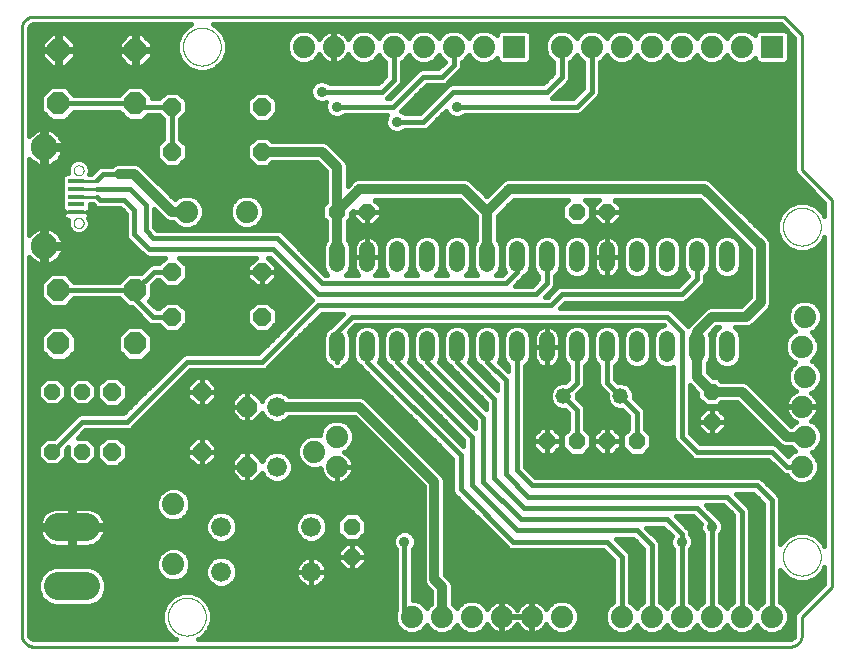
<source format=gtl>
G75*
%MOIN*%
%OFA0B0*%
%FSLAX25Y25*%
%IPPOS*%
%LPD*%
%AMOC8*
5,1,8,0,0,1.08239X$1,22.5*
%
%ADD10C,0.01000*%
%ADD11C,0.00000*%
%ADD12C,0.07400*%
%ADD13R,0.07400X0.07400*%
%ADD14C,0.08858*%
%ADD15R,0.05315X0.01575*%
%ADD16OC8,0.05600*%
%ADD17C,0.06600*%
%ADD18OC8,0.06600*%
%ADD19OC8,0.05200*%
%ADD20OC8,0.07500*%
%ADD21OC8,0.06000*%
%ADD22C,0.09370*%
%ADD23C,0.05200*%
%ADD24C,0.05200*%
%ADD25C,0.01600*%
%ADD26C,0.03575*%
%ADD27C,0.03200*%
%ADD28C,0.03577*%
D10*
X0006695Y0005737D02*
X0006695Y0207863D01*
X0006697Y0207987D01*
X0006703Y0208110D01*
X0006712Y0208234D01*
X0006726Y0208356D01*
X0006743Y0208479D01*
X0006765Y0208601D01*
X0006790Y0208722D01*
X0006819Y0208842D01*
X0006851Y0208961D01*
X0006888Y0209080D01*
X0006928Y0209197D01*
X0006971Y0209312D01*
X0007019Y0209427D01*
X0007070Y0209539D01*
X0007124Y0209650D01*
X0007182Y0209760D01*
X0007243Y0209867D01*
X0007308Y0209973D01*
X0007376Y0210076D01*
X0007447Y0210177D01*
X0007521Y0210276D01*
X0007598Y0210373D01*
X0007679Y0210467D01*
X0007762Y0210558D01*
X0007848Y0210647D01*
X0007937Y0210733D01*
X0008028Y0210816D01*
X0008122Y0210897D01*
X0008219Y0210974D01*
X0008318Y0211048D01*
X0008419Y0211119D01*
X0008522Y0211187D01*
X0008628Y0211252D01*
X0008735Y0211313D01*
X0008845Y0211371D01*
X0008956Y0211425D01*
X0009068Y0211476D01*
X0009183Y0211524D01*
X0009298Y0211567D01*
X0009415Y0211607D01*
X0009534Y0211644D01*
X0009653Y0211676D01*
X0009773Y0211705D01*
X0009894Y0211730D01*
X0010016Y0211752D01*
X0010139Y0211769D01*
X0010261Y0211783D01*
X0010385Y0211792D01*
X0010508Y0211798D01*
X0010632Y0211800D01*
X0260695Y0211800D01*
X0266695Y0205800D01*
X0266695Y0160800D01*
X0276695Y0150800D01*
X0276695Y0021800D01*
X0266695Y0011800D01*
X0266695Y0005737D01*
X0266693Y0005613D01*
X0266687Y0005490D01*
X0266678Y0005366D01*
X0266664Y0005244D01*
X0266647Y0005121D01*
X0266625Y0004999D01*
X0266600Y0004878D01*
X0266571Y0004758D01*
X0266539Y0004639D01*
X0266502Y0004520D01*
X0266462Y0004403D01*
X0266419Y0004288D01*
X0266371Y0004173D01*
X0266320Y0004061D01*
X0266266Y0003950D01*
X0266208Y0003840D01*
X0266147Y0003733D01*
X0266082Y0003627D01*
X0266014Y0003524D01*
X0265943Y0003423D01*
X0265869Y0003324D01*
X0265792Y0003227D01*
X0265711Y0003133D01*
X0265628Y0003042D01*
X0265542Y0002953D01*
X0265453Y0002867D01*
X0265362Y0002784D01*
X0265268Y0002703D01*
X0265171Y0002626D01*
X0265072Y0002552D01*
X0264971Y0002481D01*
X0264868Y0002413D01*
X0264762Y0002348D01*
X0264655Y0002287D01*
X0264545Y0002229D01*
X0264434Y0002175D01*
X0264322Y0002124D01*
X0264207Y0002076D01*
X0264092Y0002033D01*
X0263975Y0001993D01*
X0263856Y0001956D01*
X0263737Y0001924D01*
X0263617Y0001895D01*
X0263496Y0001870D01*
X0263374Y0001848D01*
X0263251Y0001831D01*
X0263129Y0001817D01*
X0263005Y0001808D01*
X0262882Y0001802D01*
X0262758Y0001800D01*
X0010632Y0001800D01*
X0010508Y0001802D01*
X0010385Y0001808D01*
X0010261Y0001817D01*
X0010139Y0001831D01*
X0010016Y0001848D01*
X0009894Y0001870D01*
X0009773Y0001895D01*
X0009653Y0001924D01*
X0009534Y0001956D01*
X0009415Y0001993D01*
X0009298Y0002033D01*
X0009183Y0002076D01*
X0009068Y0002124D01*
X0008956Y0002175D01*
X0008845Y0002229D01*
X0008735Y0002287D01*
X0008628Y0002348D01*
X0008522Y0002413D01*
X0008419Y0002481D01*
X0008318Y0002552D01*
X0008219Y0002626D01*
X0008122Y0002703D01*
X0008028Y0002784D01*
X0007937Y0002867D01*
X0007848Y0002953D01*
X0007762Y0003042D01*
X0007679Y0003133D01*
X0007598Y0003227D01*
X0007521Y0003324D01*
X0007447Y0003423D01*
X0007376Y0003524D01*
X0007308Y0003627D01*
X0007243Y0003733D01*
X0007182Y0003840D01*
X0007124Y0003950D01*
X0007070Y0004061D01*
X0007019Y0004173D01*
X0006971Y0004288D01*
X0006928Y0004403D01*
X0006888Y0004520D01*
X0006851Y0004639D01*
X0006819Y0004758D01*
X0006790Y0004878D01*
X0006765Y0004999D01*
X0006743Y0005121D01*
X0006726Y0005244D01*
X0006712Y0005366D01*
X0006703Y0005490D01*
X0006697Y0005613D01*
X0006695Y0005737D01*
X0036695Y0139050D02*
X0036695Y0141800D01*
X0031695Y0146800D01*
X0024943Y0146800D01*
X0024825Y0146682D01*
X0024825Y0151800D02*
X0031695Y0151800D01*
X0031695Y0154300D02*
X0031636Y0154359D01*
X0024825Y0154359D01*
X0024825Y0156918D02*
X0031577Y0156918D01*
X0031695Y0157300D01*
D11*
X0023940Y0160560D02*
X0023942Y0160641D01*
X0023948Y0160723D01*
X0023958Y0160804D01*
X0023972Y0160884D01*
X0023989Y0160963D01*
X0024011Y0161042D01*
X0024036Y0161119D01*
X0024065Y0161196D01*
X0024098Y0161270D01*
X0024135Y0161343D01*
X0024174Y0161414D01*
X0024218Y0161483D01*
X0024264Y0161550D01*
X0024314Y0161614D01*
X0024367Y0161676D01*
X0024423Y0161736D01*
X0024481Y0161792D01*
X0024543Y0161846D01*
X0024607Y0161897D01*
X0024673Y0161944D01*
X0024741Y0161988D01*
X0024812Y0162029D01*
X0024884Y0162066D01*
X0024959Y0162100D01*
X0025034Y0162130D01*
X0025112Y0162156D01*
X0025190Y0162179D01*
X0025269Y0162197D01*
X0025349Y0162212D01*
X0025430Y0162223D01*
X0025511Y0162230D01*
X0025593Y0162233D01*
X0025674Y0162232D01*
X0025755Y0162227D01*
X0025836Y0162218D01*
X0025917Y0162205D01*
X0025997Y0162188D01*
X0026075Y0162168D01*
X0026153Y0162143D01*
X0026230Y0162115D01*
X0026305Y0162083D01*
X0026378Y0162048D01*
X0026449Y0162009D01*
X0026519Y0161966D01*
X0026586Y0161921D01*
X0026652Y0161872D01*
X0026714Y0161820D01*
X0026774Y0161764D01*
X0026831Y0161706D01*
X0026886Y0161646D01*
X0026937Y0161582D01*
X0026985Y0161517D01*
X0027030Y0161449D01*
X0027072Y0161379D01*
X0027110Y0161307D01*
X0027145Y0161233D01*
X0027176Y0161158D01*
X0027203Y0161081D01*
X0027226Y0161003D01*
X0027246Y0160924D01*
X0027262Y0160844D01*
X0027274Y0160763D01*
X0027282Y0160682D01*
X0027286Y0160601D01*
X0027286Y0160519D01*
X0027282Y0160438D01*
X0027274Y0160357D01*
X0027262Y0160276D01*
X0027246Y0160196D01*
X0027226Y0160117D01*
X0027203Y0160039D01*
X0027176Y0159962D01*
X0027145Y0159887D01*
X0027110Y0159813D01*
X0027072Y0159741D01*
X0027030Y0159671D01*
X0026985Y0159603D01*
X0026937Y0159538D01*
X0026886Y0159474D01*
X0026831Y0159414D01*
X0026774Y0159356D01*
X0026714Y0159300D01*
X0026652Y0159248D01*
X0026586Y0159199D01*
X0026519Y0159154D01*
X0026450Y0159111D01*
X0026378Y0159072D01*
X0026305Y0159037D01*
X0026230Y0159005D01*
X0026153Y0158977D01*
X0026075Y0158952D01*
X0025997Y0158932D01*
X0025917Y0158915D01*
X0025836Y0158902D01*
X0025755Y0158893D01*
X0025674Y0158888D01*
X0025593Y0158887D01*
X0025511Y0158890D01*
X0025430Y0158897D01*
X0025349Y0158908D01*
X0025269Y0158923D01*
X0025190Y0158941D01*
X0025112Y0158964D01*
X0025034Y0158990D01*
X0024959Y0159020D01*
X0024884Y0159054D01*
X0024812Y0159091D01*
X0024741Y0159132D01*
X0024673Y0159176D01*
X0024607Y0159223D01*
X0024543Y0159274D01*
X0024481Y0159328D01*
X0024423Y0159384D01*
X0024367Y0159444D01*
X0024314Y0159506D01*
X0024264Y0159570D01*
X0024218Y0159637D01*
X0024174Y0159706D01*
X0024135Y0159777D01*
X0024098Y0159850D01*
X0024065Y0159924D01*
X0024036Y0160001D01*
X0024011Y0160078D01*
X0023989Y0160157D01*
X0023972Y0160236D01*
X0023958Y0160316D01*
X0023948Y0160397D01*
X0023942Y0160479D01*
X0023940Y0160560D01*
X0023940Y0143040D02*
X0023942Y0143121D01*
X0023948Y0143203D01*
X0023958Y0143284D01*
X0023972Y0143364D01*
X0023989Y0143443D01*
X0024011Y0143522D01*
X0024036Y0143599D01*
X0024065Y0143676D01*
X0024098Y0143750D01*
X0024135Y0143823D01*
X0024174Y0143894D01*
X0024218Y0143963D01*
X0024264Y0144030D01*
X0024314Y0144094D01*
X0024367Y0144156D01*
X0024423Y0144216D01*
X0024481Y0144272D01*
X0024543Y0144326D01*
X0024607Y0144377D01*
X0024673Y0144424D01*
X0024741Y0144468D01*
X0024812Y0144509D01*
X0024884Y0144546D01*
X0024959Y0144580D01*
X0025034Y0144610D01*
X0025112Y0144636D01*
X0025190Y0144659D01*
X0025269Y0144677D01*
X0025349Y0144692D01*
X0025430Y0144703D01*
X0025511Y0144710D01*
X0025593Y0144713D01*
X0025674Y0144712D01*
X0025755Y0144707D01*
X0025836Y0144698D01*
X0025917Y0144685D01*
X0025997Y0144668D01*
X0026075Y0144648D01*
X0026153Y0144623D01*
X0026230Y0144595D01*
X0026305Y0144563D01*
X0026378Y0144528D01*
X0026449Y0144489D01*
X0026519Y0144446D01*
X0026586Y0144401D01*
X0026652Y0144352D01*
X0026714Y0144300D01*
X0026774Y0144244D01*
X0026831Y0144186D01*
X0026886Y0144126D01*
X0026937Y0144062D01*
X0026985Y0143997D01*
X0027030Y0143929D01*
X0027072Y0143859D01*
X0027110Y0143787D01*
X0027145Y0143713D01*
X0027176Y0143638D01*
X0027203Y0143561D01*
X0027226Y0143483D01*
X0027246Y0143404D01*
X0027262Y0143324D01*
X0027274Y0143243D01*
X0027282Y0143162D01*
X0027286Y0143081D01*
X0027286Y0142999D01*
X0027282Y0142918D01*
X0027274Y0142837D01*
X0027262Y0142756D01*
X0027246Y0142676D01*
X0027226Y0142597D01*
X0027203Y0142519D01*
X0027176Y0142442D01*
X0027145Y0142367D01*
X0027110Y0142293D01*
X0027072Y0142221D01*
X0027030Y0142151D01*
X0026985Y0142083D01*
X0026937Y0142018D01*
X0026886Y0141954D01*
X0026831Y0141894D01*
X0026774Y0141836D01*
X0026714Y0141780D01*
X0026652Y0141728D01*
X0026586Y0141679D01*
X0026519Y0141634D01*
X0026450Y0141591D01*
X0026378Y0141552D01*
X0026305Y0141517D01*
X0026230Y0141485D01*
X0026153Y0141457D01*
X0026075Y0141432D01*
X0025997Y0141412D01*
X0025917Y0141395D01*
X0025836Y0141382D01*
X0025755Y0141373D01*
X0025674Y0141368D01*
X0025593Y0141367D01*
X0025511Y0141370D01*
X0025430Y0141377D01*
X0025349Y0141388D01*
X0025269Y0141403D01*
X0025190Y0141421D01*
X0025112Y0141444D01*
X0025034Y0141470D01*
X0024959Y0141500D01*
X0024884Y0141534D01*
X0024812Y0141571D01*
X0024741Y0141612D01*
X0024673Y0141656D01*
X0024607Y0141703D01*
X0024543Y0141754D01*
X0024481Y0141808D01*
X0024423Y0141864D01*
X0024367Y0141924D01*
X0024314Y0141986D01*
X0024264Y0142050D01*
X0024218Y0142117D01*
X0024174Y0142186D01*
X0024135Y0142257D01*
X0024098Y0142330D01*
X0024065Y0142404D01*
X0024036Y0142481D01*
X0024011Y0142558D01*
X0023989Y0142637D01*
X0023972Y0142716D01*
X0023958Y0142796D01*
X0023948Y0142877D01*
X0023942Y0142959D01*
X0023940Y0143040D01*
X0060396Y0201800D02*
X0060398Y0201958D01*
X0060404Y0202116D01*
X0060414Y0202274D01*
X0060428Y0202432D01*
X0060446Y0202589D01*
X0060467Y0202746D01*
X0060493Y0202902D01*
X0060523Y0203058D01*
X0060556Y0203213D01*
X0060594Y0203366D01*
X0060635Y0203519D01*
X0060680Y0203671D01*
X0060729Y0203822D01*
X0060782Y0203971D01*
X0060838Y0204119D01*
X0060898Y0204265D01*
X0060962Y0204410D01*
X0061030Y0204553D01*
X0061101Y0204695D01*
X0061175Y0204835D01*
X0061253Y0204972D01*
X0061335Y0205108D01*
X0061419Y0205242D01*
X0061508Y0205373D01*
X0061599Y0205502D01*
X0061694Y0205629D01*
X0061791Y0205754D01*
X0061892Y0205876D01*
X0061996Y0205995D01*
X0062103Y0206112D01*
X0062213Y0206226D01*
X0062326Y0206337D01*
X0062441Y0206446D01*
X0062559Y0206551D01*
X0062680Y0206653D01*
X0062803Y0206753D01*
X0062929Y0206849D01*
X0063057Y0206942D01*
X0063187Y0207032D01*
X0063320Y0207118D01*
X0063455Y0207202D01*
X0063591Y0207281D01*
X0063730Y0207358D01*
X0063871Y0207430D01*
X0064013Y0207500D01*
X0064157Y0207565D01*
X0064303Y0207627D01*
X0064450Y0207685D01*
X0064599Y0207740D01*
X0064749Y0207791D01*
X0064900Y0207838D01*
X0065052Y0207881D01*
X0065205Y0207920D01*
X0065360Y0207956D01*
X0065515Y0207987D01*
X0065671Y0208015D01*
X0065827Y0208039D01*
X0065984Y0208059D01*
X0066142Y0208075D01*
X0066299Y0208087D01*
X0066458Y0208095D01*
X0066616Y0208099D01*
X0066774Y0208099D01*
X0066932Y0208095D01*
X0067091Y0208087D01*
X0067248Y0208075D01*
X0067406Y0208059D01*
X0067563Y0208039D01*
X0067719Y0208015D01*
X0067875Y0207987D01*
X0068030Y0207956D01*
X0068185Y0207920D01*
X0068338Y0207881D01*
X0068490Y0207838D01*
X0068641Y0207791D01*
X0068791Y0207740D01*
X0068940Y0207685D01*
X0069087Y0207627D01*
X0069233Y0207565D01*
X0069377Y0207500D01*
X0069519Y0207430D01*
X0069660Y0207358D01*
X0069799Y0207281D01*
X0069935Y0207202D01*
X0070070Y0207118D01*
X0070203Y0207032D01*
X0070333Y0206942D01*
X0070461Y0206849D01*
X0070587Y0206753D01*
X0070710Y0206653D01*
X0070831Y0206551D01*
X0070949Y0206446D01*
X0071064Y0206337D01*
X0071177Y0206226D01*
X0071287Y0206112D01*
X0071394Y0205995D01*
X0071498Y0205876D01*
X0071599Y0205754D01*
X0071696Y0205629D01*
X0071791Y0205502D01*
X0071882Y0205373D01*
X0071971Y0205242D01*
X0072055Y0205108D01*
X0072137Y0204972D01*
X0072215Y0204835D01*
X0072289Y0204695D01*
X0072360Y0204553D01*
X0072428Y0204410D01*
X0072492Y0204265D01*
X0072552Y0204119D01*
X0072608Y0203971D01*
X0072661Y0203822D01*
X0072710Y0203671D01*
X0072755Y0203519D01*
X0072796Y0203366D01*
X0072834Y0203213D01*
X0072867Y0203058D01*
X0072897Y0202902D01*
X0072923Y0202746D01*
X0072944Y0202589D01*
X0072962Y0202432D01*
X0072976Y0202274D01*
X0072986Y0202116D01*
X0072992Y0201958D01*
X0072994Y0201800D01*
X0072992Y0201642D01*
X0072986Y0201484D01*
X0072976Y0201326D01*
X0072962Y0201168D01*
X0072944Y0201011D01*
X0072923Y0200854D01*
X0072897Y0200698D01*
X0072867Y0200542D01*
X0072834Y0200387D01*
X0072796Y0200234D01*
X0072755Y0200081D01*
X0072710Y0199929D01*
X0072661Y0199778D01*
X0072608Y0199629D01*
X0072552Y0199481D01*
X0072492Y0199335D01*
X0072428Y0199190D01*
X0072360Y0199047D01*
X0072289Y0198905D01*
X0072215Y0198765D01*
X0072137Y0198628D01*
X0072055Y0198492D01*
X0071971Y0198358D01*
X0071882Y0198227D01*
X0071791Y0198098D01*
X0071696Y0197971D01*
X0071599Y0197846D01*
X0071498Y0197724D01*
X0071394Y0197605D01*
X0071287Y0197488D01*
X0071177Y0197374D01*
X0071064Y0197263D01*
X0070949Y0197154D01*
X0070831Y0197049D01*
X0070710Y0196947D01*
X0070587Y0196847D01*
X0070461Y0196751D01*
X0070333Y0196658D01*
X0070203Y0196568D01*
X0070070Y0196482D01*
X0069935Y0196398D01*
X0069799Y0196319D01*
X0069660Y0196242D01*
X0069519Y0196170D01*
X0069377Y0196100D01*
X0069233Y0196035D01*
X0069087Y0195973D01*
X0068940Y0195915D01*
X0068791Y0195860D01*
X0068641Y0195809D01*
X0068490Y0195762D01*
X0068338Y0195719D01*
X0068185Y0195680D01*
X0068030Y0195644D01*
X0067875Y0195613D01*
X0067719Y0195585D01*
X0067563Y0195561D01*
X0067406Y0195541D01*
X0067248Y0195525D01*
X0067091Y0195513D01*
X0066932Y0195505D01*
X0066774Y0195501D01*
X0066616Y0195501D01*
X0066458Y0195505D01*
X0066299Y0195513D01*
X0066142Y0195525D01*
X0065984Y0195541D01*
X0065827Y0195561D01*
X0065671Y0195585D01*
X0065515Y0195613D01*
X0065360Y0195644D01*
X0065205Y0195680D01*
X0065052Y0195719D01*
X0064900Y0195762D01*
X0064749Y0195809D01*
X0064599Y0195860D01*
X0064450Y0195915D01*
X0064303Y0195973D01*
X0064157Y0196035D01*
X0064013Y0196100D01*
X0063871Y0196170D01*
X0063730Y0196242D01*
X0063591Y0196319D01*
X0063455Y0196398D01*
X0063320Y0196482D01*
X0063187Y0196568D01*
X0063057Y0196658D01*
X0062929Y0196751D01*
X0062803Y0196847D01*
X0062680Y0196947D01*
X0062559Y0197049D01*
X0062441Y0197154D01*
X0062326Y0197263D01*
X0062213Y0197374D01*
X0062103Y0197488D01*
X0061996Y0197605D01*
X0061892Y0197724D01*
X0061791Y0197846D01*
X0061694Y0197971D01*
X0061599Y0198098D01*
X0061508Y0198227D01*
X0061419Y0198358D01*
X0061335Y0198492D01*
X0061253Y0198628D01*
X0061175Y0198765D01*
X0061101Y0198905D01*
X0061030Y0199047D01*
X0060962Y0199190D01*
X0060898Y0199335D01*
X0060838Y0199481D01*
X0060782Y0199629D01*
X0060729Y0199778D01*
X0060680Y0199929D01*
X0060635Y0200081D01*
X0060594Y0200234D01*
X0060556Y0200387D01*
X0060523Y0200542D01*
X0060493Y0200698D01*
X0060467Y0200854D01*
X0060446Y0201011D01*
X0060428Y0201168D01*
X0060414Y0201326D01*
X0060404Y0201484D01*
X0060398Y0201642D01*
X0060396Y0201800D01*
X0260396Y0141800D02*
X0260398Y0141958D01*
X0260404Y0142116D01*
X0260414Y0142274D01*
X0260428Y0142432D01*
X0260446Y0142589D01*
X0260467Y0142746D01*
X0260493Y0142902D01*
X0260523Y0143058D01*
X0260556Y0143213D01*
X0260594Y0143366D01*
X0260635Y0143519D01*
X0260680Y0143671D01*
X0260729Y0143822D01*
X0260782Y0143971D01*
X0260838Y0144119D01*
X0260898Y0144265D01*
X0260962Y0144410D01*
X0261030Y0144553D01*
X0261101Y0144695D01*
X0261175Y0144835D01*
X0261253Y0144972D01*
X0261335Y0145108D01*
X0261419Y0145242D01*
X0261508Y0145373D01*
X0261599Y0145502D01*
X0261694Y0145629D01*
X0261791Y0145754D01*
X0261892Y0145876D01*
X0261996Y0145995D01*
X0262103Y0146112D01*
X0262213Y0146226D01*
X0262326Y0146337D01*
X0262441Y0146446D01*
X0262559Y0146551D01*
X0262680Y0146653D01*
X0262803Y0146753D01*
X0262929Y0146849D01*
X0263057Y0146942D01*
X0263187Y0147032D01*
X0263320Y0147118D01*
X0263455Y0147202D01*
X0263591Y0147281D01*
X0263730Y0147358D01*
X0263871Y0147430D01*
X0264013Y0147500D01*
X0264157Y0147565D01*
X0264303Y0147627D01*
X0264450Y0147685D01*
X0264599Y0147740D01*
X0264749Y0147791D01*
X0264900Y0147838D01*
X0265052Y0147881D01*
X0265205Y0147920D01*
X0265360Y0147956D01*
X0265515Y0147987D01*
X0265671Y0148015D01*
X0265827Y0148039D01*
X0265984Y0148059D01*
X0266142Y0148075D01*
X0266299Y0148087D01*
X0266458Y0148095D01*
X0266616Y0148099D01*
X0266774Y0148099D01*
X0266932Y0148095D01*
X0267091Y0148087D01*
X0267248Y0148075D01*
X0267406Y0148059D01*
X0267563Y0148039D01*
X0267719Y0148015D01*
X0267875Y0147987D01*
X0268030Y0147956D01*
X0268185Y0147920D01*
X0268338Y0147881D01*
X0268490Y0147838D01*
X0268641Y0147791D01*
X0268791Y0147740D01*
X0268940Y0147685D01*
X0269087Y0147627D01*
X0269233Y0147565D01*
X0269377Y0147500D01*
X0269519Y0147430D01*
X0269660Y0147358D01*
X0269799Y0147281D01*
X0269935Y0147202D01*
X0270070Y0147118D01*
X0270203Y0147032D01*
X0270333Y0146942D01*
X0270461Y0146849D01*
X0270587Y0146753D01*
X0270710Y0146653D01*
X0270831Y0146551D01*
X0270949Y0146446D01*
X0271064Y0146337D01*
X0271177Y0146226D01*
X0271287Y0146112D01*
X0271394Y0145995D01*
X0271498Y0145876D01*
X0271599Y0145754D01*
X0271696Y0145629D01*
X0271791Y0145502D01*
X0271882Y0145373D01*
X0271971Y0145242D01*
X0272055Y0145108D01*
X0272137Y0144972D01*
X0272215Y0144835D01*
X0272289Y0144695D01*
X0272360Y0144553D01*
X0272428Y0144410D01*
X0272492Y0144265D01*
X0272552Y0144119D01*
X0272608Y0143971D01*
X0272661Y0143822D01*
X0272710Y0143671D01*
X0272755Y0143519D01*
X0272796Y0143366D01*
X0272834Y0143213D01*
X0272867Y0143058D01*
X0272897Y0142902D01*
X0272923Y0142746D01*
X0272944Y0142589D01*
X0272962Y0142432D01*
X0272976Y0142274D01*
X0272986Y0142116D01*
X0272992Y0141958D01*
X0272994Y0141800D01*
X0272992Y0141642D01*
X0272986Y0141484D01*
X0272976Y0141326D01*
X0272962Y0141168D01*
X0272944Y0141011D01*
X0272923Y0140854D01*
X0272897Y0140698D01*
X0272867Y0140542D01*
X0272834Y0140387D01*
X0272796Y0140234D01*
X0272755Y0140081D01*
X0272710Y0139929D01*
X0272661Y0139778D01*
X0272608Y0139629D01*
X0272552Y0139481D01*
X0272492Y0139335D01*
X0272428Y0139190D01*
X0272360Y0139047D01*
X0272289Y0138905D01*
X0272215Y0138765D01*
X0272137Y0138628D01*
X0272055Y0138492D01*
X0271971Y0138358D01*
X0271882Y0138227D01*
X0271791Y0138098D01*
X0271696Y0137971D01*
X0271599Y0137846D01*
X0271498Y0137724D01*
X0271394Y0137605D01*
X0271287Y0137488D01*
X0271177Y0137374D01*
X0271064Y0137263D01*
X0270949Y0137154D01*
X0270831Y0137049D01*
X0270710Y0136947D01*
X0270587Y0136847D01*
X0270461Y0136751D01*
X0270333Y0136658D01*
X0270203Y0136568D01*
X0270070Y0136482D01*
X0269935Y0136398D01*
X0269799Y0136319D01*
X0269660Y0136242D01*
X0269519Y0136170D01*
X0269377Y0136100D01*
X0269233Y0136035D01*
X0269087Y0135973D01*
X0268940Y0135915D01*
X0268791Y0135860D01*
X0268641Y0135809D01*
X0268490Y0135762D01*
X0268338Y0135719D01*
X0268185Y0135680D01*
X0268030Y0135644D01*
X0267875Y0135613D01*
X0267719Y0135585D01*
X0267563Y0135561D01*
X0267406Y0135541D01*
X0267248Y0135525D01*
X0267091Y0135513D01*
X0266932Y0135505D01*
X0266774Y0135501D01*
X0266616Y0135501D01*
X0266458Y0135505D01*
X0266299Y0135513D01*
X0266142Y0135525D01*
X0265984Y0135541D01*
X0265827Y0135561D01*
X0265671Y0135585D01*
X0265515Y0135613D01*
X0265360Y0135644D01*
X0265205Y0135680D01*
X0265052Y0135719D01*
X0264900Y0135762D01*
X0264749Y0135809D01*
X0264599Y0135860D01*
X0264450Y0135915D01*
X0264303Y0135973D01*
X0264157Y0136035D01*
X0264013Y0136100D01*
X0263871Y0136170D01*
X0263730Y0136242D01*
X0263591Y0136319D01*
X0263455Y0136398D01*
X0263320Y0136482D01*
X0263187Y0136568D01*
X0263057Y0136658D01*
X0262929Y0136751D01*
X0262803Y0136847D01*
X0262680Y0136947D01*
X0262559Y0137049D01*
X0262441Y0137154D01*
X0262326Y0137263D01*
X0262213Y0137374D01*
X0262103Y0137488D01*
X0261996Y0137605D01*
X0261892Y0137724D01*
X0261791Y0137846D01*
X0261694Y0137971D01*
X0261599Y0138098D01*
X0261508Y0138227D01*
X0261419Y0138358D01*
X0261335Y0138492D01*
X0261253Y0138628D01*
X0261175Y0138765D01*
X0261101Y0138905D01*
X0261030Y0139047D01*
X0260962Y0139190D01*
X0260898Y0139335D01*
X0260838Y0139481D01*
X0260782Y0139629D01*
X0260729Y0139778D01*
X0260680Y0139929D01*
X0260635Y0140081D01*
X0260594Y0140234D01*
X0260556Y0140387D01*
X0260523Y0140542D01*
X0260493Y0140698D01*
X0260467Y0140854D01*
X0260446Y0141011D01*
X0260428Y0141168D01*
X0260414Y0141326D01*
X0260404Y0141484D01*
X0260398Y0141642D01*
X0260396Y0141800D01*
X0260396Y0031800D02*
X0260398Y0031958D01*
X0260404Y0032116D01*
X0260414Y0032274D01*
X0260428Y0032432D01*
X0260446Y0032589D01*
X0260467Y0032746D01*
X0260493Y0032902D01*
X0260523Y0033058D01*
X0260556Y0033213D01*
X0260594Y0033366D01*
X0260635Y0033519D01*
X0260680Y0033671D01*
X0260729Y0033822D01*
X0260782Y0033971D01*
X0260838Y0034119D01*
X0260898Y0034265D01*
X0260962Y0034410D01*
X0261030Y0034553D01*
X0261101Y0034695D01*
X0261175Y0034835D01*
X0261253Y0034972D01*
X0261335Y0035108D01*
X0261419Y0035242D01*
X0261508Y0035373D01*
X0261599Y0035502D01*
X0261694Y0035629D01*
X0261791Y0035754D01*
X0261892Y0035876D01*
X0261996Y0035995D01*
X0262103Y0036112D01*
X0262213Y0036226D01*
X0262326Y0036337D01*
X0262441Y0036446D01*
X0262559Y0036551D01*
X0262680Y0036653D01*
X0262803Y0036753D01*
X0262929Y0036849D01*
X0263057Y0036942D01*
X0263187Y0037032D01*
X0263320Y0037118D01*
X0263455Y0037202D01*
X0263591Y0037281D01*
X0263730Y0037358D01*
X0263871Y0037430D01*
X0264013Y0037500D01*
X0264157Y0037565D01*
X0264303Y0037627D01*
X0264450Y0037685D01*
X0264599Y0037740D01*
X0264749Y0037791D01*
X0264900Y0037838D01*
X0265052Y0037881D01*
X0265205Y0037920D01*
X0265360Y0037956D01*
X0265515Y0037987D01*
X0265671Y0038015D01*
X0265827Y0038039D01*
X0265984Y0038059D01*
X0266142Y0038075D01*
X0266299Y0038087D01*
X0266458Y0038095D01*
X0266616Y0038099D01*
X0266774Y0038099D01*
X0266932Y0038095D01*
X0267091Y0038087D01*
X0267248Y0038075D01*
X0267406Y0038059D01*
X0267563Y0038039D01*
X0267719Y0038015D01*
X0267875Y0037987D01*
X0268030Y0037956D01*
X0268185Y0037920D01*
X0268338Y0037881D01*
X0268490Y0037838D01*
X0268641Y0037791D01*
X0268791Y0037740D01*
X0268940Y0037685D01*
X0269087Y0037627D01*
X0269233Y0037565D01*
X0269377Y0037500D01*
X0269519Y0037430D01*
X0269660Y0037358D01*
X0269799Y0037281D01*
X0269935Y0037202D01*
X0270070Y0037118D01*
X0270203Y0037032D01*
X0270333Y0036942D01*
X0270461Y0036849D01*
X0270587Y0036753D01*
X0270710Y0036653D01*
X0270831Y0036551D01*
X0270949Y0036446D01*
X0271064Y0036337D01*
X0271177Y0036226D01*
X0271287Y0036112D01*
X0271394Y0035995D01*
X0271498Y0035876D01*
X0271599Y0035754D01*
X0271696Y0035629D01*
X0271791Y0035502D01*
X0271882Y0035373D01*
X0271971Y0035242D01*
X0272055Y0035108D01*
X0272137Y0034972D01*
X0272215Y0034835D01*
X0272289Y0034695D01*
X0272360Y0034553D01*
X0272428Y0034410D01*
X0272492Y0034265D01*
X0272552Y0034119D01*
X0272608Y0033971D01*
X0272661Y0033822D01*
X0272710Y0033671D01*
X0272755Y0033519D01*
X0272796Y0033366D01*
X0272834Y0033213D01*
X0272867Y0033058D01*
X0272897Y0032902D01*
X0272923Y0032746D01*
X0272944Y0032589D01*
X0272962Y0032432D01*
X0272976Y0032274D01*
X0272986Y0032116D01*
X0272992Y0031958D01*
X0272994Y0031800D01*
X0272992Y0031642D01*
X0272986Y0031484D01*
X0272976Y0031326D01*
X0272962Y0031168D01*
X0272944Y0031011D01*
X0272923Y0030854D01*
X0272897Y0030698D01*
X0272867Y0030542D01*
X0272834Y0030387D01*
X0272796Y0030234D01*
X0272755Y0030081D01*
X0272710Y0029929D01*
X0272661Y0029778D01*
X0272608Y0029629D01*
X0272552Y0029481D01*
X0272492Y0029335D01*
X0272428Y0029190D01*
X0272360Y0029047D01*
X0272289Y0028905D01*
X0272215Y0028765D01*
X0272137Y0028628D01*
X0272055Y0028492D01*
X0271971Y0028358D01*
X0271882Y0028227D01*
X0271791Y0028098D01*
X0271696Y0027971D01*
X0271599Y0027846D01*
X0271498Y0027724D01*
X0271394Y0027605D01*
X0271287Y0027488D01*
X0271177Y0027374D01*
X0271064Y0027263D01*
X0270949Y0027154D01*
X0270831Y0027049D01*
X0270710Y0026947D01*
X0270587Y0026847D01*
X0270461Y0026751D01*
X0270333Y0026658D01*
X0270203Y0026568D01*
X0270070Y0026482D01*
X0269935Y0026398D01*
X0269799Y0026319D01*
X0269660Y0026242D01*
X0269519Y0026170D01*
X0269377Y0026100D01*
X0269233Y0026035D01*
X0269087Y0025973D01*
X0268940Y0025915D01*
X0268791Y0025860D01*
X0268641Y0025809D01*
X0268490Y0025762D01*
X0268338Y0025719D01*
X0268185Y0025680D01*
X0268030Y0025644D01*
X0267875Y0025613D01*
X0267719Y0025585D01*
X0267563Y0025561D01*
X0267406Y0025541D01*
X0267248Y0025525D01*
X0267091Y0025513D01*
X0266932Y0025505D01*
X0266774Y0025501D01*
X0266616Y0025501D01*
X0266458Y0025505D01*
X0266299Y0025513D01*
X0266142Y0025525D01*
X0265984Y0025541D01*
X0265827Y0025561D01*
X0265671Y0025585D01*
X0265515Y0025613D01*
X0265360Y0025644D01*
X0265205Y0025680D01*
X0265052Y0025719D01*
X0264900Y0025762D01*
X0264749Y0025809D01*
X0264599Y0025860D01*
X0264450Y0025915D01*
X0264303Y0025973D01*
X0264157Y0026035D01*
X0264013Y0026100D01*
X0263871Y0026170D01*
X0263730Y0026242D01*
X0263591Y0026319D01*
X0263455Y0026398D01*
X0263320Y0026482D01*
X0263187Y0026568D01*
X0263057Y0026658D01*
X0262929Y0026751D01*
X0262803Y0026847D01*
X0262680Y0026947D01*
X0262559Y0027049D01*
X0262441Y0027154D01*
X0262326Y0027263D01*
X0262213Y0027374D01*
X0262103Y0027488D01*
X0261996Y0027605D01*
X0261892Y0027724D01*
X0261791Y0027846D01*
X0261694Y0027971D01*
X0261599Y0028098D01*
X0261508Y0028227D01*
X0261419Y0028358D01*
X0261335Y0028492D01*
X0261253Y0028628D01*
X0261175Y0028765D01*
X0261101Y0028905D01*
X0261030Y0029047D01*
X0260962Y0029190D01*
X0260898Y0029335D01*
X0260838Y0029481D01*
X0260782Y0029629D01*
X0260729Y0029778D01*
X0260680Y0029929D01*
X0260635Y0030081D01*
X0260594Y0030234D01*
X0260556Y0030387D01*
X0260523Y0030542D01*
X0260493Y0030698D01*
X0260467Y0030854D01*
X0260446Y0031011D01*
X0260428Y0031168D01*
X0260414Y0031326D01*
X0260404Y0031484D01*
X0260398Y0031642D01*
X0260396Y0031800D01*
X0055396Y0011800D02*
X0055398Y0011958D01*
X0055404Y0012116D01*
X0055414Y0012274D01*
X0055428Y0012432D01*
X0055446Y0012589D01*
X0055467Y0012746D01*
X0055493Y0012902D01*
X0055523Y0013058D01*
X0055556Y0013213D01*
X0055594Y0013366D01*
X0055635Y0013519D01*
X0055680Y0013671D01*
X0055729Y0013822D01*
X0055782Y0013971D01*
X0055838Y0014119D01*
X0055898Y0014265D01*
X0055962Y0014410D01*
X0056030Y0014553D01*
X0056101Y0014695D01*
X0056175Y0014835D01*
X0056253Y0014972D01*
X0056335Y0015108D01*
X0056419Y0015242D01*
X0056508Y0015373D01*
X0056599Y0015502D01*
X0056694Y0015629D01*
X0056791Y0015754D01*
X0056892Y0015876D01*
X0056996Y0015995D01*
X0057103Y0016112D01*
X0057213Y0016226D01*
X0057326Y0016337D01*
X0057441Y0016446D01*
X0057559Y0016551D01*
X0057680Y0016653D01*
X0057803Y0016753D01*
X0057929Y0016849D01*
X0058057Y0016942D01*
X0058187Y0017032D01*
X0058320Y0017118D01*
X0058455Y0017202D01*
X0058591Y0017281D01*
X0058730Y0017358D01*
X0058871Y0017430D01*
X0059013Y0017500D01*
X0059157Y0017565D01*
X0059303Y0017627D01*
X0059450Y0017685D01*
X0059599Y0017740D01*
X0059749Y0017791D01*
X0059900Y0017838D01*
X0060052Y0017881D01*
X0060205Y0017920D01*
X0060360Y0017956D01*
X0060515Y0017987D01*
X0060671Y0018015D01*
X0060827Y0018039D01*
X0060984Y0018059D01*
X0061142Y0018075D01*
X0061299Y0018087D01*
X0061458Y0018095D01*
X0061616Y0018099D01*
X0061774Y0018099D01*
X0061932Y0018095D01*
X0062091Y0018087D01*
X0062248Y0018075D01*
X0062406Y0018059D01*
X0062563Y0018039D01*
X0062719Y0018015D01*
X0062875Y0017987D01*
X0063030Y0017956D01*
X0063185Y0017920D01*
X0063338Y0017881D01*
X0063490Y0017838D01*
X0063641Y0017791D01*
X0063791Y0017740D01*
X0063940Y0017685D01*
X0064087Y0017627D01*
X0064233Y0017565D01*
X0064377Y0017500D01*
X0064519Y0017430D01*
X0064660Y0017358D01*
X0064799Y0017281D01*
X0064935Y0017202D01*
X0065070Y0017118D01*
X0065203Y0017032D01*
X0065333Y0016942D01*
X0065461Y0016849D01*
X0065587Y0016753D01*
X0065710Y0016653D01*
X0065831Y0016551D01*
X0065949Y0016446D01*
X0066064Y0016337D01*
X0066177Y0016226D01*
X0066287Y0016112D01*
X0066394Y0015995D01*
X0066498Y0015876D01*
X0066599Y0015754D01*
X0066696Y0015629D01*
X0066791Y0015502D01*
X0066882Y0015373D01*
X0066971Y0015242D01*
X0067055Y0015108D01*
X0067137Y0014972D01*
X0067215Y0014835D01*
X0067289Y0014695D01*
X0067360Y0014553D01*
X0067428Y0014410D01*
X0067492Y0014265D01*
X0067552Y0014119D01*
X0067608Y0013971D01*
X0067661Y0013822D01*
X0067710Y0013671D01*
X0067755Y0013519D01*
X0067796Y0013366D01*
X0067834Y0013213D01*
X0067867Y0013058D01*
X0067897Y0012902D01*
X0067923Y0012746D01*
X0067944Y0012589D01*
X0067962Y0012432D01*
X0067976Y0012274D01*
X0067986Y0012116D01*
X0067992Y0011958D01*
X0067994Y0011800D01*
X0067992Y0011642D01*
X0067986Y0011484D01*
X0067976Y0011326D01*
X0067962Y0011168D01*
X0067944Y0011011D01*
X0067923Y0010854D01*
X0067897Y0010698D01*
X0067867Y0010542D01*
X0067834Y0010387D01*
X0067796Y0010234D01*
X0067755Y0010081D01*
X0067710Y0009929D01*
X0067661Y0009778D01*
X0067608Y0009629D01*
X0067552Y0009481D01*
X0067492Y0009335D01*
X0067428Y0009190D01*
X0067360Y0009047D01*
X0067289Y0008905D01*
X0067215Y0008765D01*
X0067137Y0008628D01*
X0067055Y0008492D01*
X0066971Y0008358D01*
X0066882Y0008227D01*
X0066791Y0008098D01*
X0066696Y0007971D01*
X0066599Y0007846D01*
X0066498Y0007724D01*
X0066394Y0007605D01*
X0066287Y0007488D01*
X0066177Y0007374D01*
X0066064Y0007263D01*
X0065949Y0007154D01*
X0065831Y0007049D01*
X0065710Y0006947D01*
X0065587Y0006847D01*
X0065461Y0006751D01*
X0065333Y0006658D01*
X0065203Y0006568D01*
X0065070Y0006482D01*
X0064935Y0006398D01*
X0064799Y0006319D01*
X0064660Y0006242D01*
X0064519Y0006170D01*
X0064377Y0006100D01*
X0064233Y0006035D01*
X0064087Y0005973D01*
X0063940Y0005915D01*
X0063791Y0005860D01*
X0063641Y0005809D01*
X0063490Y0005762D01*
X0063338Y0005719D01*
X0063185Y0005680D01*
X0063030Y0005644D01*
X0062875Y0005613D01*
X0062719Y0005585D01*
X0062563Y0005561D01*
X0062406Y0005541D01*
X0062248Y0005525D01*
X0062091Y0005513D01*
X0061932Y0005505D01*
X0061774Y0005501D01*
X0061616Y0005501D01*
X0061458Y0005505D01*
X0061299Y0005513D01*
X0061142Y0005525D01*
X0060984Y0005541D01*
X0060827Y0005561D01*
X0060671Y0005585D01*
X0060515Y0005613D01*
X0060360Y0005644D01*
X0060205Y0005680D01*
X0060052Y0005719D01*
X0059900Y0005762D01*
X0059749Y0005809D01*
X0059599Y0005860D01*
X0059450Y0005915D01*
X0059303Y0005973D01*
X0059157Y0006035D01*
X0059013Y0006100D01*
X0058871Y0006170D01*
X0058730Y0006242D01*
X0058591Y0006319D01*
X0058455Y0006398D01*
X0058320Y0006482D01*
X0058187Y0006568D01*
X0058057Y0006658D01*
X0057929Y0006751D01*
X0057803Y0006847D01*
X0057680Y0006947D01*
X0057559Y0007049D01*
X0057441Y0007154D01*
X0057326Y0007263D01*
X0057213Y0007374D01*
X0057103Y0007488D01*
X0056996Y0007605D01*
X0056892Y0007724D01*
X0056791Y0007846D01*
X0056694Y0007971D01*
X0056599Y0008098D01*
X0056508Y0008227D01*
X0056419Y0008358D01*
X0056335Y0008492D01*
X0056253Y0008628D01*
X0056175Y0008765D01*
X0056101Y0008905D01*
X0056030Y0009047D01*
X0055962Y0009190D01*
X0055898Y0009335D01*
X0055838Y0009481D01*
X0055782Y0009629D01*
X0055729Y0009778D01*
X0055680Y0009929D01*
X0055635Y0010081D01*
X0055594Y0010234D01*
X0055556Y0010387D01*
X0055523Y0010542D01*
X0055493Y0010698D01*
X0055467Y0010854D01*
X0055446Y0011011D01*
X0055428Y0011168D01*
X0055414Y0011326D01*
X0055404Y0011484D01*
X0055398Y0011642D01*
X0055396Y0011800D01*
D12*
X0057195Y0029300D03*
X0057195Y0049300D03*
X0104195Y0066800D03*
X0111695Y0061800D03*
X0111695Y0071800D03*
X0136695Y0011800D03*
X0146695Y0011800D03*
X0156695Y0011800D03*
X0166695Y0011800D03*
X0176695Y0011800D03*
X0186695Y0011800D03*
X0206695Y0011800D03*
X0216695Y0011800D03*
X0226695Y0011800D03*
X0236695Y0011800D03*
X0246695Y0011800D03*
X0256695Y0011800D03*
X0266695Y0061800D03*
X0267695Y0071800D03*
X0266695Y0081800D03*
X0267695Y0091800D03*
X0266695Y0101800D03*
X0267695Y0111800D03*
X0246695Y0201800D03*
X0236695Y0201800D03*
X0226695Y0201800D03*
X0216695Y0201800D03*
X0206695Y0201800D03*
X0196695Y0201800D03*
X0186695Y0201800D03*
X0160695Y0201800D03*
X0150695Y0201800D03*
X0140695Y0201800D03*
X0130695Y0201800D03*
X0120695Y0201800D03*
X0110695Y0201800D03*
X0100695Y0201800D03*
X0081695Y0146800D03*
X0061695Y0146800D03*
D13*
X0170695Y0201800D03*
X0256695Y0201800D03*
D14*
X0014195Y0168237D03*
X0014195Y0135363D03*
D15*
X0024825Y0146682D03*
X0024825Y0149241D03*
X0024825Y0151800D03*
X0024825Y0154359D03*
X0024825Y0156918D03*
D16*
X0111695Y0146800D03*
X0121695Y0146800D03*
X0191695Y0146800D03*
X0201695Y0146800D03*
X0236695Y0086800D03*
X0236695Y0076800D03*
X0211695Y0070300D03*
X0201695Y0070300D03*
X0191695Y0070300D03*
X0181695Y0070300D03*
X0116695Y0041800D03*
X0116695Y0031800D03*
D17*
X0103195Y0026800D03*
X0103195Y0041800D03*
X0091695Y0061800D03*
X0073195Y0041800D03*
X0073195Y0026800D03*
X0091695Y0081800D03*
D18*
X0081695Y0081800D03*
X0081695Y0061800D03*
D19*
X0026695Y0066800D03*
X0016695Y0066800D03*
X0016695Y0086800D03*
X0026695Y0086800D03*
D20*
X0018895Y0102900D03*
X0018895Y0120700D03*
X0044495Y0120700D03*
X0044495Y0102900D03*
X0044495Y0182900D03*
X0044495Y0200700D03*
X0018895Y0200700D03*
X0018895Y0182900D03*
D21*
X0056695Y0181800D03*
X0056695Y0166800D03*
X0086695Y0166800D03*
X0086695Y0181800D03*
X0086695Y0126800D03*
X0086695Y0111800D03*
X0056695Y0111800D03*
X0056695Y0126800D03*
X0066695Y0086800D03*
X0066695Y0066800D03*
X0036695Y0066800D03*
X0036695Y0086800D03*
D22*
X0028152Y0041643D02*
X0018782Y0041643D01*
X0018782Y0021957D02*
X0028152Y0021957D01*
D23*
X0111695Y0099200D02*
X0111695Y0104400D01*
X0121695Y0104400D02*
X0121695Y0099200D01*
X0131695Y0099200D02*
X0131695Y0104400D01*
X0141695Y0104400D02*
X0141695Y0099200D01*
X0151695Y0099200D02*
X0151695Y0104400D01*
X0161695Y0104400D02*
X0161695Y0099200D01*
X0171695Y0099200D02*
X0171695Y0104400D01*
X0181695Y0104400D02*
X0181695Y0099200D01*
X0191695Y0099200D02*
X0191695Y0104400D01*
X0201695Y0104400D02*
X0201695Y0099200D01*
X0211695Y0099200D02*
X0211695Y0104400D01*
X0221695Y0104400D02*
X0221695Y0099200D01*
X0231695Y0099200D02*
X0231695Y0104400D01*
X0241695Y0104400D02*
X0241695Y0099200D01*
X0241695Y0129200D02*
X0241695Y0134400D01*
X0231695Y0134400D02*
X0231695Y0129200D01*
X0221695Y0129200D02*
X0221695Y0134400D01*
X0211695Y0134400D02*
X0211695Y0129200D01*
X0201695Y0129200D02*
X0201695Y0134400D01*
X0191695Y0134400D02*
X0191695Y0129200D01*
X0181695Y0129200D02*
X0181695Y0134400D01*
X0171695Y0134400D02*
X0171695Y0129200D01*
X0161695Y0129200D02*
X0161695Y0134400D01*
X0151695Y0134400D02*
X0151695Y0129200D01*
X0141695Y0129200D02*
X0141695Y0134400D01*
X0131695Y0134400D02*
X0131695Y0129200D01*
X0121695Y0129200D02*
X0121695Y0134400D01*
X0111695Y0134400D02*
X0111695Y0129200D01*
D24*
X0187195Y0085300D03*
X0206195Y0085300D03*
D25*
X0211695Y0079800D01*
X0211695Y0070300D01*
X0216495Y0070536D02*
X0224188Y0070536D01*
X0224322Y0070214D02*
X0223895Y0071243D01*
X0223895Y0095132D01*
X0222610Y0094600D01*
X0220780Y0094600D01*
X0219090Y0095300D01*
X0217796Y0096594D01*
X0217095Y0098285D01*
X0217095Y0105315D01*
X0217796Y0107006D01*
X0219090Y0108300D01*
X0220607Y0108928D01*
X0220535Y0109000D01*
X0117855Y0109000D01*
X0115673Y0106818D01*
X0116295Y0105315D01*
X0116295Y0098285D01*
X0115595Y0096594D01*
X0114301Y0095300D01*
X0114052Y0095197D01*
X0113281Y0094426D01*
X0112252Y0094000D01*
X0111138Y0094000D01*
X0110109Y0094426D01*
X0109338Y0095197D01*
X0109090Y0095300D01*
X0107796Y0096594D01*
X0107095Y0098285D01*
X0107095Y0105315D01*
X0107796Y0107006D01*
X0109090Y0108300D01*
X0109338Y0108403D01*
X0113685Y0112750D01*
X0106605Y0112750D01*
X0089069Y0095214D01*
X0088281Y0094426D01*
X0087252Y0094000D01*
X0062855Y0094000D01*
X0044069Y0075214D01*
X0043281Y0074426D01*
X0042252Y0074000D01*
X0027855Y0074000D01*
X0025255Y0071400D01*
X0028601Y0071400D01*
X0031295Y0068705D01*
X0031295Y0064895D01*
X0028601Y0062200D01*
X0024790Y0062200D01*
X0022095Y0064895D01*
X0022095Y0068240D01*
X0021295Y0067440D01*
X0021295Y0064895D01*
X0018601Y0062200D01*
X0014790Y0062200D01*
X0012095Y0064895D01*
X0012095Y0068705D01*
X0014790Y0071400D01*
X0017335Y0071400D01*
X0025109Y0079174D01*
X0026138Y0079600D01*
X0040535Y0079600D01*
X0060109Y0099174D01*
X0061138Y0099600D01*
X0085535Y0099600D01*
X0103072Y0117136D01*
X0103360Y0117425D01*
X0103072Y0117714D01*
X0089285Y0131500D01*
X0088783Y0131500D01*
X0091495Y0128788D01*
X0091495Y0126800D01*
X0086695Y0126800D01*
X0086695Y0126800D01*
X0081895Y0126800D01*
X0081895Y0124812D01*
X0084707Y0122000D01*
X0086695Y0122000D01*
X0086695Y0126800D01*
X0081895Y0126800D01*
X0081895Y0128788D01*
X0084607Y0131500D01*
X0059066Y0131500D01*
X0061695Y0128871D01*
X0061695Y0124729D01*
X0058766Y0121800D01*
X0054624Y0121800D01*
X0052424Y0124000D01*
X0051755Y0124000D01*
X0050245Y0122490D01*
X0050245Y0118318D01*
X0049066Y0117139D01*
X0051605Y0114600D01*
X0052424Y0114600D01*
X0054624Y0116800D01*
X0058766Y0116800D01*
X0061695Y0113871D01*
X0061695Y0109729D01*
X0058766Y0106800D01*
X0054624Y0106800D01*
X0052424Y0109000D01*
X0049888Y0109000D01*
X0048859Y0109426D01*
X0043335Y0114950D01*
X0042114Y0114950D01*
X0039164Y0117900D01*
X0024227Y0117900D01*
X0021277Y0114950D01*
X0016514Y0114950D01*
X0013145Y0118318D01*
X0013145Y0123082D01*
X0016514Y0126450D01*
X0021277Y0126450D01*
X0024227Y0123500D01*
X0039164Y0123500D01*
X0042114Y0126450D01*
X0046285Y0126450D01*
X0049009Y0129174D01*
X0050038Y0129600D01*
X0052424Y0129600D01*
X0054324Y0131500D01*
X0048638Y0131500D01*
X0047609Y0131926D01*
X0046822Y0132714D01*
X0041822Y0137714D01*
X0041395Y0138743D01*
X0041395Y0146140D01*
X0039535Y0148000D01*
X0032138Y0148000D01*
X0031109Y0148426D01*
X0030322Y0149214D01*
X0030235Y0149300D01*
X0029483Y0149300D01*
X0029483Y0147625D01*
X0029283Y0147425D01*
X0029283Y0146682D01*
X0028539Y0146682D01*
X0028539Y0146682D01*
X0029283Y0146682D01*
X0029283Y0145658D01*
X0029160Y0145200D01*
X0028923Y0144789D01*
X0028881Y0144747D01*
X0029286Y0143771D01*
X0029286Y0142309D01*
X0028727Y0140959D01*
X0027693Y0139926D01*
X0026343Y0139367D01*
X0024882Y0139367D01*
X0023532Y0139926D01*
X0022499Y0140959D01*
X0021939Y0142309D01*
X0021939Y0143771D01*
X0022073Y0144094D01*
X0021931Y0144094D01*
X0021473Y0144217D01*
X0021062Y0144454D01*
X0020727Y0144789D01*
X0020490Y0145200D01*
X0020368Y0145658D01*
X0020368Y0146682D01*
X0021111Y0146682D01*
X0021111Y0146682D01*
X0020368Y0146682D01*
X0020368Y0147425D01*
X0020168Y0147625D01*
X0020168Y0158534D01*
X0021339Y0159705D01*
X0021991Y0159705D01*
X0021939Y0159829D01*
X0021939Y0161290D01*
X0022499Y0162641D01*
X0023532Y0163674D01*
X0024882Y0164233D01*
X0026343Y0164233D01*
X0027693Y0163674D01*
X0028727Y0162641D01*
X0029286Y0161290D01*
X0029286Y0159829D01*
X0029116Y0159418D01*
X0029854Y0159418D01*
X0031322Y0160886D01*
X0032109Y0161674D01*
X0033138Y0162100D01*
X0036904Y0162100D01*
X0037156Y0162352D01*
X0038479Y0162900D01*
X0044911Y0162900D01*
X0046235Y0162352D01*
X0057710Y0150876D01*
X0058466Y0151632D01*
X0060561Y0152500D01*
X0062829Y0152500D01*
X0064924Y0151632D01*
X0066527Y0150029D01*
X0067395Y0147934D01*
X0067395Y0145666D01*
X0075995Y0145666D01*
X0076863Y0143571D01*
X0078466Y0141968D01*
X0080561Y0141100D01*
X0082829Y0141100D01*
X0084924Y0141968D01*
X0086527Y0143571D01*
X0087395Y0145666D01*
X0106895Y0145666D01*
X0106895Y0144812D02*
X0108095Y0143612D01*
X0108095Y0137305D01*
X0107796Y0137006D01*
X0107095Y0135315D01*
X0107095Y0128285D01*
X0107796Y0126594D01*
X0108540Y0125850D01*
X0107855Y0125850D01*
X0093281Y0140424D01*
X0092252Y0140850D01*
X0051605Y0140850D01*
X0050745Y0141710D01*
X0050745Y0147659D01*
X0053643Y0144761D01*
X0054656Y0143748D01*
X0055979Y0143200D01*
X0057234Y0143200D01*
X0058466Y0141968D01*
X0060561Y0141100D01*
X0062829Y0141100D01*
X0064924Y0141968D01*
X0066527Y0143571D01*
X0067395Y0145666D01*
X0067395Y0147265D02*
X0075995Y0147265D01*
X0075995Y0147934D02*
X0075995Y0145666D01*
X0076657Y0144068D02*
X0066733Y0144068D01*
X0065425Y0142469D02*
X0077965Y0142469D01*
X0075995Y0147934D02*
X0076863Y0150029D01*
X0078466Y0151632D01*
X0080561Y0152500D01*
X0082829Y0152500D01*
X0084924Y0151632D01*
X0086527Y0150029D01*
X0087395Y0147934D01*
X0087395Y0145666D01*
X0087395Y0147265D02*
X0106895Y0147265D01*
X0106895Y0148788D02*
X0106895Y0144812D01*
X0107640Y0144068D02*
X0086733Y0144068D01*
X0085425Y0142469D02*
X0108095Y0142469D01*
X0108095Y0140870D02*
X0051585Y0140870D01*
X0050745Y0142469D02*
X0057965Y0142469D01*
X0054337Y0144068D02*
X0050745Y0144068D01*
X0050745Y0145666D02*
X0052738Y0145666D01*
X0051140Y0147265D02*
X0050745Y0147265D01*
X0047945Y0149050D02*
X0042695Y0154300D01*
X0031695Y0154300D01*
X0031695Y0151800D02*
X0032695Y0150800D01*
X0040695Y0150800D01*
X0044195Y0147300D01*
X0044195Y0139300D01*
X0049195Y0134300D01*
X0090445Y0134300D01*
X0105445Y0119300D01*
X0177945Y0119300D01*
X0181695Y0123050D01*
X0181695Y0131800D01*
X0186295Y0131279D02*
X0187095Y0131279D01*
X0187095Y0129681D02*
X0186295Y0129681D01*
X0186295Y0128285D02*
X0186295Y0135315D01*
X0185595Y0137006D01*
X0184301Y0138300D01*
X0182610Y0139000D01*
X0180780Y0139000D01*
X0179090Y0138300D01*
X0177796Y0137006D01*
X0177095Y0135315D01*
X0177095Y0128285D01*
X0177796Y0126594D01*
X0178895Y0125495D01*
X0178895Y0124210D01*
X0176785Y0122100D01*
X0170955Y0122100D01*
X0173281Y0124426D01*
X0174052Y0125197D01*
X0174301Y0125300D01*
X0175595Y0126594D01*
X0176295Y0128285D01*
X0176295Y0135315D01*
X0175595Y0137006D01*
X0174301Y0138300D01*
X0172610Y0139000D01*
X0170780Y0139000D01*
X0169090Y0138300D01*
X0167796Y0137006D01*
X0167095Y0135315D01*
X0167095Y0128285D01*
X0167718Y0126782D01*
X0166785Y0125850D01*
X0164851Y0125850D01*
X0165595Y0126594D01*
X0166295Y0128285D01*
X0166295Y0135315D01*
X0165595Y0137006D01*
X0165295Y0137305D01*
X0165295Y0145309D01*
X0170686Y0150700D01*
X0188807Y0150700D01*
X0186895Y0148788D01*
X0186895Y0144812D01*
X0189707Y0142000D01*
X0193683Y0142000D01*
X0196495Y0144812D01*
X0196495Y0148788D01*
X0194583Y0150700D01*
X0199090Y0150700D01*
X0197095Y0148705D01*
X0197095Y0146800D01*
X0197095Y0144895D01*
X0199790Y0142200D01*
X0201695Y0142200D01*
X0201695Y0146800D01*
X0201695Y0146800D01*
X0197095Y0146800D01*
X0201695Y0146800D01*
X0201695Y0146800D01*
X0201695Y0142200D01*
X0203601Y0142200D01*
X0206295Y0144895D01*
X0206295Y0146800D01*
X0206295Y0148705D01*
X0204301Y0150700D01*
X0232704Y0150700D01*
X0249345Y0134059D01*
X0249345Y0118291D01*
X0246454Y0115400D01*
X0235979Y0115400D01*
X0234656Y0114852D01*
X0229656Y0109852D01*
X0228643Y0108839D01*
X0228635Y0108820D01*
X0223281Y0114174D01*
X0222252Y0114600D01*
X0221138Y0114600D01*
X0185955Y0114600D01*
X0187855Y0116500D01*
X0227252Y0116500D01*
X0228281Y0116926D01*
X0229069Y0117714D01*
X0234069Y0122714D01*
X0234495Y0123743D01*
X0234495Y0125495D01*
X0235595Y0126594D01*
X0236295Y0128285D01*
X0236295Y0135315D01*
X0235595Y0137006D01*
X0234301Y0138300D01*
X0232610Y0139000D01*
X0230780Y0139000D01*
X0229090Y0138300D01*
X0227796Y0137006D01*
X0227095Y0135315D01*
X0227095Y0128285D01*
X0227796Y0126594D01*
X0228895Y0125495D01*
X0228895Y0125460D01*
X0225535Y0122100D01*
X0186138Y0122100D01*
X0185109Y0121674D01*
X0184322Y0120886D01*
X0181785Y0118350D01*
X0180955Y0118350D01*
X0183281Y0120676D01*
X0184069Y0121464D01*
X0184495Y0122493D01*
X0184495Y0125495D01*
X0185595Y0126594D01*
X0186295Y0128285D01*
X0186211Y0128082D02*
X0187179Y0128082D01*
X0187095Y0128285D02*
X0187796Y0126594D01*
X0189090Y0125300D01*
X0190780Y0124600D01*
X0192610Y0124600D01*
X0194301Y0125300D01*
X0195595Y0126594D01*
X0196295Y0128285D01*
X0196295Y0135315D01*
X0195595Y0137006D01*
X0194301Y0138300D01*
X0192610Y0139000D01*
X0190780Y0139000D01*
X0189090Y0138300D01*
X0187796Y0137006D01*
X0187095Y0135315D01*
X0187095Y0128285D01*
X0187906Y0126484D02*
X0185485Y0126484D01*
X0184495Y0124885D02*
X0190091Y0124885D01*
X0193299Y0124885D02*
X0200810Y0124885D01*
X0200665Y0124908D02*
X0201349Y0124800D01*
X0201695Y0124800D01*
X0201695Y0131800D01*
X0201695Y0131800D01*
X0197295Y0131800D01*
X0197295Y0128854D01*
X0197404Y0128170D01*
X0197618Y0127511D01*
X0197932Y0126894D01*
X0198339Y0126334D01*
X0198829Y0125844D01*
X0199389Y0125437D01*
X0200006Y0125122D01*
X0200665Y0124908D01*
X0201695Y0124885D02*
X0201695Y0124885D01*
X0201695Y0124800D02*
X0202042Y0124800D01*
X0202726Y0124908D01*
X0203384Y0125122D01*
X0204001Y0125437D01*
X0204562Y0125844D01*
X0205051Y0126334D01*
X0205458Y0126894D01*
X0205773Y0127511D01*
X0205987Y0128170D01*
X0206095Y0128854D01*
X0206095Y0131800D01*
X0206095Y0134746D01*
X0205987Y0135430D01*
X0205773Y0136089D01*
X0205458Y0136706D01*
X0205051Y0137266D01*
X0204562Y0137756D01*
X0204001Y0138163D01*
X0203384Y0138478D01*
X0202726Y0138692D01*
X0202042Y0138800D01*
X0201695Y0138800D01*
X0201349Y0138800D01*
X0200665Y0138692D01*
X0200006Y0138478D01*
X0199389Y0138163D01*
X0198829Y0137756D01*
X0198339Y0137266D01*
X0197932Y0136706D01*
X0197618Y0136089D01*
X0197404Y0135430D01*
X0197295Y0134746D01*
X0197295Y0131800D01*
X0201695Y0131800D01*
X0201695Y0138800D01*
X0201695Y0131800D01*
X0201695Y0131800D01*
X0201695Y0131800D01*
X0201695Y0124800D01*
X0202581Y0124885D02*
X0210091Y0124885D01*
X0210780Y0124600D02*
X0212610Y0124600D01*
X0214301Y0125300D01*
X0215595Y0126594D01*
X0216295Y0128285D01*
X0216295Y0135315D01*
X0215595Y0137006D01*
X0214301Y0138300D01*
X0212610Y0139000D01*
X0210780Y0139000D01*
X0209090Y0138300D01*
X0207796Y0137006D01*
X0207095Y0135315D01*
X0207095Y0128285D01*
X0207796Y0126594D01*
X0209090Y0125300D01*
X0210780Y0124600D01*
X0213299Y0124885D02*
X0220091Y0124885D01*
X0220780Y0124600D02*
X0222610Y0124600D01*
X0224301Y0125300D01*
X0225595Y0126594D01*
X0226295Y0128285D01*
X0226295Y0135315D01*
X0225595Y0137006D01*
X0224301Y0138300D01*
X0222610Y0139000D01*
X0220780Y0139000D01*
X0219090Y0138300D01*
X0217796Y0137006D01*
X0217095Y0135315D01*
X0217095Y0128285D01*
X0217796Y0126594D01*
X0219090Y0125300D01*
X0220780Y0124600D01*
X0223299Y0124885D02*
X0228321Y0124885D01*
X0227906Y0126484D02*
X0225485Y0126484D01*
X0226211Y0128082D02*
X0227179Y0128082D01*
X0227095Y0129681D02*
X0226295Y0129681D01*
X0226295Y0131279D02*
X0227095Y0131279D01*
X0227095Y0132878D02*
X0226295Y0132878D01*
X0226295Y0134476D02*
X0227095Y0134476D01*
X0227410Y0136075D02*
X0225980Y0136075D01*
X0224927Y0137673D02*
X0228463Y0137673D01*
X0234927Y0137673D02*
X0238463Y0137673D01*
X0239090Y0138300D02*
X0237796Y0137006D01*
X0237095Y0135315D01*
X0237095Y0128285D01*
X0237796Y0126594D01*
X0239090Y0125300D01*
X0240780Y0124600D01*
X0242610Y0124600D01*
X0244301Y0125300D01*
X0245595Y0126594D01*
X0246295Y0128285D01*
X0246295Y0135315D01*
X0245595Y0137006D01*
X0244301Y0138300D01*
X0242610Y0139000D01*
X0240780Y0139000D01*
X0239090Y0138300D01*
X0237410Y0136075D02*
X0235980Y0136075D01*
X0236295Y0134476D02*
X0237095Y0134476D01*
X0237095Y0132878D02*
X0236295Y0132878D01*
X0236295Y0131279D02*
X0237095Y0131279D01*
X0237095Y0129681D02*
X0236295Y0129681D01*
X0236211Y0128082D02*
X0237179Y0128082D01*
X0237906Y0126484D02*
X0235485Y0126484D01*
X0234495Y0124885D02*
X0240091Y0124885D01*
X0243299Y0124885D02*
X0249345Y0124885D01*
X0249345Y0123287D02*
X0234306Y0123287D01*
X0233043Y0121688D02*
X0249345Y0121688D01*
X0249345Y0120090D02*
X0231445Y0120090D01*
X0229846Y0118491D02*
X0249345Y0118491D01*
X0247947Y0116893D02*
X0228201Y0116893D01*
X0229069Y0117714D02*
X0229069Y0117714D01*
X0226695Y0119300D02*
X0186695Y0119300D01*
X0182945Y0115550D01*
X0105445Y0115550D01*
X0086695Y0096800D01*
X0061695Y0096800D01*
X0041695Y0076800D01*
X0026695Y0076800D01*
X0016695Y0066800D01*
X0012095Y0067339D02*
X0009195Y0067339D01*
X0009195Y0068937D02*
X0012327Y0068937D01*
X0013926Y0070536D02*
X0009195Y0070536D01*
X0009195Y0072134D02*
X0018070Y0072134D01*
X0019668Y0073733D02*
X0009195Y0073733D01*
X0009195Y0075332D02*
X0021267Y0075332D01*
X0022866Y0076930D02*
X0009195Y0076930D01*
X0009195Y0078529D02*
X0024464Y0078529D01*
X0024790Y0082200D02*
X0028601Y0082200D01*
X0031295Y0084895D01*
X0031295Y0088705D01*
X0028601Y0091400D01*
X0024790Y0091400D01*
X0022095Y0088705D01*
X0022095Y0084895D01*
X0024790Y0082200D01*
X0023666Y0083324D02*
X0019725Y0083324D01*
X0018601Y0082200D02*
X0021295Y0084895D01*
X0021295Y0088705D01*
X0018601Y0091400D01*
X0014790Y0091400D01*
X0012095Y0088705D01*
X0012095Y0084895D01*
X0014790Y0082200D01*
X0018601Y0082200D01*
X0021295Y0084923D02*
X0022095Y0084923D01*
X0022095Y0086521D02*
X0021295Y0086521D01*
X0021295Y0088120D02*
X0022095Y0088120D01*
X0023108Y0089718D02*
X0020283Y0089718D01*
X0018684Y0091317D02*
X0024707Y0091317D01*
X0028684Y0091317D02*
X0034141Y0091317D01*
X0034624Y0091800D02*
X0031695Y0088871D01*
X0031695Y0084729D01*
X0034624Y0081800D01*
X0038766Y0081800D01*
X0041695Y0084729D01*
X0041695Y0088871D01*
X0038766Y0091800D01*
X0034624Y0091800D01*
X0032542Y0089718D02*
X0030283Y0089718D01*
X0031295Y0088120D02*
X0031695Y0088120D01*
X0031695Y0086521D02*
X0031295Y0086521D01*
X0031295Y0084923D02*
X0031695Y0084923D01*
X0033100Y0083324D02*
X0029725Y0083324D01*
X0040290Y0083324D02*
X0044260Y0083324D01*
X0045858Y0084923D02*
X0041695Y0084923D01*
X0041695Y0086521D02*
X0047457Y0086521D01*
X0049055Y0088120D02*
X0041695Y0088120D01*
X0040848Y0089718D02*
X0050654Y0089718D01*
X0052252Y0091317D02*
X0039250Y0091317D01*
X0042114Y0097150D02*
X0046877Y0097150D01*
X0050245Y0100518D01*
X0050245Y0105282D01*
X0046877Y0108650D01*
X0042114Y0108650D01*
X0038745Y0105282D01*
X0038745Y0100518D01*
X0042114Y0097150D01*
X0041553Y0097711D02*
X0021838Y0097711D01*
X0021277Y0097150D02*
X0024645Y0100518D01*
X0024645Y0105282D01*
X0021277Y0108650D01*
X0016514Y0108650D01*
X0013145Y0105282D01*
X0013145Y0100518D01*
X0016514Y0097150D01*
X0021277Y0097150D01*
X0023436Y0099309D02*
X0039954Y0099309D01*
X0038745Y0100908D02*
X0024645Y0100908D01*
X0024645Y0102506D02*
X0038745Y0102506D01*
X0038745Y0104105D02*
X0024645Y0104105D01*
X0024224Y0105703D02*
X0039167Y0105703D01*
X0040765Y0107302D02*
X0022625Y0107302D01*
X0015165Y0107302D02*
X0009195Y0107302D01*
X0009195Y0108900D02*
X0052524Y0108900D01*
X0054122Y0107302D02*
X0048225Y0107302D01*
X0049824Y0105703D02*
X0091639Y0105703D01*
X0093237Y0107302D02*
X0089268Y0107302D01*
X0088766Y0106800D02*
X0091695Y0109729D01*
X0091695Y0113871D01*
X0088766Y0116800D01*
X0084624Y0116800D01*
X0081695Y0113871D01*
X0081695Y0109729D01*
X0084624Y0106800D01*
X0088766Y0106800D01*
X0090867Y0108900D02*
X0094836Y0108900D01*
X0096434Y0110499D02*
X0091695Y0110499D01*
X0091695Y0112097D02*
X0098033Y0112097D01*
X0099631Y0113696D02*
X0091695Y0113696D01*
X0090272Y0115294D02*
X0101230Y0115294D01*
X0102828Y0116893D02*
X0049312Y0116893D01*
X0050245Y0118491D02*
X0102294Y0118491D01*
X0100696Y0120090D02*
X0050245Y0120090D01*
X0050245Y0121688D02*
X0099097Y0121688D01*
X0097499Y0123287D02*
X0089970Y0123287D01*
X0088683Y0122000D02*
X0091495Y0124812D01*
X0091495Y0126800D01*
X0086695Y0126800D01*
X0086695Y0126800D01*
X0086695Y0122000D01*
X0088683Y0122000D01*
X0086695Y0123287D02*
X0086695Y0123287D01*
X0086695Y0124885D02*
X0086695Y0124885D01*
X0086695Y0126484D02*
X0086695Y0126484D01*
X0086695Y0126800D02*
X0086695Y0126800D01*
X0091495Y0126484D02*
X0094302Y0126484D01*
X0095900Y0124885D02*
X0091495Y0124885D01*
X0091495Y0128082D02*
X0092703Y0128082D01*
X0091105Y0129681D02*
X0090603Y0129681D01*
X0089506Y0131279D02*
X0089004Y0131279D01*
X0084386Y0131279D02*
X0059287Y0131279D01*
X0060885Y0129681D02*
X0082788Y0129681D01*
X0081895Y0128082D02*
X0061695Y0128082D01*
X0061695Y0126484D02*
X0081895Y0126484D01*
X0081895Y0124885D02*
X0061695Y0124885D01*
X0060253Y0123287D02*
X0083420Y0123287D01*
X0083119Y0115294D02*
X0060272Y0115294D01*
X0061695Y0113696D02*
X0081695Y0113696D01*
X0081695Y0112097D02*
X0061695Y0112097D01*
X0061695Y0110499D02*
X0081695Y0110499D01*
X0082524Y0108900D02*
X0060867Y0108900D01*
X0059268Y0107302D02*
X0084122Y0107302D01*
X0090040Y0104105D02*
X0050245Y0104105D01*
X0050245Y0102506D02*
X0088442Y0102506D01*
X0086843Y0100908D02*
X0050245Y0100908D01*
X0049036Y0099309D02*
X0060436Y0099309D01*
X0058646Y0097711D02*
X0047438Y0097711D01*
X0053851Y0092915D02*
X0009195Y0092915D01*
X0009195Y0091317D02*
X0014707Y0091317D01*
X0013108Y0089718D02*
X0009195Y0089718D01*
X0009195Y0088120D02*
X0012095Y0088120D01*
X0012095Y0086521D02*
X0009195Y0086521D01*
X0009195Y0084923D02*
X0012095Y0084923D01*
X0013666Y0083324D02*
X0009195Y0083324D01*
X0009195Y0081726D02*
X0042661Y0081726D01*
X0041063Y0080127D02*
X0009195Y0080127D01*
X0021295Y0067339D02*
X0022095Y0067339D01*
X0022095Y0065740D02*
X0021295Y0065740D01*
X0020543Y0064142D02*
X0022848Y0064142D01*
X0024446Y0062543D02*
X0018944Y0062543D01*
X0014446Y0062543D02*
X0009195Y0062543D01*
X0009195Y0060945D02*
X0076595Y0060945D01*
X0076595Y0061800D02*
X0076595Y0059688D01*
X0079583Y0056700D01*
X0081695Y0056700D01*
X0081695Y0061800D01*
X0081695Y0061800D01*
X0076595Y0061800D01*
X0081695Y0061800D01*
X0081695Y0066900D01*
X0079583Y0066900D01*
X0076595Y0063912D01*
X0076595Y0061800D01*
X0076595Y0062543D02*
X0069227Y0062543D01*
X0068683Y0062000D02*
X0071495Y0064812D01*
X0071495Y0066800D01*
X0066695Y0066800D01*
X0066695Y0066800D01*
X0061895Y0066800D01*
X0061895Y0064812D01*
X0064707Y0062000D01*
X0066695Y0062000D01*
X0066695Y0066800D01*
X0061895Y0066800D01*
X0061895Y0068788D01*
X0064707Y0071600D01*
X0066695Y0071600D01*
X0066695Y0066800D01*
X0066695Y0066800D01*
X0066695Y0066800D01*
X0066695Y0071600D01*
X0068683Y0071600D01*
X0071495Y0068788D01*
X0071495Y0066800D01*
X0066695Y0066800D01*
X0066695Y0062000D01*
X0068683Y0062000D01*
X0066695Y0062543D02*
X0066695Y0062543D01*
X0066695Y0064142D02*
X0066695Y0064142D01*
X0066695Y0065740D02*
X0066695Y0065740D01*
X0066695Y0066800D02*
X0066695Y0066800D01*
X0066695Y0067339D02*
X0066695Y0067339D01*
X0066695Y0068937D02*
X0066695Y0068937D01*
X0066695Y0070536D02*
X0066695Y0070536D01*
X0063643Y0070536D02*
X0040030Y0070536D01*
X0038766Y0071800D02*
X0041695Y0068871D01*
X0041695Y0064729D01*
X0038766Y0061800D01*
X0034624Y0061800D01*
X0031695Y0064729D01*
X0031695Y0068871D01*
X0034624Y0071800D01*
X0038766Y0071800D01*
X0041629Y0068937D02*
X0062045Y0068937D01*
X0061895Y0067339D02*
X0041695Y0067339D01*
X0041695Y0065740D02*
X0061895Y0065740D01*
X0062565Y0064142D02*
X0041108Y0064142D01*
X0039510Y0062543D02*
X0064164Y0062543D01*
X0070825Y0064142D02*
X0076825Y0064142D01*
X0078423Y0065740D02*
X0071495Y0065740D01*
X0071495Y0067339D02*
X0098495Y0067339D01*
X0098495Y0067934D02*
X0098495Y0065666D01*
X0099363Y0063571D01*
X0100966Y0061968D01*
X0103061Y0061100D01*
X0105329Y0061100D01*
X0106195Y0061459D01*
X0106195Y0061367D01*
X0106331Y0060512D01*
X0106598Y0059689D01*
X0106991Y0058917D01*
X0107500Y0058217D01*
X0108112Y0057605D01*
X0108813Y0057096D01*
X0109584Y0056703D01*
X0110407Y0056435D01*
X0111262Y0056300D01*
X0111695Y0056300D01*
X0111695Y0061800D01*
X0111695Y0061800D01*
X0111695Y0056300D01*
X0112128Y0056300D01*
X0112983Y0056435D01*
X0113807Y0056703D01*
X0114578Y0057096D01*
X0115278Y0057605D01*
X0115890Y0058217D01*
X0116399Y0058917D01*
X0116792Y0059689D01*
X0117060Y0060512D01*
X0117195Y0061367D01*
X0117195Y0061800D01*
X0117195Y0062233D01*
X0117060Y0063088D01*
X0116792Y0063911D01*
X0116399Y0064683D01*
X0115890Y0065383D01*
X0115278Y0065995D01*
X0114578Y0066504D01*
X0114231Y0066681D01*
X0114924Y0066968D01*
X0116527Y0068571D01*
X0117395Y0070666D01*
X0117395Y0072934D01*
X0116527Y0075029D01*
X0114924Y0076632D01*
X0112829Y0077500D01*
X0110561Y0077500D01*
X0108466Y0076632D01*
X0106863Y0075029D01*
X0105995Y0072934D01*
X0105995Y0072224D01*
X0105329Y0072500D01*
X0103061Y0072500D01*
X0100966Y0071632D01*
X0099363Y0070029D01*
X0098495Y0067934D01*
X0098911Y0068937D02*
X0071346Y0068937D01*
X0069747Y0070536D02*
X0099870Y0070536D01*
X0102179Y0072134D02*
X0025990Y0072134D01*
X0027588Y0073733D02*
X0106326Y0073733D01*
X0107166Y0075332D02*
X0044187Y0075332D01*
X0045785Y0076930D02*
X0079353Y0076930D01*
X0079583Y0076700D02*
X0076595Y0079688D01*
X0076595Y0081800D01*
X0081695Y0081800D01*
X0081695Y0081800D01*
X0076595Y0081800D01*
X0076595Y0083912D01*
X0079583Y0086900D01*
X0081695Y0086900D01*
X0081695Y0081800D01*
X0081695Y0081800D01*
X0081695Y0081800D01*
X0081695Y0076700D01*
X0079583Y0076700D01*
X0081695Y0076700D02*
X0083808Y0076700D01*
X0086795Y0079688D01*
X0086795Y0079780D01*
X0087202Y0078798D01*
X0088693Y0077307D01*
X0090641Y0076500D01*
X0092750Y0076500D01*
X0094697Y0077307D01*
X0095591Y0078200D01*
X0117704Y0078200D01*
X0140595Y0055309D01*
X0140595Y0023584D01*
X0141143Y0022261D01*
X0143095Y0020309D01*
X0143095Y0016261D01*
X0141863Y0015029D01*
X0141695Y0014624D01*
X0141527Y0015029D01*
X0139924Y0016632D01*
X0137829Y0017500D01*
X0136995Y0017500D01*
X0136995Y0034242D01*
X0137407Y0034654D01*
X0137984Y0036046D01*
X0137984Y0037554D01*
X0137407Y0038946D01*
X0136341Y0040012D01*
X0134949Y0040589D01*
X0133442Y0040589D01*
X0132049Y0040012D01*
X0130983Y0038946D01*
X0130407Y0037554D01*
X0130407Y0036046D01*
X0130983Y0034654D01*
X0131395Y0034242D01*
X0131395Y0013899D01*
X0130995Y0012934D01*
X0130995Y0010666D01*
X0131863Y0008571D01*
X0133466Y0006968D01*
X0135561Y0006100D01*
X0137829Y0006100D01*
X0139924Y0006968D01*
X0141527Y0008571D01*
X0141695Y0008976D01*
X0141863Y0008571D01*
X0143466Y0006968D01*
X0145561Y0006100D01*
X0147829Y0006100D01*
X0149924Y0006968D01*
X0151527Y0008571D01*
X0151695Y0008976D01*
X0151863Y0008571D01*
X0153466Y0006968D01*
X0155561Y0006100D01*
X0157829Y0006100D01*
X0159924Y0006968D01*
X0161527Y0008571D01*
X0161815Y0009264D01*
X0161991Y0008917D01*
X0162500Y0008217D01*
X0163112Y0007605D01*
X0163813Y0007096D01*
X0164584Y0006703D01*
X0165407Y0006435D01*
X0166262Y0006300D01*
X0166495Y0006300D01*
X0166495Y0011600D01*
X0166895Y0011600D01*
X0166895Y0006300D01*
X0167128Y0006300D01*
X0167983Y0006435D01*
X0168807Y0006703D01*
X0169578Y0007096D01*
X0170278Y0007605D01*
X0170890Y0008217D01*
X0171399Y0008917D01*
X0171695Y0009498D01*
X0171991Y0008917D01*
X0172500Y0008217D01*
X0173112Y0007605D01*
X0173813Y0007096D01*
X0174584Y0006703D01*
X0175407Y0006435D01*
X0176262Y0006300D01*
X0176495Y0006300D01*
X0176495Y0011600D01*
X0171195Y0011600D01*
X0166895Y0011600D01*
X0166895Y0012000D01*
X0166495Y0012000D01*
X0166495Y0017300D01*
X0166262Y0017300D01*
X0165407Y0017165D01*
X0164584Y0016897D01*
X0163813Y0016504D01*
X0163112Y0015995D01*
X0162500Y0015383D01*
X0161991Y0014683D01*
X0161815Y0014336D01*
X0161527Y0015029D01*
X0159924Y0016632D01*
X0157829Y0017500D01*
X0155561Y0017500D01*
X0153466Y0016632D01*
X0151863Y0015029D01*
X0151695Y0014624D01*
X0151527Y0015029D01*
X0150295Y0016261D01*
X0150295Y0022516D01*
X0149747Y0023839D01*
X0148735Y0024852D01*
X0147795Y0025791D01*
X0147795Y0057516D01*
X0147247Y0058839D01*
X0146235Y0059852D01*
X0122247Y0083839D01*
X0121235Y0084852D01*
X0119911Y0085400D01*
X0095591Y0085400D01*
X0094697Y0086293D01*
X0092750Y0087100D01*
X0090641Y0087100D01*
X0088693Y0086293D01*
X0087202Y0084802D01*
X0086795Y0083820D01*
X0086795Y0083912D01*
X0083808Y0086900D01*
X0081695Y0086900D01*
X0081695Y0081800D01*
X0081695Y0076700D01*
X0081695Y0076930D02*
X0081695Y0076930D01*
X0081695Y0078529D02*
X0081695Y0078529D01*
X0081695Y0080127D02*
X0081695Y0080127D01*
X0081695Y0081726D02*
X0081695Y0081726D01*
X0081695Y0083324D02*
X0081695Y0083324D01*
X0081695Y0084923D02*
X0081695Y0084923D01*
X0081695Y0086521D02*
X0081695Y0086521D01*
X0079204Y0086521D02*
X0071495Y0086521D01*
X0071495Y0086800D02*
X0066695Y0086800D01*
X0066695Y0086800D01*
X0061895Y0086800D01*
X0061895Y0084812D01*
X0064707Y0082000D01*
X0066695Y0082000D01*
X0066695Y0086800D01*
X0061895Y0086800D01*
X0061895Y0088788D01*
X0064707Y0091600D01*
X0066695Y0091600D01*
X0066695Y0086800D01*
X0066695Y0086800D01*
X0066695Y0086800D01*
X0066695Y0091600D01*
X0068683Y0091600D01*
X0071495Y0088788D01*
X0071495Y0086800D01*
X0071495Y0084812D01*
X0068683Y0082000D01*
X0066695Y0082000D01*
X0066695Y0086800D01*
X0071495Y0086800D01*
X0071495Y0088120D02*
X0126416Y0088120D01*
X0124817Y0089718D02*
X0070565Y0089718D01*
X0068967Y0091317D02*
X0123219Y0091317D01*
X0121620Y0092915D02*
X0061770Y0092915D01*
X0060172Y0091317D02*
X0064424Y0091317D01*
X0062825Y0089718D02*
X0058573Y0089718D01*
X0056975Y0088120D02*
X0061895Y0088120D01*
X0061895Y0086521D02*
X0055376Y0086521D01*
X0053778Y0084923D02*
X0061895Y0084923D01*
X0063383Y0083324D02*
X0052179Y0083324D01*
X0050581Y0081726D02*
X0076595Y0081726D01*
X0076595Y0083324D02*
X0070008Y0083324D01*
X0071495Y0084923D02*
X0077605Y0084923D01*
X0076595Y0080127D02*
X0048982Y0080127D01*
X0047384Y0078529D02*
X0077754Y0078529D01*
X0084038Y0076930D02*
X0089603Y0076930D01*
X0087471Y0078529D02*
X0085636Y0078529D01*
X0085785Y0084923D02*
X0087323Y0084923D01*
X0089243Y0086521D02*
X0084187Y0086521D01*
X0094147Y0086521D02*
X0128014Y0086521D01*
X0129613Y0084923D02*
X0121064Y0084923D01*
X0122247Y0083839D02*
X0122247Y0083839D01*
X0122762Y0083324D02*
X0131211Y0083324D01*
X0132810Y0081726D02*
X0124361Y0081726D01*
X0125959Y0080127D02*
X0134408Y0080127D01*
X0136007Y0078529D02*
X0127558Y0078529D01*
X0129156Y0076930D02*
X0137605Y0076930D01*
X0139204Y0075332D02*
X0130755Y0075332D01*
X0132353Y0073733D02*
X0140802Y0073733D01*
X0142401Y0072134D02*
X0133952Y0072134D01*
X0135550Y0070536D02*
X0143999Y0070536D01*
X0145598Y0068937D02*
X0137149Y0068937D01*
X0138747Y0067339D02*
X0147197Y0067339D01*
X0148795Y0065740D02*
X0140346Y0065740D01*
X0141944Y0064142D02*
X0150145Y0064142D01*
X0150145Y0064390D02*
X0150145Y0053743D01*
X0150572Y0052714D01*
X0168072Y0035214D01*
X0168859Y0034426D01*
X0169888Y0034000D01*
X0200535Y0034000D01*
X0203895Y0030640D01*
X0203895Y0016810D01*
X0203466Y0016632D01*
X0201863Y0015029D01*
X0200995Y0012934D01*
X0200995Y0010666D01*
X0201863Y0008571D01*
X0203466Y0006968D01*
X0205561Y0006100D01*
X0207829Y0006100D01*
X0209924Y0006968D01*
X0211527Y0008571D01*
X0211695Y0008976D01*
X0211863Y0008571D01*
X0213466Y0006968D01*
X0215561Y0006100D01*
X0217829Y0006100D01*
X0219924Y0006968D01*
X0221527Y0008571D01*
X0221695Y0008976D01*
X0221863Y0008571D01*
X0223466Y0006968D01*
X0225561Y0006100D01*
X0227829Y0006100D01*
X0229924Y0006968D01*
X0231527Y0008571D01*
X0231695Y0008976D01*
X0231863Y0008571D01*
X0233466Y0006968D01*
X0235561Y0006100D01*
X0237829Y0006100D01*
X0239924Y0006968D01*
X0241527Y0008571D01*
X0241695Y0008976D01*
X0241863Y0008571D01*
X0243466Y0006968D01*
X0245561Y0006100D01*
X0247829Y0006100D01*
X0249924Y0006968D01*
X0251527Y0008571D01*
X0251695Y0008976D01*
X0251863Y0008571D01*
X0253466Y0006968D01*
X0255561Y0006100D01*
X0257829Y0006100D01*
X0259924Y0006968D01*
X0261527Y0008571D01*
X0262395Y0010666D01*
X0262395Y0012934D01*
X0261527Y0015029D01*
X0259924Y0016632D01*
X0259495Y0016810D01*
X0259495Y0027495D01*
X0259660Y0027099D01*
X0261994Y0024764D01*
X0265044Y0023501D01*
X0268346Y0023501D01*
X0271396Y0024764D01*
X0273731Y0027099D01*
X0274195Y0028220D01*
X0274195Y0022836D01*
X0265279Y0013919D01*
X0264576Y0013216D01*
X0264195Y0012297D01*
X0264195Y0005737D01*
X0264168Y0005457D01*
X0263953Y0004939D01*
X0263557Y0004542D01*
X0263039Y0004328D01*
X0262758Y0004300D01*
X0065276Y0004300D01*
X0066396Y0004764D01*
X0068731Y0007099D01*
X0069994Y0010149D01*
X0069994Y0013451D01*
X0068731Y0016501D01*
X0066396Y0018836D01*
X0063346Y0020099D01*
X0060044Y0020099D01*
X0056994Y0018836D01*
X0054660Y0016501D01*
X0053396Y0013451D01*
X0053396Y0010149D01*
X0054660Y0007099D01*
X0056994Y0004764D01*
X0058115Y0004300D01*
X0010632Y0004300D01*
X0010352Y0004328D01*
X0009834Y0004542D01*
X0009437Y0004939D01*
X0009223Y0005457D01*
X0009195Y0005737D01*
X0009195Y0131647D01*
X0009444Y0131305D01*
X0010137Y0130612D01*
X0010930Y0130035D01*
X0011804Y0129590D01*
X0012737Y0129287D01*
X0013519Y0129163D01*
X0013519Y0134687D01*
X0014872Y0134687D01*
X0014872Y0136039D01*
X0020395Y0136039D01*
X0020271Y0136822D01*
X0019968Y0137754D01*
X0019523Y0138628D01*
X0018947Y0139421D01*
X0018253Y0140114D01*
X0017460Y0140691D01*
X0016586Y0141136D01*
X0015654Y0141439D01*
X0014872Y0141563D01*
X0014872Y0136039D01*
X0013519Y0136039D01*
X0013519Y0141563D01*
X0012737Y0141439D01*
X0011804Y0141136D01*
X0010930Y0140691D01*
X0010137Y0140114D01*
X0009444Y0139421D01*
X0009195Y0139079D01*
X0009195Y0164521D01*
X0009444Y0164179D01*
X0010137Y0163486D01*
X0010930Y0162909D01*
X0011804Y0162464D01*
X0012737Y0162161D01*
X0013519Y0162037D01*
X0013519Y0167561D01*
X0014872Y0167561D01*
X0014872Y0168913D01*
X0020395Y0168913D01*
X0020271Y0169696D01*
X0019968Y0170628D01*
X0019523Y0171502D01*
X0018947Y0172295D01*
X0018253Y0172988D01*
X0017460Y0173565D01*
X0016586Y0174010D01*
X0015654Y0174313D01*
X0014872Y0174437D01*
X0014872Y0168913D01*
X0013519Y0168913D01*
X0013519Y0174437D01*
X0012737Y0174313D01*
X0011804Y0174010D01*
X0010930Y0173565D01*
X0010137Y0172988D01*
X0009444Y0172295D01*
X0009195Y0171953D01*
X0009195Y0207863D01*
X0009223Y0208143D01*
X0009437Y0208661D01*
X0009834Y0209058D01*
X0010352Y0209272D01*
X0010632Y0209300D01*
X0063115Y0209300D01*
X0061994Y0208836D01*
X0059660Y0206501D01*
X0058396Y0203451D01*
X0058396Y0200149D01*
X0059660Y0197099D01*
X0061994Y0194764D01*
X0065044Y0193501D01*
X0068346Y0193501D01*
X0071396Y0194764D01*
X0073731Y0197099D01*
X0074994Y0200149D01*
X0074994Y0203451D01*
X0073731Y0206501D01*
X0071396Y0208836D01*
X0070276Y0209300D01*
X0259660Y0209300D01*
X0264195Y0204764D01*
X0264195Y0160303D01*
X0264576Y0159384D01*
X0265279Y0158681D01*
X0265279Y0158681D01*
X0274195Y0149764D01*
X0274195Y0145380D01*
X0273731Y0146501D01*
X0271396Y0148836D01*
X0268346Y0150099D01*
X0265044Y0150099D01*
X0261994Y0148836D01*
X0259660Y0146501D01*
X0258396Y0143451D01*
X0258396Y0140149D01*
X0259660Y0137099D01*
X0261994Y0134764D01*
X0265044Y0133501D01*
X0268346Y0133501D01*
X0271396Y0134764D01*
X0273731Y0137099D01*
X0274195Y0138220D01*
X0274195Y0035380D01*
X0273731Y0036501D01*
X0271396Y0038836D01*
X0268346Y0040099D01*
X0265044Y0040099D01*
X0261994Y0038836D01*
X0259660Y0036501D01*
X0259495Y0036105D01*
X0259495Y0051107D01*
X0259069Y0052136D01*
X0258281Y0052924D01*
X0253281Y0057924D01*
X0252252Y0058350D01*
X0177855Y0058350D01*
X0174495Y0061710D01*
X0174495Y0095495D01*
X0175595Y0096594D01*
X0176295Y0098285D01*
X0176295Y0105315D01*
X0175595Y0107006D01*
X0174301Y0108300D01*
X0172610Y0109000D01*
X0170780Y0109000D01*
X0169090Y0108300D01*
X0167796Y0107006D01*
X0167095Y0105315D01*
X0167095Y0098285D01*
X0167796Y0096594D01*
X0168895Y0095495D01*
X0168895Y0093560D01*
X0165673Y0096782D01*
X0166295Y0098285D01*
X0166295Y0105315D01*
X0165595Y0107006D01*
X0164301Y0108300D01*
X0162610Y0109000D01*
X0160780Y0109000D01*
X0159090Y0108300D01*
X0157796Y0107006D01*
X0157095Y0105315D01*
X0157095Y0098285D01*
X0157796Y0096594D01*
X0159090Y0095300D01*
X0159338Y0095197D01*
X0165145Y0089390D01*
X0165145Y0087310D01*
X0155673Y0096782D01*
X0156295Y0098285D01*
X0156295Y0105315D01*
X0155595Y0107006D01*
X0154301Y0108300D01*
X0152610Y0109000D01*
X0150780Y0109000D01*
X0149090Y0108300D01*
X0147796Y0107006D01*
X0147095Y0105315D01*
X0147095Y0098285D01*
X0147796Y0096594D01*
X0149090Y0095300D01*
X0149338Y0095197D01*
X0150109Y0094426D01*
X0161395Y0083140D01*
X0161395Y0081060D01*
X0145673Y0096782D01*
X0146295Y0098285D01*
X0146295Y0105315D01*
X0145595Y0107006D01*
X0144301Y0108300D01*
X0142610Y0109000D01*
X0140780Y0109000D01*
X0139090Y0108300D01*
X0137796Y0107006D01*
X0137095Y0105315D01*
X0137095Y0098285D01*
X0137796Y0096594D01*
X0139090Y0095300D01*
X0139338Y0095197D01*
X0140109Y0094426D01*
X0157645Y0076890D01*
X0157645Y0074810D01*
X0135673Y0096782D01*
X0136295Y0098285D01*
X0136295Y0105315D01*
X0135595Y0107006D01*
X0134301Y0108300D01*
X0132610Y0109000D01*
X0130780Y0109000D01*
X0129090Y0108300D01*
X0127796Y0107006D01*
X0127095Y0105315D01*
X0127095Y0098285D01*
X0127796Y0096594D01*
X0129090Y0095300D01*
X0129338Y0095197D01*
X0130109Y0094426D01*
X0153895Y0070640D01*
X0153895Y0068560D01*
X0125673Y0096782D01*
X0126295Y0098285D01*
X0126295Y0105315D01*
X0125595Y0107006D01*
X0124301Y0108300D01*
X0122610Y0109000D01*
X0120780Y0109000D01*
X0119090Y0108300D01*
X0117796Y0107006D01*
X0117095Y0105315D01*
X0117095Y0098285D01*
X0117796Y0096594D01*
X0119090Y0095300D01*
X0119338Y0095197D01*
X0120109Y0094426D01*
X0150145Y0064390D01*
X0150145Y0062543D02*
X0143543Y0062543D01*
X0145142Y0060945D02*
X0150145Y0060945D01*
X0150145Y0059346D02*
X0146740Y0059346D01*
X0147699Y0057748D02*
X0150145Y0057748D01*
X0150145Y0056149D02*
X0147795Y0056149D01*
X0147795Y0054551D02*
X0150145Y0054551D01*
X0150473Y0052952D02*
X0147795Y0052952D01*
X0147795Y0051354D02*
X0151932Y0051354D01*
X0153530Y0049755D02*
X0147795Y0049755D01*
X0147795Y0048157D02*
X0155129Y0048157D01*
X0156727Y0046558D02*
X0147795Y0046558D01*
X0147795Y0044960D02*
X0158326Y0044960D01*
X0159924Y0043361D02*
X0147795Y0043361D01*
X0147795Y0041763D02*
X0161523Y0041763D01*
X0163121Y0040164D02*
X0147795Y0040164D01*
X0147795Y0038566D02*
X0164720Y0038566D01*
X0166318Y0036967D02*
X0147795Y0036967D01*
X0147795Y0035369D02*
X0167917Y0035369D01*
X0170445Y0036800D02*
X0201695Y0036800D01*
X0206695Y0031800D01*
X0206695Y0011800D01*
X0204365Y0006596D02*
X0189025Y0006596D01*
X0189924Y0006968D02*
X0187829Y0006100D01*
X0185561Y0006100D01*
X0183466Y0006968D01*
X0181863Y0008571D01*
X0181576Y0009264D01*
X0181399Y0008917D01*
X0180890Y0008217D01*
X0180278Y0007605D01*
X0179578Y0007096D01*
X0178807Y0006703D01*
X0177983Y0006435D01*
X0177128Y0006300D01*
X0176895Y0006300D01*
X0176895Y0011600D01*
X0176495Y0011600D01*
X0176495Y0012000D01*
X0166895Y0012000D01*
X0166895Y0017300D01*
X0167128Y0017300D01*
X0167983Y0017165D01*
X0168807Y0016897D01*
X0169578Y0016504D01*
X0170278Y0015995D01*
X0170890Y0015383D01*
X0171399Y0014683D01*
X0171695Y0014102D01*
X0171991Y0014683D01*
X0172500Y0015383D01*
X0173112Y0015995D01*
X0173813Y0016504D01*
X0174584Y0016897D01*
X0175407Y0017165D01*
X0176262Y0017300D01*
X0176495Y0017300D01*
X0176495Y0012000D01*
X0176895Y0012000D01*
X0176895Y0017300D01*
X0177128Y0017300D01*
X0177983Y0017165D01*
X0178807Y0016897D01*
X0179578Y0016504D01*
X0180278Y0015995D01*
X0180890Y0015383D01*
X0181399Y0014683D01*
X0181576Y0014336D01*
X0181863Y0015029D01*
X0183466Y0016632D01*
X0185561Y0017500D01*
X0187829Y0017500D01*
X0189924Y0016632D01*
X0191527Y0015029D01*
X0192395Y0012934D01*
X0192395Y0010666D01*
X0191527Y0008571D01*
X0189924Y0006968D01*
X0191150Y0008194D02*
X0202240Y0008194D01*
X0201357Y0009793D02*
X0192033Y0009793D01*
X0192395Y0011391D02*
X0200995Y0011391D01*
X0201018Y0012990D02*
X0192372Y0012990D01*
X0191710Y0014588D02*
X0201681Y0014588D01*
X0203021Y0016187D02*
X0190370Y0016187D01*
X0183021Y0016187D02*
X0180015Y0016187D01*
X0181447Y0014588D02*
X0181681Y0014588D01*
X0176895Y0014588D02*
X0176495Y0014588D01*
X0176495Y0012990D02*
X0176895Y0012990D01*
X0176895Y0011391D02*
X0176495Y0011391D01*
X0176495Y0009793D02*
X0176895Y0009793D01*
X0176895Y0008194D02*
X0176495Y0008194D01*
X0176495Y0006596D02*
X0176895Y0006596D01*
X0178476Y0006596D02*
X0184365Y0006596D01*
X0182240Y0008194D02*
X0180867Y0008194D01*
X0174915Y0006596D02*
X0168476Y0006596D01*
X0166895Y0006596D02*
X0166495Y0006596D01*
X0164915Y0006596D02*
X0159025Y0006596D01*
X0161150Y0008194D02*
X0162523Y0008194D01*
X0166495Y0008194D02*
X0166895Y0008194D01*
X0166895Y0009793D02*
X0166495Y0009793D01*
X0166495Y0011391D02*
X0166895Y0011391D01*
X0166895Y0012990D02*
X0166495Y0012990D01*
X0166495Y0014588D02*
X0166895Y0014588D01*
X0166895Y0016187D02*
X0166495Y0016187D01*
X0163376Y0016187D02*
X0160370Y0016187D01*
X0161710Y0014588D02*
X0161943Y0014588D01*
X0170015Y0016187D02*
X0173376Y0016187D01*
X0171943Y0014588D02*
X0171447Y0014588D01*
X0176495Y0016187D02*
X0176895Y0016187D01*
X0172523Y0008194D02*
X0170867Y0008194D01*
X0154365Y0006596D02*
X0149025Y0006596D01*
X0151150Y0008194D02*
X0152240Y0008194D01*
X0144365Y0006596D02*
X0139025Y0006596D01*
X0141150Y0008194D02*
X0142240Y0008194D01*
X0136695Y0011800D02*
X0134195Y0014300D01*
X0134195Y0036800D01*
X0137703Y0035369D02*
X0140595Y0035369D01*
X0140595Y0036967D02*
X0137984Y0036967D01*
X0137565Y0038566D02*
X0140595Y0038566D01*
X0140595Y0040164D02*
X0135974Y0040164D01*
X0132417Y0040164D02*
X0121495Y0040164D01*
X0121495Y0039812D02*
X0118683Y0037000D01*
X0114707Y0037000D01*
X0111895Y0039812D01*
X0111895Y0043788D01*
X0114707Y0046600D01*
X0118683Y0046600D01*
X0121495Y0043788D01*
X0121495Y0039812D01*
X0120249Y0038566D02*
X0130826Y0038566D01*
X0130407Y0036967D02*
X0105378Y0036967D01*
X0106197Y0037307D02*
X0104250Y0036500D01*
X0102141Y0036500D01*
X0100193Y0037307D01*
X0098702Y0038798D01*
X0097895Y0040746D01*
X0097895Y0042854D01*
X0098702Y0044802D01*
X0100193Y0046293D01*
X0102141Y0047100D01*
X0104250Y0047100D01*
X0106197Y0046293D01*
X0107688Y0044802D01*
X0108495Y0042854D01*
X0108495Y0040746D01*
X0107688Y0038798D01*
X0106197Y0037307D01*
X0107456Y0038566D02*
X0113141Y0038566D01*
X0111895Y0040164D02*
X0108254Y0040164D01*
X0108495Y0041763D02*
X0111895Y0041763D01*
X0111895Y0043361D02*
X0108285Y0043361D01*
X0107531Y0044960D02*
X0113067Y0044960D01*
X0114665Y0046558D02*
X0105557Y0046558D01*
X0100833Y0046558D02*
X0075557Y0046558D01*
X0076197Y0046293D02*
X0074250Y0047100D01*
X0072141Y0047100D01*
X0070193Y0046293D01*
X0068702Y0044802D01*
X0067895Y0042854D01*
X0067895Y0040746D01*
X0068702Y0038798D01*
X0070193Y0037307D01*
X0072141Y0036500D01*
X0074250Y0036500D01*
X0076197Y0037307D01*
X0077688Y0038798D01*
X0078495Y0040746D01*
X0078495Y0042854D01*
X0077688Y0044802D01*
X0076197Y0046293D01*
X0077531Y0044960D02*
X0098860Y0044960D01*
X0098105Y0043361D02*
X0078285Y0043361D01*
X0078495Y0041763D02*
X0097895Y0041763D01*
X0098136Y0040164D02*
X0078254Y0040164D01*
X0077456Y0038566D02*
X0098934Y0038566D01*
X0101013Y0036967D02*
X0075378Y0036967D01*
X0071013Y0036967D02*
X0032648Y0036967D01*
X0032437Y0036756D02*
X0033038Y0037357D01*
X0033556Y0038032D01*
X0033981Y0038768D01*
X0034306Y0039553D01*
X0034526Y0040375D01*
X0034617Y0041065D01*
X0024045Y0041065D01*
X0024045Y0042220D01*
X0034617Y0042220D01*
X0034526Y0042910D01*
X0034306Y0043732D01*
X0033981Y0044517D01*
X0033556Y0045253D01*
X0033038Y0045928D01*
X0032437Y0046529D01*
X0031763Y0047046D01*
X0031026Y0047471D01*
X0030241Y0047797D01*
X0029420Y0048017D01*
X0028577Y0048128D01*
X0024045Y0048128D01*
X0024045Y0042221D01*
X0022889Y0042221D01*
X0022889Y0048128D01*
X0018357Y0048128D01*
X0017514Y0048017D01*
X0016693Y0047797D01*
X0015907Y0047471D01*
X0015171Y0047046D01*
X0014497Y0046529D01*
X0013896Y0045928D01*
X0013378Y0045253D01*
X0012953Y0044517D01*
X0012628Y0043732D01*
X0012408Y0042910D01*
X0012317Y0042220D01*
X0022889Y0042220D01*
X0022889Y0041065D01*
X0012317Y0041065D01*
X0012408Y0040375D01*
X0012628Y0039553D01*
X0012953Y0038768D01*
X0013378Y0038032D01*
X0013896Y0037357D01*
X0014497Y0036756D01*
X0015171Y0036239D01*
X0015907Y0035814D01*
X0016693Y0035488D01*
X0017514Y0035268D01*
X0018357Y0035157D01*
X0022889Y0035157D01*
X0022889Y0041064D01*
X0024045Y0041064D01*
X0024045Y0035157D01*
X0028577Y0035157D01*
X0029420Y0035268D01*
X0030241Y0035488D01*
X0031026Y0035814D01*
X0031763Y0036239D01*
X0032437Y0036756D01*
X0033864Y0038566D02*
X0068934Y0038566D01*
X0068136Y0040164D02*
X0034470Y0040164D01*
X0034405Y0043361D02*
X0068105Y0043361D01*
X0067895Y0041763D02*
X0024045Y0041763D01*
X0022889Y0041763D02*
X0009195Y0041763D01*
X0009195Y0043361D02*
X0012529Y0043361D01*
X0013209Y0044960D02*
X0009195Y0044960D01*
X0009195Y0046558D02*
X0014535Y0046558D01*
X0009195Y0048157D02*
X0051499Y0048157D01*
X0051495Y0048166D02*
X0052363Y0046071D01*
X0053966Y0044468D01*
X0056061Y0043600D01*
X0058329Y0043600D01*
X0060424Y0044468D01*
X0062027Y0046071D01*
X0062895Y0048166D01*
X0062895Y0050434D01*
X0062027Y0052529D01*
X0060424Y0054132D01*
X0058329Y0055000D01*
X0056061Y0055000D01*
X0053966Y0054132D01*
X0052363Y0052529D01*
X0051495Y0050434D01*
X0051495Y0048166D01*
X0051495Y0049755D02*
X0009195Y0049755D01*
X0009195Y0051354D02*
X0051876Y0051354D01*
X0052787Y0052952D02*
X0009195Y0052952D01*
X0009195Y0054551D02*
X0054977Y0054551D01*
X0059413Y0054551D02*
X0140595Y0054551D01*
X0140595Y0052952D02*
X0061604Y0052952D01*
X0062514Y0051354D02*
X0140595Y0051354D01*
X0140595Y0049755D02*
X0062895Y0049755D01*
X0062891Y0048157D02*
X0140595Y0048157D01*
X0140595Y0046558D02*
X0118725Y0046558D01*
X0120324Y0044960D02*
X0140595Y0044960D01*
X0140595Y0043361D02*
X0121495Y0043361D01*
X0121495Y0041763D02*
X0140595Y0041763D01*
X0140595Y0033770D02*
X0136995Y0033770D01*
X0136995Y0032172D02*
X0140595Y0032172D01*
X0140595Y0030573D02*
X0136995Y0030573D01*
X0136995Y0028975D02*
X0140595Y0028975D01*
X0140595Y0027376D02*
X0136995Y0027376D01*
X0136995Y0025778D02*
X0140595Y0025778D01*
X0140595Y0024179D02*
X0136995Y0024179D01*
X0136995Y0022581D02*
X0141011Y0022581D01*
X0142422Y0020982D02*
X0136995Y0020982D01*
X0136995Y0019384D02*
X0143095Y0019384D01*
X0143095Y0017785D02*
X0136995Y0017785D01*
X0140370Y0016187D02*
X0143021Y0016187D01*
X0150370Y0016187D02*
X0153021Y0016187D01*
X0150295Y0017785D02*
X0203895Y0017785D01*
X0203895Y0019384D02*
X0150295Y0019384D01*
X0150295Y0020982D02*
X0203895Y0020982D01*
X0203895Y0022581D02*
X0150269Y0022581D01*
X0149407Y0024179D02*
X0203895Y0024179D01*
X0203895Y0025778D02*
X0147809Y0025778D01*
X0147795Y0027376D02*
X0203895Y0027376D01*
X0203895Y0028975D02*
X0147795Y0028975D01*
X0147795Y0030573D02*
X0203895Y0030573D01*
X0202364Y0032172D02*
X0147795Y0032172D01*
X0147795Y0033770D02*
X0200765Y0033770D01*
X0204705Y0037750D02*
X0210535Y0037750D01*
X0213895Y0034390D01*
X0213895Y0016810D01*
X0213466Y0016632D01*
X0211863Y0015029D01*
X0211695Y0014624D01*
X0211527Y0015029D01*
X0209924Y0016632D01*
X0209495Y0016810D01*
X0209495Y0032357D01*
X0209069Y0033386D01*
X0208281Y0034174D01*
X0204705Y0037750D01*
X0205488Y0036967D02*
X0211318Y0036967D01*
X0212917Y0035369D02*
X0207086Y0035369D01*
X0208685Y0033770D02*
X0213895Y0033770D01*
X0213895Y0032172D02*
X0209495Y0032172D01*
X0209495Y0030573D02*
X0213895Y0030573D01*
X0213895Y0028975D02*
X0209495Y0028975D01*
X0209495Y0027376D02*
X0213895Y0027376D01*
X0213895Y0025778D02*
X0209495Y0025778D01*
X0209495Y0024179D02*
X0213895Y0024179D01*
X0213895Y0022581D02*
X0209495Y0022581D01*
X0209495Y0020982D02*
X0213895Y0020982D01*
X0213895Y0019384D02*
X0209495Y0019384D01*
X0209495Y0017785D02*
X0213895Y0017785D01*
X0213021Y0016187D02*
X0210370Y0016187D01*
X0216695Y0011800D02*
X0216695Y0035550D01*
X0211695Y0040550D01*
X0171695Y0040550D01*
X0156695Y0055550D01*
X0156695Y0071800D01*
X0131695Y0096800D01*
X0131695Y0101800D01*
X0136295Y0102506D02*
X0137095Y0102506D01*
X0137095Y0100908D02*
X0136295Y0100908D01*
X0136295Y0099309D02*
X0137095Y0099309D01*
X0137333Y0097711D02*
X0136057Y0097711D01*
X0136343Y0096112D02*
X0138278Y0096112D01*
X0137941Y0094514D02*
X0140022Y0094514D01*
X0140109Y0094426D02*
X0140109Y0094426D01*
X0139540Y0092915D02*
X0141620Y0092915D01*
X0141138Y0091317D02*
X0143219Y0091317D01*
X0142737Y0089718D02*
X0144817Y0089718D01*
X0144335Y0088120D02*
X0146416Y0088120D01*
X0145934Y0086521D02*
X0148014Y0086521D01*
X0147532Y0084923D02*
X0149613Y0084923D01*
X0149131Y0083324D02*
X0151211Y0083324D01*
X0150729Y0081726D02*
X0152810Y0081726D01*
X0152328Y0080127D02*
X0154408Y0080127D01*
X0153927Y0078529D02*
X0156007Y0078529D01*
X0155525Y0076930D02*
X0157605Y0076930D01*
X0157645Y0075332D02*
X0157124Y0075332D01*
X0160445Y0078050D02*
X0160445Y0056800D01*
X0172945Y0044300D01*
X0221695Y0044300D01*
X0226695Y0039300D01*
X0226695Y0036800D01*
X0226695Y0011800D01*
X0224365Y0006596D02*
X0219025Y0006596D01*
X0221150Y0008194D02*
X0222240Y0008194D01*
X0221695Y0014624D02*
X0221527Y0015029D01*
X0219924Y0016632D01*
X0219495Y0016810D01*
X0219495Y0036107D01*
X0219069Y0037136D01*
X0218281Y0037924D01*
X0214705Y0041500D01*
X0220535Y0041500D01*
X0223369Y0038667D01*
X0222908Y0037553D01*
X0222908Y0036047D01*
X0223484Y0034655D01*
X0223895Y0034244D01*
X0223895Y0016810D01*
X0223466Y0016632D01*
X0221863Y0015029D01*
X0221695Y0014624D01*
X0220370Y0016187D02*
X0223021Y0016187D01*
X0223895Y0017785D02*
X0219495Y0017785D01*
X0219495Y0019384D02*
X0223895Y0019384D01*
X0223895Y0020982D02*
X0219495Y0020982D01*
X0219495Y0022581D02*
X0223895Y0022581D01*
X0223895Y0024179D02*
X0219495Y0024179D01*
X0219495Y0025778D02*
X0223895Y0025778D01*
X0223895Y0027376D02*
X0219495Y0027376D01*
X0219495Y0028975D02*
X0223895Y0028975D01*
X0223895Y0030573D02*
X0219495Y0030573D01*
X0219495Y0032172D02*
X0223895Y0032172D01*
X0223895Y0033770D02*
X0219495Y0033770D01*
X0219495Y0035369D02*
X0223189Y0035369D01*
X0222908Y0036967D02*
X0219139Y0036967D01*
X0217639Y0038566D02*
X0223327Y0038566D01*
X0221871Y0040164D02*
X0216041Y0040164D01*
X0224705Y0045250D02*
X0230535Y0045250D01*
X0233003Y0042783D01*
X0232908Y0042553D01*
X0232908Y0041047D01*
X0233484Y0039655D01*
X0233895Y0039244D01*
X0233895Y0016810D01*
X0233466Y0016632D01*
X0231863Y0015029D01*
X0231695Y0014624D01*
X0231527Y0015029D01*
X0229924Y0016632D01*
X0229495Y0016810D01*
X0229495Y0034244D01*
X0229906Y0034655D01*
X0230483Y0036047D01*
X0230483Y0037553D01*
X0229906Y0038945D01*
X0229495Y0039356D01*
X0229495Y0039857D01*
X0229069Y0040886D01*
X0228281Y0041674D01*
X0224705Y0045250D01*
X0224995Y0044960D02*
X0230826Y0044960D01*
X0232424Y0043361D02*
X0226594Y0043361D01*
X0228192Y0041763D02*
X0232908Y0041763D01*
X0233273Y0040164D02*
X0229368Y0040164D01*
X0230063Y0038566D02*
X0233895Y0038566D01*
X0233895Y0036967D02*
X0230483Y0036967D01*
X0230202Y0035369D02*
X0233895Y0035369D01*
X0233895Y0033770D02*
X0229495Y0033770D01*
X0229495Y0032172D02*
X0233895Y0032172D01*
X0233895Y0030573D02*
X0229495Y0030573D01*
X0229495Y0028975D02*
X0233895Y0028975D01*
X0233895Y0027376D02*
X0229495Y0027376D01*
X0229495Y0025778D02*
X0233895Y0025778D01*
X0233895Y0024179D02*
X0229495Y0024179D01*
X0229495Y0022581D02*
X0233895Y0022581D01*
X0233895Y0020982D02*
X0229495Y0020982D01*
X0229495Y0019384D02*
X0233895Y0019384D01*
X0233895Y0017785D02*
X0229495Y0017785D01*
X0230370Y0016187D02*
X0233021Y0016187D01*
X0236695Y0011800D02*
X0236695Y0041800D01*
X0236695Y0043050D01*
X0231695Y0048050D01*
X0174195Y0048050D01*
X0164195Y0058050D01*
X0164195Y0084300D01*
X0151695Y0096800D01*
X0151695Y0101800D01*
X0147095Y0102506D02*
X0146295Y0102506D01*
X0146295Y0100908D02*
X0147095Y0100908D01*
X0147095Y0099309D02*
X0146295Y0099309D01*
X0146057Y0097711D02*
X0147333Y0097711D01*
X0148278Y0096112D02*
X0146343Y0096112D01*
X0147941Y0094514D02*
X0150022Y0094514D01*
X0150109Y0094426D02*
X0150109Y0094426D01*
X0149540Y0092915D02*
X0151620Y0092915D01*
X0151138Y0091317D02*
X0153219Y0091317D01*
X0152737Y0089718D02*
X0154817Y0089718D01*
X0154335Y0088120D02*
X0156416Y0088120D01*
X0155934Y0086521D02*
X0158014Y0086521D01*
X0157532Y0084923D02*
X0159613Y0084923D01*
X0159131Y0083324D02*
X0161211Y0083324D01*
X0161395Y0081726D02*
X0160729Y0081726D01*
X0160445Y0078050D02*
X0141695Y0096800D01*
X0141695Y0101800D01*
X0137095Y0104105D02*
X0136295Y0104105D01*
X0136134Y0105703D02*
X0137256Y0105703D01*
X0138092Y0107302D02*
X0135299Y0107302D01*
X0132851Y0108900D02*
X0140540Y0108900D01*
X0142851Y0108900D02*
X0150540Y0108900D01*
X0152851Y0108900D02*
X0160540Y0108900D01*
X0162851Y0108900D02*
X0170540Y0108900D01*
X0172851Y0108900D02*
X0190540Y0108900D01*
X0190780Y0109000D02*
X0189090Y0108300D01*
X0187796Y0107006D01*
X0187095Y0105315D01*
X0187095Y0098285D01*
X0187796Y0096594D01*
X0188895Y0095495D01*
X0188895Y0090960D01*
X0187835Y0089900D01*
X0186280Y0089900D01*
X0184590Y0089200D01*
X0183296Y0087906D01*
X0182595Y0086215D01*
X0182595Y0084385D01*
X0183296Y0082694D01*
X0184590Y0081400D01*
X0186280Y0080700D01*
X0187835Y0080700D01*
X0188895Y0079640D01*
X0188895Y0074288D01*
X0186895Y0072288D01*
X0186895Y0068312D01*
X0189707Y0065500D01*
X0193683Y0065500D01*
X0196495Y0068312D01*
X0196495Y0072288D01*
X0194495Y0074288D01*
X0194495Y0081357D01*
X0194069Y0082386D01*
X0193281Y0083174D01*
X0191795Y0084660D01*
X0191795Y0085940D01*
X0194069Y0088214D01*
X0194495Y0089243D01*
X0194495Y0095495D01*
X0195595Y0096594D01*
X0196295Y0098285D01*
X0196295Y0105315D01*
X0195595Y0107006D01*
X0194301Y0108300D01*
X0192610Y0109000D01*
X0190780Y0109000D01*
X0192851Y0108900D02*
X0200540Y0108900D01*
X0200780Y0109000D02*
X0199090Y0108300D01*
X0197796Y0107006D01*
X0197095Y0105315D01*
X0197095Y0098285D01*
X0197796Y0096594D01*
X0198895Y0095495D01*
X0198895Y0089243D01*
X0199322Y0088214D01*
X0201595Y0085940D01*
X0201595Y0084385D01*
X0202296Y0082694D01*
X0203590Y0081400D01*
X0205280Y0080700D01*
X0206835Y0080700D01*
X0208895Y0078640D01*
X0208895Y0074288D01*
X0206895Y0072288D01*
X0206895Y0068312D01*
X0209707Y0065500D01*
X0213683Y0065500D01*
X0216495Y0068312D01*
X0216495Y0072288D01*
X0214495Y0074288D01*
X0214495Y0080357D01*
X0214069Y0081386D01*
X0213281Y0082174D01*
X0210795Y0084660D01*
X0210795Y0086215D01*
X0210095Y0087906D01*
X0208801Y0089200D01*
X0207110Y0089900D01*
X0205555Y0089900D01*
X0204495Y0090960D01*
X0204495Y0095495D01*
X0205595Y0096594D01*
X0206295Y0098285D01*
X0206295Y0105315D01*
X0205595Y0107006D01*
X0204301Y0108300D01*
X0202610Y0109000D01*
X0200780Y0109000D01*
X0202851Y0108900D02*
X0210540Y0108900D01*
X0210780Y0109000D02*
X0209090Y0108300D01*
X0207796Y0107006D01*
X0207095Y0105315D01*
X0207095Y0098285D01*
X0207796Y0096594D01*
X0209090Y0095300D01*
X0210780Y0094600D01*
X0212610Y0094600D01*
X0214301Y0095300D01*
X0215595Y0096594D01*
X0216295Y0098285D01*
X0216295Y0105315D01*
X0215595Y0107006D01*
X0214301Y0108300D01*
X0212610Y0109000D01*
X0210780Y0109000D01*
X0212851Y0108900D02*
X0220540Y0108900D01*
X0218092Y0107302D02*
X0215299Y0107302D01*
X0216134Y0105703D02*
X0217256Y0105703D01*
X0217095Y0104105D02*
X0216295Y0104105D01*
X0216295Y0102506D02*
X0217095Y0102506D01*
X0217095Y0100908D02*
X0216295Y0100908D01*
X0216295Y0099309D02*
X0217095Y0099309D01*
X0217333Y0097711D02*
X0216057Y0097711D01*
X0215113Y0096112D02*
X0218278Y0096112D01*
X0223895Y0094514D02*
X0204495Y0094514D01*
X0204495Y0092915D02*
X0223895Y0092915D01*
X0223895Y0091317D02*
X0204495Y0091317D01*
X0201695Y0089800D02*
X0206195Y0085300D01*
X0210795Y0084923D02*
X0223895Y0084923D01*
X0223895Y0086521D02*
X0210668Y0086521D01*
X0209881Y0088120D02*
X0223895Y0088120D01*
X0223895Y0089718D02*
X0207549Y0089718D01*
X0201695Y0089800D02*
X0201695Y0101800D01*
X0197095Y0102506D02*
X0196295Y0102506D01*
X0196295Y0100908D02*
X0197095Y0100908D01*
X0197095Y0099309D02*
X0196295Y0099309D01*
X0196057Y0097711D02*
X0197333Y0097711D01*
X0198278Y0096112D02*
X0195113Y0096112D01*
X0194495Y0094514D02*
X0198895Y0094514D01*
X0198895Y0092915D02*
X0194495Y0092915D01*
X0194495Y0091317D02*
X0198895Y0091317D01*
X0198895Y0089718D02*
X0194495Y0089718D01*
X0193975Y0088120D02*
X0199416Y0088120D01*
X0201014Y0086521D02*
X0192376Y0086521D01*
X0191795Y0084923D02*
X0201595Y0084923D01*
X0202035Y0083324D02*
X0193131Y0083324D01*
X0194343Y0081726D02*
X0203264Y0081726D01*
X0207408Y0080127D02*
X0194495Y0080127D01*
X0194495Y0078529D02*
X0208895Y0078529D01*
X0208895Y0076930D02*
X0194495Y0076930D01*
X0194495Y0075332D02*
X0208895Y0075332D01*
X0208340Y0073733D02*
X0204768Y0073733D01*
X0203601Y0074900D02*
X0201695Y0074900D01*
X0199790Y0074900D01*
X0197095Y0072205D01*
X0197095Y0070300D01*
X0197095Y0068395D01*
X0199790Y0065700D01*
X0201695Y0065700D01*
X0201695Y0070300D01*
X0201695Y0070300D01*
X0197095Y0070300D01*
X0201695Y0070300D01*
X0201695Y0074900D01*
X0201695Y0070300D01*
X0201695Y0070300D01*
X0201695Y0070300D01*
X0201695Y0065700D01*
X0203601Y0065700D01*
X0206295Y0068395D01*
X0206295Y0070300D01*
X0206295Y0072205D01*
X0203601Y0074900D01*
X0201695Y0073733D02*
X0201695Y0073733D01*
X0201695Y0072134D02*
X0201695Y0072134D01*
X0201695Y0070536D02*
X0201695Y0070536D01*
X0201695Y0070300D02*
X0206295Y0070300D01*
X0201695Y0070300D01*
X0201695Y0070300D01*
X0201695Y0068937D02*
X0201695Y0068937D01*
X0201695Y0067339D02*
X0201695Y0067339D01*
X0201695Y0065740D02*
X0201695Y0065740D01*
X0199749Y0065740D02*
X0193924Y0065740D01*
X0195522Y0067339D02*
X0198151Y0067339D01*
X0197095Y0068937D02*
X0196495Y0068937D01*
X0196495Y0070536D02*
X0197095Y0070536D01*
X0197095Y0072134D02*
X0196495Y0072134D01*
X0195050Y0073733D02*
X0198623Y0073733D01*
X0191695Y0070300D02*
X0191695Y0080800D01*
X0187195Y0085300D01*
X0191695Y0089800D01*
X0191695Y0101800D01*
X0187095Y0102506D02*
X0186095Y0102506D01*
X0186095Y0101800D02*
X0186095Y0104746D01*
X0185987Y0105430D01*
X0185773Y0106089D01*
X0185458Y0106706D01*
X0185051Y0107266D01*
X0184562Y0107756D01*
X0184001Y0108163D01*
X0183384Y0108478D01*
X0182726Y0108692D01*
X0182042Y0108800D01*
X0181695Y0108800D01*
X0181349Y0108800D01*
X0180665Y0108692D01*
X0180006Y0108478D01*
X0179389Y0108163D01*
X0178829Y0107756D01*
X0178339Y0107266D01*
X0177932Y0106706D01*
X0177618Y0106089D01*
X0177404Y0105430D01*
X0177295Y0104746D01*
X0177295Y0101800D01*
X0177295Y0098854D01*
X0177404Y0098170D01*
X0177618Y0097511D01*
X0177932Y0096894D01*
X0178339Y0096334D01*
X0178829Y0095844D01*
X0179389Y0095437D01*
X0180006Y0095122D01*
X0180665Y0094908D01*
X0181349Y0094800D01*
X0181695Y0094800D01*
X0181695Y0101800D01*
X0181695Y0101800D01*
X0177295Y0101800D01*
X0181695Y0101800D01*
X0181695Y0108800D01*
X0181695Y0101800D01*
X0181695Y0101800D01*
X0181695Y0101800D01*
X0181695Y0094800D01*
X0182042Y0094800D01*
X0182726Y0094908D01*
X0183384Y0095122D01*
X0184001Y0095437D01*
X0184562Y0095844D01*
X0185051Y0096334D01*
X0185458Y0096894D01*
X0185773Y0097511D01*
X0185987Y0098170D01*
X0186095Y0098854D01*
X0186095Y0101800D01*
X0181695Y0101800D01*
X0181695Y0101800D01*
X0186095Y0101800D01*
X0186095Y0100908D02*
X0187095Y0100908D01*
X0187095Y0099309D02*
X0186095Y0099309D01*
X0185838Y0097711D02*
X0187333Y0097711D01*
X0188278Y0096112D02*
X0184830Y0096112D01*
X0181695Y0096112D02*
X0181695Y0096112D01*
X0181695Y0097711D02*
X0181695Y0097711D01*
X0181695Y0099309D02*
X0181695Y0099309D01*
X0181695Y0100908D02*
X0181695Y0100908D01*
X0181695Y0102506D02*
X0181695Y0102506D01*
X0181695Y0104105D02*
X0181695Y0104105D01*
X0181695Y0105703D02*
X0181695Y0105703D01*
X0181695Y0107302D02*
X0181695Y0107302D01*
X0178374Y0107302D02*
X0175299Y0107302D01*
X0176134Y0105703D02*
X0177492Y0105703D01*
X0177295Y0104105D02*
X0176295Y0104105D01*
X0176295Y0102506D02*
X0177295Y0102506D01*
X0177295Y0100908D02*
X0176295Y0100908D01*
X0176295Y0099309D02*
X0177295Y0099309D01*
X0177553Y0097711D02*
X0176057Y0097711D01*
X0175113Y0096112D02*
X0178561Y0096112D01*
X0174495Y0094514D02*
X0188895Y0094514D01*
X0188895Y0092915D02*
X0174495Y0092915D01*
X0174495Y0091317D02*
X0188895Y0091317D01*
X0185841Y0089718D02*
X0174495Y0089718D01*
X0174495Y0088120D02*
X0183510Y0088120D01*
X0182722Y0086521D02*
X0174495Y0086521D01*
X0174495Y0084923D02*
X0182595Y0084923D01*
X0183035Y0083324D02*
X0174495Y0083324D01*
X0174495Y0081726D02*
X0184264Y0081726D01*
X0188408Y0080127D02*
X0174495Y0080127D01*
X0174495Y0078529D02*
X0188895Y0078529D01*
X0188895Y0076930D02*
X0174495Y0076930D01*
X0174495Y0075332D02*
X0188895Y0075332D01*
X0188340Y0073733D02*
X0184768Y0073733D01*
X0183601Y0074900D02*
X0181695Y0074900D01*
X0179790Y0074900D01*
X0177095Y0072205D01*
X0177095Y0070300D01*
X0177095Y0068395D01*
X0179790Y0065700D01*
X0181695Y0065700D01*
X0181695Y0070300D01*
X0181695Y0070300D01*
X0177095Y0070300D01*
X0181695Y0070300D01*
X0181695Y0074900D01*
X0181695Y0070300D01*
X0181695Y0070300D01*
X0181695Y0070300D01*
X0181695Y0065700D01*
X0183601Y0065700D01*
X0186295Y0068395D01*
X0186295Y0070300D01*
X0186295Y0072205D01*
X0183601Y0074900D01*
X0181695Y0073733D02*
X0181695Y0073733D01*
X0181695Y0072134D02*
X0181695Y0072134D01*
X0181695Y0070536D02*
X0181695Y0070536D01*
X0181695Y0070300D02*
X0186295Y0070300D01*
X0181695Y0070300D01*
X0181695Y0070300D01*
X0181695Y0068937D02*
X0181695Y0068937D01*
X0181695Y0067339D02*
X0181695Y0067339D01*
X0181695Y0065740D02*
X0181695Y0065740D01*
X0179749Y0065740D02*
X0174495Y0065740D01*
X0174495Y0064142D02*
X0230796Y0064142D01*
X0231138Y0064000D02*
X0230109Y0064426D01*
X0229322Y0065214D01*
X0229322Y0065214D01*
X0224322Y0070214D01*
X0225598Y0068937D02*
X0216495Y0068937D01*
X0215522Y0067339D02*
X0227197Y0067339D01*
X0228795Y0065740D02*
X0213924Y0065740D01*
X0209467Y0065740D02*
X0203641Y0065740D01*
X0205240Y0067339D02*
X0207868Y0067339D01*
X0206895Y0068937D02*
X0206295Y0068937D01*
X0206295Y0070536D02*
X0206895Y0070536D01*
X0206895Y0072134D02*
X0206295Y0072134D01*
X0214495Y0075332D02*
X0223895Y0075332D01*
X0223895Y0076930D02*
X0214495Y0076930D01*
X0214495Y0078529D02*
X0223895Y0078529D01*
X0223895Y0080127D02*
X0214495Y0080127D01*
X0213729Y0081726D02*
X0223895Y0081726D01*
X0223895Y0083324D02*
X0212131Y0083324D01*
X0215050Y0073733D02*
X0223895Y0073733D01*
X0223895Y0072134D02*
X0216495Y0072134D01*
X0226695Y0071800D02*
X0231695Y0066800D01*
X0256695Y0066800D01*
X0261695Y0061800D01*
X0266695Y0061800D01*
X0262686Y0057748D02*
X0253457Y0057748D01*
X0255056Y0056149D02*
X0265442Y0056149D01*
X0265561Y0056100D02*
X0267829Y0056100D01*
X0269924Y0056968D01*
X0271527Y0058571D01*
X0272395Y0060666D01*
X0272395Y0062934D01*
X0271527Y0065029D01*
X0269980Y0066577D01*
X0270924Y0066968D01*
X0272527Y0068571D01*
X0273395Y0070666D01*
X0273395Y0072934D01*
X0272527Y0075029D01*
X0270924Y0076632D01*
X0269660Y0077156D01*
X0270278Y0077605D01*
X0270890Y0078217D01*
X0271399Y0078917D01*
X0271792Y0079689D01*
X0272060Y0080512D01*
X0272195Y0081367D01*
X0272195Y0081600D01*
X0266895Y0081600D01*
X0266895Y0082000D01*
X0272195Y0082000D01*
X0272195Y0082233D01*
X0272060Y0083088D01*
X0271792Y0083911D01*
X0271399Y0084683D01*
X0270890Y0085383D01*
X0270278Y0085995D01*
X0269660Y0086444D01*
X0270924Y0086968D01*
X0272527Y0088571D01*
X0273395Y0090666D01*
X0273395Y0092934D01*
X0272527Y0095029D01*
X0270924Y0096632D01*
X0269980Y0097023D01*
X0271527Y0098571D01*
X0272395Y0100666D01*
X0272395Y0102934D01*
X0271527Y0105029D01*
X0269980Y0106577D01*
X0270924Y0106968D01*
X0272527Y0108571D01*
X0273395Y0110666D01*
X0273395Y0112934D01*
X0272527Y0115029D01*
X0270924Y0116632D01*
X0268829Y0117500D01*
X0266561Y0117500D01*
X0264466Y0116632D01*
X0262863Y0115029D01*
X0261995Y0112934D01*
X0261995Y0110666D01*
X0262863Y0108571D01*
X0264411Y0107023D01*
X0263466Y0106632D01*
X0261863Y0105029D01*
X0260995Y0102934D01*
X0260995Y0100666D01*
X0261863Y0098571D01*
X0263466Y0096968D01*
X0264411Y0096577D01*
X0262863Y0095029D01*
X0261995Y0092934D01*
X0261995Y0090666D01*
X0262863Y0088571D01*
X0264466Y0086968D01*
X0264614Y0086907D01*
X0264584Y0086897D01*
X0263813Y0086504D01*
X0263112Y0085995D01*
X0262500Y0085383D01*
X0261991Y0084683D01*
X0261598Y0083911D01*
X0261331Y0083088D01*
X0261195Y0082233D01*
X0261195Y0082000D01*
X0266495Y0082000D01*
X0266495Y0081600D01*
X0261195Y0081600D01*
X0261195Y0081367D01*
X0261331Y0080512D01*
X0261598Y0079689D01*
X0261991Y0078917D01*
X0262500Y0078217D01*
X0263112Y0077605D01*
X0263813Y0077096D01*
X0264584Y0076703D01*
X0264614Y0076693D01*
X0264466Y0076632D01*
X0263234Y0075400D01*
X0263186Y0075400D01*
X0248735Y0089852D01*
X0247411Y0090400D01*
X0239883Y0090400D01*
X0238683Y0091600D01*
X0236986Y0091600D01*
X0235295Y0093291D01*
X0235295Y0096295D01*
X0235595Y0096594D01*
X0236295Y0098285D01*
X0236295Y0105315D01*
X0236004Y0106018D01*
X0238186Y0108200D01*
X0238990Y0108200D01*
X0237796Y0107006D01*
X0237095Y0105315D01*
X0237095Y0098285D01*
X0237796Y0096594D01*
X0239090Y0095300D01*
X0240780Y0094600D01*
X0242610Y0094600D01*
X0244301Y0095300D01*
X0245595Y0096594D01*
X0246295Y0098285D01*
X0246295Y0105315D01*
X0245595Y0107006D01*
X0244401Y0108200D01*
X0248661Y0108200D01*
X0249985Y0108748D01*
X0250997Y0109761D01*
X0255997Y0114761D01*
X0256545Y0116084D01*
X0256545Y0136266D01*
X0255997Y0137589D01*
X0236235Y0157352D01*
X0234911Y0157900D01*
X0168479Y0157900D01*
X0167156Y0157352D01*
X0161695Y0151891D01*
X0156235Y0157352D01*
X0154911Y0157900D01*
X0118479Y0157900D01*
X0117156Y0157352D01*
X0115295Y0155491D01*
X0115295Y0162516D01*
X0114747Y0163839D01*
X0113735Y0164852D01*
X0108735Y0169852D01*
X0107411Y0170400D01*
X0090166Y0170400D01*
X0088766Y0171800D01*
X0084624Y0171800D01*
X0081695Y0168871D01*
X0081695Y0164729D01*
X0084624Y0161800D01*
X0088766Y0161800D01*
X0090166Y0163200D01*
X0105204Y0163200D01*
X0108095Y0160309D01*
X0108095Y0149988D01*
X0106895Y0148788D01*
X0106970Y0148863D02*
X0087010Y0148863D01*
X0086095Y0150462D02*
X0108095Y0150462D01*
X0108095Y0152060D02*
X0083891Y0152060D01*
X0079499Y0152060D02*
X0063891Y0152060D01*
X0066095Y0150462D02*
X0077296Y0150462D01*
X0076380Y0148863D02*
X0067010Y0148863D01*
X0059499Y0152060D02*
X0056526Y0152060D01*
X0054928Y0153659D02*
X0108095Y0153659D01*
X0108095Y0155257D02*
X0053329Y0155257D01*
X0051731Y0156856D02*
X0108095Y0156856D01*
X0108095Y0158454D02*
X0050132Y0158454D01*
X0048534Y0160053D02*
X0108095Y0160053D01*
X0106753Y0161651D02*
X0046935Y0161651D01*
X0051695Y0164729D02*
X0054624Y0161800D01*
X0058766Y0161800D01*
X0061695Y0164729D01*
X0061695Y0168871D01*
X0059495Y0171071D01*
X0059495Y0177529D01*
X0061695Y0179729D01*
X0061695Y0183871D01*
X0058766Y0186800D01*
X0054624Y0186800D01*
X0052424Y0184600D01*
X0050245Y0184600D01*
X0050245Y0185282D01*
X0046877Y0188650D01*
X0042114Y0188650D01*
X0039164Y0185700D01*
X0024227Y0185700D01*
X0021277Y0188650D01*
X0016514Y0188650D01*
X0013145Y0185282D01*
X0013145Y0180518D01*
X0016514Y0177150D01*
X0021277Y0177150D01*
X0024227Y0180100D01*
X0039164Y0180100D01*
X0042114Y0177150D01*
X0046877Y0177150D01*
X0048727Y0179000D01*
X0052424Y0179000D01*
X0053895Y0177529D01*
X0053895Y0171071D01*
X0051695Y0168871D01*
X0051695Y0164729D01*
X0051695Y0164848D02*
X0019433Y0164848D01*
X0019523Y0164972D02*
X0018947Y0164179D01*
X0018253Y0163486D01*
X0017460Y0162909D01*
X0016586Y0162464D01*
X0015654Y0162161D01*
X0014872Y0162037D01*
X0014872Y0167561D01*
X0020395Y0167561D01*
X0020271Y0166778D01*
X0019968Y0165846D01*
X0019523Y0164972D01*
X0020163Y0166447D02*
X0051695Y0166447D01*
X0051695Y0168045D02*
X0014872Y0168045D01*
X0014872Y0166447D02*
X0013519Y0166447D01*
X0013519Y0164848D02*
X0014872Y0164848D01*
X0014872Y0163250D02*
X0013519Y0163250D01*
X0010462Y0163250D02*
X0009195Y0163250D01*
X0009195Y0161651D02*
X0022089Y0161651D01*
X0021939Y0160053D02*
X0009195Y0160053D01*
X0009195Y0158454D02*
X0020168Y0158454D01*
X0020168Y0156856D02*
X0009195Y0156856D01*
X0009195Y0155257D02*
X0020168Y0155257D01*
X0020168Y0153659D02*
X0009195Y0153659D01*
X0009195Y0152060D02*
X0020168Y0152060D01*
X0020168Y0150462D02*
X0009195Y0150462D01*
X0009195Y0148863D02*
X0020168Y0148863D01*
X0020368Y0147265D02*
X0009195Y0147265D01*
X0009195Y0145666D02*
X0020368Y0145666D01*
X0022062Y0144068D02*
X0009195Y0144068D01*
X0009195Y0142469D02*
X0021939Y0142469D01*
X0022588Y0140870D02*
X0017107Y0140870D01*
X0014872Y0140870D02*
X0013519Y0140870D01*
X0013519Y0139272D02*
X0014872Y0139272D01*
X0014872Y0137673D02*
X0013519Y0137673D01*
X0013519Y0136075D02*
X0014872Y0136075D01*
X0014872Y0134687D02*
X0020395Y0134687D01*
X0020271Y0133904D01*
X0019968Y0132972D01*
X0019523Y0132098D01*
X0018947Y0131305D01*
X0018253Y0130612D01*
X0017460Y0130035D01*
X0016586Y0129590D01*
X0015654Y0129287D01*
X0014872Y0129163D01*
X0014872Y0134687D01*
X0014872Y0134476D02*
X0013519Y0134476D01*
X0013519Y0132878D02*
X0014872Y0132878D01*
X0014872Y0131279D02*
X0013519Y0131279D01*
X0013519Y0129681D02*
X0014872Y0129681D01*
X0016764Y0129681D02*
X0052505Y0129681D01*
X0054104Y0131279D02*
X0018921Y0131279D01*
X0019920Y0132878D02*
X0046658Y0132878D01*
X0045059Y0134476D02*
X0020362Y0134476D01*
X0020389Y0136075D02*
X0043461Y0136075D01*
X0041862Y0137673D02*
X0019994Y0137673D01*
X0019055Y0139272D02*
X0041395Y0139272D01*
X0041395Y0140870D02*
X0028638Y0140870D01*
X0029286Y0142469D02*
X0041395Y0142469D01*
X0041395Y0144068D02*
X0029163Y0144068D01*
X0029283Y0145666D02*
X0041395Y0145666D01*
X0040271Y0147265D02*
X0029283Y0147265D01*
X0029483Y0148863D02*
X0030672Y0148863D01*
X0031695Y0157300D02*
X0033695Y0159300D01*
X0039195Y0159300D01*
X0032087Y0161651D02*
X0029136Y0161651D01*
X0029286Y0160053D02*
X0030488Y0160053D01*
X0028118Y0163250D02*
X0053175Y0163250D01*
X0056695Y0166800D02*
X0056695Y0181800D01*
X0045595Y0181800D01*
X0044495Y0182900D01*
X0018895Y0182900D01*
X0015091Y0187227D02*
X0009195Y0187227D01*
X0009195Y0185629D02*
X0013492Y0185629D01*
X0013145Y0184030D02*
X0009195Y0184030D01*
X0009195Y0182432D02*
X0013145Y0182432D01*
X0013145Y0180833D02*
X0009195Y0180833D01*
X0009195Y0179235D02*
X0014429Y0179235D01*
X0016027Y0177636D02*
X0009195Y0177636D01*
X0009195Y0176038D02*
X0053895Y0176038D01*
X0053895Y0174439D02*
X0009195Y0174439D01*
X0009195Y0172841D02*
X0009990Y0172841D01*
X0013519Y0172841D02*
X0014872Y0172841D01*
X0014872Y0171242D02*
X0013519Y0171242D01*
X0013519Y0169644D02*
X0014872Y0169644D01*
X0018401Y0172841D02*
X0053895Y0172841D01*
X0053895Y0171242D02*
X0019655Y0171242D01*
X0020279Y0169644D02*
X0052468Y0169644D01*
X0059495Y0171242D02*
X0084066Y0171242D01*
X0082468Y0169644D02*
X0060923Y0169644D01*
X0061695Y0168045D02*
X0081695Y0168045D01*
X0081695Y0166447D02*
X0061695Y0166447D01*
X0061695Y0164848D02*
X0081695Y0164848D01*
X0083175Y0163250D02*
X0060216Y0163250D01*
X0059495Y0172841D02*
X0264195Y0172841D01*
X0264195Y0174439D02*
X0142044Y0174439D01*
X0142031Y0174426D02*
X0148126Y0180521D01*
X0148484Y0179655D01*
X0149550Y0178589D01*
X0150942Y0178013D01*
X0152449Y0178013D01*
X0153841Y0178589D01*
X0154251Y0179000D01*
X0192252Y0179000D01*
X0193281Y0179426D01*
X0194069Y0180214D01*
X0199069Y0185214D01*
X0199495Y0186243D01*
X0199495Y0196790D01*
X0199924Y0196968D01*
X0201527Y0198571D01*
X0201695Y0198976D01*
X0201863Y0198571D01*
X0203466Y0196968D01*
X0205561Y0196100D01*
X0207829Y0196100D01*
X0209924Y0196968D01*
X0211527Y0198571D01*
X0211695Y0198976D01*
X0211863Y0198571D01*
X0213466Y0196968D01*
X0215561Y0196100D01*
X0217829Y0196100D01*
X0219924Y0196968D01*
X0221527Y0198571D01*
X0221695Y0198976D01*
X0221863Y0198571D01*
X0223466Y0196968D01*
X0225561Y0196100D01*
X0227829Y0196100D01*
X0229924Y0196968D01*
X0231527Y0198571D01*
X0231695Y0198976D01*
X0231863Y0198571D01*
X0233466Y0196968D01*
X0235561Y0196100D01*
X0237829Y0196100D01*
X0239924Y0196968D01*
X0241527Y0198571D01*
X0241695Y0198976D01*
X0241863Y0198571D01*
X0243466Y0196968D01*
X0245561Y0196100D01*
X0247829Y0196100D01*
X0249924Y0196968D01*
X0250995Y0198039D01*
X0250995Y0197272D01*
X0252167Y0196100D01*
X0261224Y0196100D01*
X0262395Y0197272D01*
X0262395Y0206328D01*
X0261224Y0207500D01*
X0252167Y0207500D01*
X0250995Y0206328D01*
X0250995Y0205561D01*
X0249924Y0206632D01*
X0247829Y0207500D01*
X0245561Y0207500D01*
X0243466Y0206632D01*
X0241863Y0205029D01*
X0241695Y0204624D01*
X0241527Y0205029D01*
X0239924Y0206632D01*
X0237829Y0207500D01*
X0235561Y0207500D01*
X0233466Y0206632D01*
X0231863Y0205029D01*
X0231695Y0204624D01*
X0231527Y0205029D01*
X0229924Y0206632D01*
X0227829Y0207500D01*
X0225561Y0207500D01*
X0223466Y0206632D01*
X0221863Y0205029D01*
X0221695Y0204624D01*
X0221527Y0205029D01*
X0219924Y0206632D01*
X0217829Y0207500D01*
X0215561Y0207500D01*
X0213466Y0206632D01*
X0211863Y0205029D01*
X0211695Y0204624D01*
X0211527Y0205029D01*
X0209924Y0206632D01*
X0207829Y0207500D01*
X0205561Y0207500D01*
X0203466Y0206632D01*
X0201863Y0205029D01*
X0201695Y0204624D01*
X0201527Y0205029D01*
X0199924Y0206632D01*
X0197829Y0207500D01*
X0195561Y0207500D01*
X0193466Y0206632D01*
X0191863Y0205029D01*
X0191695Y0204624D01*
X0191527Y0205029D01*
X0189924Y0206632D01*
X0187829Y0207500D01*
X0185561Y0207500D01*
X0183466Y0206632D01*
X0181863Y0205029D01*
X0180995Y0202934D01*
X0180995Y0200666D01*
X0181863Y0198571D01*
X0183466Y0196968D01*
X0183895Y0196790D01*
X0183895Y0192960D01*
X0180535Y0189600D01*
X0149888Y0189600D01*
X0148859Y0189174D01*
X0148072Y0188386D01*
X0139285Y0179600D01*
X0134251Y0179600D01*
X0133841Y0180011D01*
X0132975Y0180370D01*
X0141605Y0189000D01*
X0147252Y0189000D01*
X0148281Y0189426D01*
X0149069Y0190214D01*
X0153069Y0194214D01*
X0153495Y0195243D01*
X0153495Y0196790D01*
X0153924Y0196968D01*
X0155527Y0198571D01*
X0155695Y0198976D01*
X0155863Y0198571D01*
X0157466Y0196968D01*
X0159561Y0196100D01*
X0161829Y0196100D01*
X0163924Y0196968D01*
X0164995Y0198039D01*
X0164995Y0197272D01*
X0166167Y0196100D01*
X0175224Y0196100D01*
X0176395Y0197272D01*
X0176395Y0206328D01*
X0175224Y0207500D01*
X0166167Y0207500D01*
X0164995Y0206328D01*
X0164995Y0205561D01*
X0163924Y0206632D01*
X0161829Y0207500D01*
X0159561Y0207500D01*
X0157466Y0206632D01*
X0155863Y0205029D01*
X0155695Y0204624D01*
X0155527Y0205029D01*
X0153924Y0206632D01*
X0151829Y0207500D01*
X0149561Y0207500D01*
X0147466Y0206632D01*
X0145863Y0205029D01*
X0145695Y0204624D01*
X0145527Y0205029D01*
X0143924Y0206632D01*
X0141829Y0207500D01*
X0139561Y0207500D01*
X0137466Y0206632D01*
X0135863Y0205029D01*
X0135695Y0204624D01*
X0135527Y0205029D01*
X0133924Y0206632D01*
X0131829Y0207500D01*
X0129561Y0207500D01*
X0127466Y0206632D01*
X0125863Y0205029D01*
X0125695Y0204624D01*
X0125527Y0205029D01*
X0123924Y0206632D01*
X0121829Y0207500D01*
X0119561Y0207500D01*
X0117466Y0206632D01*
X0115863Y0205029D01*
X0115576Y0204336D01*
X0115399Y0204683D01*
X0114890Y0205383D01*
X0114278Y0205995D01*
X0113578Y0206504D01*
X0112807Y0206897D01*
X0111983Y0207165D01*
X0111128Y0207300D01*
X0110895Y0207300D01*
X0110895Y0202000D01*
X0110495Y0202000D01*
X0110495Y0207300D01*
X0110262Y0207300D01*
X0109407Y0207165D01*
X0108584Y0206897D01*
X0107813Y0206504D01*
X0107112Y0205995D01*
X0106500Y0205383D01*
X0105991Y0204683D01*
X0105815Y0204336D01*
X0105527Y0205029D01*
X0103924Y0206632D01*
X0101829Y0207500D01*
X0099561Y0207500D01*
X0097466Y0206632D01*
X0095863Y0205029D01*
X0094995Y0202934D01*
X0094995Y0200666D01*
X0095863Y0198571D01*
X0097466Y0196968D01*
X0099561Y0196100D01*
X0101829Y0196100D01*
X0103924Y0196968D01*
X0105527Y0198571D01*
X0105815Y0199264D01*
X0105991Y0198917D01*
X0106500Y0198217D01*
X0107112Y0197605D01*
X0107813Y0197096D01*
X0108584Y0196703D01*
X0109407Y0196435D01*
X0110262Y0196300D01*
X0110495Y0196300D01*
X0110495Y0201600D01*
X0110895Y0201600D01*
X0110895Y0196300D01*
X0111128Y0196300D01*
X0111983Y0196435D01*
X0112807Y0196703D01*
X0113578Y0197096D01*
X0114278Y0197605D01*
X0114890Y0198217D01*
X0115399Y0198917D01*
X0115576Y0199264D01*
X0115863Y0198571D01*
X0117466Y0196968D01*
X0119561Y0196100D01*
X0121829Y0196100D01*
X0123924Y0196968D01*
X0125527Y0198571D01*
X0125695Y0198976D01*
X0125863Y0198571D01*
X0127466Y0196968D01*
X0127895Y0196790D01*
X0127895Y0191960D01*
X0125535Y0189600D01*
X0109251Y0189600D01*
X0108841Y0190011D01*
X0107449Y0190587D01*
X0105942Y0190587D01*
X0104550Y0190011D01*
X0103484Y0188945D01*
X0102908Y0187553D01*
X0102908Y0186047D01*
X0103484Y0184655D01*
X0104550Y0183589D01*
X0105942Y0183013D01*
X0107449Y0183013D01*
X0108233Y0183337D01*
X0107908Y0182553D01*
X0107908Y0181047D01*
X0108484Y0179655D01*
X0109550Y0178589D01*
X0110942Y0178013D01*
X0112449Y0178013D01*
X0113841Y0178589D01*
X0114251Y0179000D01*
X0128539Y0179000D01*
X0128484Y0178945D01*
X0127908Y0177553D01*
X0127908Y0176047D01*
X0128484Y0174655D01*
X0129550Y0173589D01*
X0130942Y0173013D01*
X0132449Y0173013D01*
X0133841Y0173589D01*
X0134251Y0174000D01*
X0141002Y0174000D01*
X0142031Y0174426D01*
X0143643Y0176038D02*
X0264195Y0176038D01*
X0264195Y0177636D02*
X0145241Y0177636D01*
X0146840Y0179235D02*
X0148904Y0179235D01*
X0151695Y0181800D02*
X0191695Y0181800D01*
X0196695Y0186800D01*
X0196695Y0201800D01*
X0193895Y0196790D02*
X0193895Y0187960D01*
X0190535Y0184600D01*
X0183455Y0184600D01*
X0188281Y0189426D01*
X0189069Y0190214D01*
X0189495Y0191243D01*
X0189495Y0196790D01*
X0189924Y0196968D01*
X0191527Y0198571D01*
X0191695Y0198976D01*
X0191863Y0198571D01*
X0193466Y0196968D01*
X0193895Y0196790D01*
X0193827Y0196818D02*
X0189563Y0196818D01*
X0189495Y0195220D02*
X0193895Y0195220D01*
X0193895Y0193621D02*
X0189495Y0193621D01*
X0189495Y0192023D02*
X0193895Y0192023D01*
X0193895Y0190424D02*
X0189156Y0190424D01*
X0187681Y0188826D02*
X0193895Y0188826D01*
X0193163Y0187227D02*
X0186082Y0187227D01*
X0184484Y0185629D02*
X0191564Y0185629D01*
X0196287Y0182432D02*
X0264195Y0182432D01*
X0264195Y0184030D02*
X0197885Y0184030D01*
X0199241Y0185629D02*
X0264195Y0185629D01*
X0264195Y0187227D02*
X0199495Y0187227D01*
X0199495Y0188826D02*
X0264195Y0188826D01*
X0264195Y0190424D02*
X0199495Y0190424D01*
X0199495Y0192023D02*
X0264195Y0192023D01*
X0264195Y0193621D02*
X0199495Y0193621D01*
X0199495Y0195220D02*
X0264195Y0195220D01*
X0264195Y0196818D02*
X0261942Y0196818D01*
X0262395Y0198417D02*
X0264195Y0198417D01*
X0264195Y0200015D02*
X0262395Y0200015D01*
X0262395Y0201614D02*
X0264195Y0201614D01*
X0264195Y0203212D02*
X0262395Y0203212D01*
X0262395Y0204811D02*
X0264149Y0204811D01*
X0262550Y0206409D02*
X0262314Y0206409D01*
X0260952Y0208008D02*
X0072224Y0208008D01*
X0073769Y0206409D02*
X0097244Y0206409D01*
X0095773Y0204811D02*
X0074431Y0204811D01*
X0074994Y0203212D02*
X0095111Y0203212D01*
X0094995Y0201614D02*
X0074994Y0201614D01*
X0074939Y0200015D02*
X0095265Y0200015D01*
X0096017Y0198417D02*
X0074277Y0198417D01*
X0073451Y0196818D02*
X0097827Y0196818D01*
X0103563Y0196818D02*
X0108357Y0196818D01*
X0110495Y0196818D02*
X0110895Y0196818D01*
X0110895Y0198417D02*
X0110495Y0198417D01*
X0110495Y0200015D02*
X0110895Y0200015D01*
X0113033Y0196818D02*
X0117827Y0196818D01*
X0116017Y0198417D02*
X0115036Y0198417D01*
X0110895Y0203212D02*
X0110495Y0203212D01*
X0110495Y0204811D02*
X0110895Y0204811D01*
X0110895Y0206409D02*
X0110495Y0206409D01*
X0107682Y0206409D02*
X0104147Y0206409D01*
X0105618Y0204811D02*
X0106084Y0204811D01*
X0113708Y0206409D02*
X0117244Y0206409D01*
X0115773Y0204811D02*
X0115306Y0204811D01*
X0124147Y0206409D02*
X0127244Y0206409D01*
X0125773Y0204811D02*
X0125618Y0204811D01*
X0130695Y0201800D02*
X0130695Y0190800D01*
X0126695Y0186800D01*
X0106695Y0186800D01*
X0104109Y0184030D02*
X0091536Y0184030D01*
X0091695Y0183871D02*
X0088766Y0186800D01*
X0084624Y0186800D01*
X0081695Y0183871D01*
X0081695Y0179729D01*
X0084624Y0176800D01*
X0088766Y0176800D01*
X0091695Y0179729D01*
X0091695Y0183871D01*
X0091695Y0182432D02*
X0107908Y0182432D01*
X0107996Y0180833D02*
X0091695Y0180833D01*
X0091201Y0179235D02*
X0108904Y0179235D01*
X0111695Y0181800D02*
X0130445Y0181800D01*
X0140445Y0191800D01*
X0146695Y0191800D01*
X0150695Y0195800D01*
X0150695Y0201800D01*
X0155618Y0204811D02*
X0155773Y0204811D01*
X0157244Y0206409D02*
X0154147Y0206409D01*
X0147244Y0206409D02*
X0144147Y0206409D01*
X0145618Y0204811D02*
X0145773Y0204811D01*
X0145695Y0198976D02*
X0145863Y0198571D01*
X0147466Y0196968D01*
X0147775Y0196840D01*
X0145535Y0194600D01*
X0139888Y0194600D01*
X0138859Y0194174D01*
X0138072Y0193386D01*
X0129285Y0184600D01*
X0128455Y0184600D01*
X0129069Y0185214D01*
X0133069Y0189214D01*
X0133495Y0190243D01*
X0133495Y0196790D01*
X0133924Y0196968D01*
X0135527Y0198571D01*
X0135695Y0198976D01*
X0135863Y0198571D01*
X0137466Y0196968D01*
X0139561Y0196100D01*
X0141829Y0196100D01*
X0143924Y0196968D01*
X0145527Y0198571D01*
X0145695Y0198976D01*
X0145373Y0198417D02*
X0146017Y0198417D01*
X0147754Y0196818D02*
X0143563Y0196818D01*
X0146155Y0195220D02*
X0133495Y0195220D01*
X0133495Y0193621D02*
X0138307Y0193621D01*
X0136708Y0192023D02*
X0133495Y0192023D01*
X0133495Y0190424D02*
X0135110Y0190424D01*
X0133511Y0188826D02*
X0132681Y0188826D01*
X0131913Y0187227D02*
X0131082Y0187227D01*
X0130314Y0185629D02*
X0129484Y0185629D01*
X0133438Y0180833D02*
X0140519Y0180833D01*
X0142117Y0182432D02*
X0135037Y0182432D01*
X0136635Y0184030D02*
X0143716Y0184030D01*
X0145314Y0185629D02*
X0138234Y0185629D01*
X0139832Y0187227D02*
X0146913Y0187227D01*
X0148511Y0188826D02*
X0141431Y0188826D01*
X0149279Y0190424D02*
X0181360Y0190424D01*
X0182958Y0192023D02*
X0150878Y0192023D01*
X0152476Y0193621D02*
X0183895Y0193621D01*
X0183895Y0195220D02*
X0153486Y0195220D01*
X0153563Y0196818D02*
X0157827Y0196818D01*
X0156017Y0198417D02*
X0155373Y0198417D01*
X0163563Y0196818D02*
X0165448Y0196818D01*
X0165076Y0206409D02*
X0164147Y0206409D01*
X0176314Y0206409D02*
X0183244Y0206409D01*
X0181773Y0204811D02*
X0176395Y0204811D01*
X0176395Y0203212D02*
X0181111Y0203212D01*
X0180995Y0201614D02*
X0176395Y0201614D01*
X0176395Y0200015D02*
X0181265Y0200015D01*
X0182017Y0198417D02*
X0176395Y0198417D01*
X0175942Y0196818D02*
X0183827Y0196818D01*
X0186695Y0201800D02*
X0186695Y0191800D01*
X0181695Y0186800D01*
X0150445Y0186800D01*
X0140445Y0176800D01*
X0131695Y0176800D01*
X0128700Y0174439D02*
X0059495Y0174439D01*
X0059495Y0176038D02*
X0127912Y0176038D01*
X0127942Y0177636D02*
X0089603Y0177636D01*
X0083788Y0177636D02*
X0059603Y0177636D01*
X0061201Y0179235D02*
X0082189Y0179235D01*
X0081695Y0180833D02*
X0061695Y0180833D01*
X0061695Y0182432D02*
X0081695Y0182432D01*
X0081855Y0184030D02*
X0061536Y0184030D01*
X0059938Y0185629D02*
X0083453Y0185629D01*
X0089938Y0185629D02*
X0103081Y0185629D01*
X0102908Y0187227D02*
X0048300Y0187227D01*
X0049898Y0185629D02*
X0053453Y0185629D01*
X0053788Y0177636D02*
X0047363Y0177636D01*
X0041627Y0177636D02*
X0021763Y0177636D01*
X0023362Y0179235D02*
X0040029Y0179235D01*
X0040691Y0187227D02*
X0022700Y0187227D01*
X0021194Y0195150D02*
X0019345Y0195150D01*
X0019345Y0200250D01*
X0018445Y0200250D01*
X0013345Y0200250D01*
X0013345Y0198401D01*
X0016596Y0195150D01*
X0018445Y0195150D01*
X0018445Y0200250D01*
X0018445Y0201150D01*
X0013345Y0201150D01*
X0013345Y0202999D01*
X0016596Y0206250D01*
X0018445Y0206250D01*
X0018445Y0201150D01*
X0019345Y0201150D01*
X0019345Y0206250D01*
X0021194Y0206250D01*
X0024445Y0202999D01*
X0024445Y0201150D01*
X0019345Y0201150D01*
X0019345Y0200250D01*
X0024445Y0200250D01*
X0024445Y0198401D01*
X0021194Y0195150D01*
X0021264Y0195220D02*
X0042127Y0195220D01*
X0042196Y0195150D02*
X0044045Y0195150D01*
X0044045Y0200250D01*
X0038945Y0200250D01*
X0038945Y0198401D01*
X0042196Y0195150D01*
X0044045Y0195220D02*
X0044945Y0195220D01*
X0044945Y0195150D02*
X0046794Y0195150D01*
X0050045Y0198401D01*
X0050045Y0200250D01*
X0044945Y0200250D01*
X0044945Y0195150D01*
X0044945Y0196818D02*
X0044045Y0196818D01*
X0044045Y0198417D02*
X0044945Y0198417D01*
X0044945Y0200015D02*
X0044045Y0200015D01*
X0044045Y0200250D02*
X0044945Y0200250D01*
X0044945Y0201150D01*
X0044045Y0201150D01*
X0044045Y0200250D01*
X0044045Y0201150D02*
X0038945Y0201150D01*
X0038945Y0202999D01*
X0042196Y0206250D01*
X0044045Y0206250D01*
X0044045Y0201150D01*
X0044045Y0201614D02*
X0044945Y0201614D01*
X0044945Y0201150D02*
X0044945Y0206250D01*
X0046794Y0206250D01*
X0050045Y0202999D01*
X0050045Y0201150D01*
X0044945Y0201150D01*
X0044945Y0203212D02*
X0044045Y0203212D01*
X0044045Y0204811D02*
X0044945Y0204811D01*
X0048233Y0204811D02*
X0058959Y0204811D01*
X0058396Y0203212D02*
X0049832Y0203212D01*
X0050045Y0201614D02*
X0058396Y0201614D01*
X0058451Y0200015D02*
X0050045Y0200015D01*
X0050045Y0198417D02*
X0059114Y0198417D01*
X0059940Y0196818D02*
X0048463Y0196818D01*
X0046864Y0195220D02*
X0061539Y0195220D01*
X0064753Y0193621D02*
X0009195Y0193621D01*
X0009195Y0192023D02*
X0127895Y0192023D01*
X0127895Y0193621D02*
X0068637Y0193621D01*
X0071852Y0195220D02*
X0127895Y0195220D01*
X0127827Y0196818D02*
X0123563Y0196818D01*
X0125373Y0198417D02*
X0126017Y0198417D01*
X0133563Y0196818D02*
X0137827Y0196818D01*
X0136017Y0198417D02*
X0135373Y0198417D01*
X0135618Y0204811D02*
X0135773Y0204811D01*
X0137244Y0206409D02*
X0134147Y0206409D01*
X0126360Y0190424D02*
X0107842Y0190424D01*
X0105548Y0190424D02*
X0009195Y0190424D01*
X0009195Y0188826D02*
X0103435Y0188826D01*
X0105373Y0198417D02*
X0106355Y0198417D01*
X0089324Y0171242D02*
X0264195Y0171242D01*
X0264195Y0169644D02*
X0108943Y0169644D01*
X0110541Y0168045D02*
X0264195Y0168045D01*
X0264195Y0166447D02*
X0112140Y0166447D01*
X0113738Y0164848D02*
X0264195Y0164848D01*
X0264195Y0163250D02*
X0114991Y0163250D01*
X0115295Y0161651D02*
X0264195Y0161651D01*
X0264299Y0160053D02*
X0115295Y0160053D01*
X0115295Y0158454D02*
X0265506Y0158454D01*
X0267104Y0156856D02*
X0236731Y0156856D01*
X0238329Y0155257D02*
X0268703Y0155257D01*
X0270301Y0153659D02*
X0239928Y0153659D01*
X0241526Y0152060D02*
X0271900Y0152060D01*
X0273498Y0150462D02*
X0243125Y0150462D01*
X0244723Y0148863D02*
X0262060Y0148863D01*
X0260423Y0147265D02*
X0246322Y0147265D01*
X0247920Y0145666D02*
X0259314Y0145666D01*
X0258652Y0144068D02*
X0249519Y0144068D01*
X0251117Y0142469D02*
X0258396Y0142469D01*
X0258396Y0140870D02*
X0252716Y0140870D01*
X0254314Y0139272D02*
X0258759Y0139272D01*
X0259422Y0137673D02*
X0255913Y0137673D01*
X0256545Y0136075D02*
X0260683Y0136075D01*
X0262689Y0134476D02*
X0256545Y0134476D01*
X0256545Y0132878D02*
X0274195Y0132878D01*
X0274195Y0134476D02*
X0270702Y0134476D01*
X0272707Y0136075D02*
X0274195Y0136075D01*
X0274195Y0137673D02*
X0273969Y0137673D01*
X0274195Y0131279D02*
X0256545Y0131279D01*
X0256545Y0129681D02*
X0274195Y0129681D01*
X0274195Y0128082D02*
X0256545Y0128082D01*
X0256545Y0126484D02*
X0274195Y0126484D01*
X0274195Y0124885D02*
X0256545Y0124885D01*
X0256545Y0123287D02*
X0274195Y0123287D01*
X0274195Y0121688D02*
X0256545Y0121688D01*
X0256545Y0120090D02*
X0274195Y0120090D01*
X0274195Y0118491D02*
X0256545Y0118491D01*
X0256545Y0116893D02*
X0265096Y0116893D01*
X0263129Y0115294D02*
X0256218Y0115294D01*
X0254932Y0113696D02*
X0262311Y0113696D01*
X0261995Y0112097D02*
X0253334Y0112097D01*
X0251735Y0110499D02*
X0262065Y0110499D01*
X0262727Y0108900D02*
X0250137Y0108900D01*
X0245299Y0107302D02*
X0264132Y0107302D01*
X0262537Y0105703D02*
X0246134Y0105703D01*
X0246295Y0104105D02*
X0261480Y0104105D01*
X0260995Y0102506D02*
X0246295Y0102506D01*
X0246295Y0100908D02*
X0260995Y0100908D01*
X0261557Y0099309D02*
X0246295Y0099309D01*
X0246057Y0097711D02*
X0262724Y0097711D01*
X0263946Y0096112D02*
X0245113Y0096112D01*
X0248868Y0089718D02*
X0262388Y0089718D01*
X0261995Y0091317D02*
X0238967Y0091317D01*
X0235671Y0092915D02*
X0261995Y0092915D01*
X0262650Y0094514D02*
X0235295Y0094514D01*
X0235295Y0096112D02*
X0238278Y0096112D01*
X0237333Y0097711D02*
X0236057Y0097711D01*
X0236295Y0099309D02*
X0237095Y0099309D01*
X0237095Y0100908D02*
X0236295Y0100908D01*
X0236295Y0102506D02*
X0237095Y0102506D01*
X0237095Y0104105D02*
X0236295Y0104105D01*
X0236134Y0105703D02*
X0237256Y0105703D01*
X0237288Y0107302D02*
X0238092Y0107302D01*
X0231901Y0112097D02*
X0225358Y0112097D01*
X0226956Y0110499D02*
X0230303Y0110499D01*
X0228704Y0108900D02*
X0228555Y0108900D01*
X0226695Y0106800D02*
X0226695Y0071800D01*
X0229495Y0072960D02*
X0229495Y0088909D01*
X0231895Y0086509D01*
X0231895Y0084812D01*
X0234707Y0082000D01*
X0238683Y0082000D01*
X0239883Y0083200D01*
X0245204Y0083200D01*
X0258643Y0069761D01*
X0258643Y0069761D01*
X0259656Y0068748D01*
X0260979Y0068200D01*
X0263234Y0068200D01*
X0264411Y0067023D01*
X0263466Y0066632D01*
X0262145Y0065310D01*
X0258281Y0069174D01*
X0257252Y0069600D01*
X0256138Y0069600D01*
X0232855Y0069600D01*
X0229495Y0072960D01*
X0229495Y0073733D02*
X0233257Y0073733D01*
X0232095Y0074895D02*
X0234790Y0072200D01*
X0236695Y0072200D01*
X0236695Y0076800D01*
X0236695Y0076800D01*
X0232095Y0076800D01*
X0232095Y0074895D01*
X0232095Y0075332D02*
X0229495Y0075332D01*
X0229495Y0076930D02*
X0232095Y0076930D01*
X0232095Y0076800D02*
X0232095Y0078705D01*
X0234790Y0081400D01*
X0236695Y0081400D01*
X0236695Y0076800D01*
X0232095Y0076800D01*
X0232095Y0078529D02*
X0229495Y0078529D01*
X0229495Y0080127D02*
X0233517Y0080127D01*
X0236695Y0080127D02*
X0236695Y0080127D01*
X0236695Y0081400D02*
X0236695Y0076800D01*
X0236695Y0076800D01*
X0236695Y0076800D01*
X0236695Y0072200D01*
X0238601Y0072200D01*
X0241295Y0074895D01*
X0241295Y0076800D01*
X0241295Y0078705D01*
X0238601Y0081400D01*
X0236695Y0081400D01*
X0233383Y0083324D02*
X0229495Y0083324D01*
X0229495Y0081726D02*
X0246679Y0081726D01*
X0248277Y0080127D02*
X0239874Y0080127D01*
X0241295Y0078529D02*
X0249876Y0078529D01*
X0251474Y0076930D02*
X0241295Y0076930D01*
X0241295Y0076800D02*
X0236695Y0076800D01*
X0236695Y0076800D01*
X0241295Y0076800D01*
X0241295Y0075332D02*
X0253073Y0075332D01*
X0254671Y0073733D02*
X0240134Y0073733D01*
X0236695Y0073733D02*
X0236695Y0073733D01*
X0236695Y0075332D02*
X0236695Y0075332D01*
X0236695Y0076930D02*
X0236695Y0076930D01*
X0236695Y0078529D02*
X0236695Y0078529D01*
X0231895Y0084923D02*
X0229495Y0084923D01*
X0229495Y0086521D02*
X0231883Y0086521D01*
X0230284Y0088120D02*
X0229495Y0088120D01*
X0250467Y0088120D02*
X0263315Y0088120D01*
X0263846Y0086521D02*
X0252065Y0086521D01*
X0253664Y0084923D02*
X0262166Y0084923D01*
X0261407Y0083324D02*
X0255262Y0083324D01*
X0256861Y0081726D02*
X0266495Y0081726D01*
X0266895Y0081726D02*
X0274195Y0081726D01*
X0274195Y0083324D02*
X0271983Y0083324D01*
X0271225Y0084923D02*
X0274195Y0084923D01*
X0274195Y0086521D02*
X0269846Y0086521D01*
X0272076Y0088120D02*
X0274195Y0088120D01*
X0274195Y0089718D02*
X0273003Y0089718D01*
X0273395Y0091317D02*
X0274195Y0091317D01*
X0274195Y0092915D02*
X0273395Y0092915D01*
X0272741Y0094514D02*
X0274195Y0094514D01*
X0274195Y0096112D02*
X0271444Y0096112D01*
X0270667Y0097711D02*
X0274195Y0097711D01*
X0274195Y0099309D02*
X0271833Y0099309D01*
X0272395Y0100908D02*
X0274195Y0100908D01*
X0274195Y0102506D02*
X0272395Y0102506D01*
X0271910Y0104105D02*
X0274195Y0104105D01*
X0274195Y0105703D02*
X0270853Y0105703D01*
X0271258Y0107302D02*
X0274195Y0107302D01*
X0274195Y0108900D02*
X0272664Y0108900D01*
X0273326Y0110499D02*
X0274195Y0110499D01*
X0274195Y0112097D02*
X0273395Y0112097D01*
X0273080Y0113696D02*
X0274195Y0113696D01*
X0274195Y0115294D02*
X0272262Y0115294D01*
X0274195Y0116893D02*
X0270295Y0116893D01*
X0249345Y0126484D02*
X0245485Y0126484D01*
X0246211Y0128082D02*
X0249345Y0128082D01*
X0249345Y0129681D02*
X0246295Y0129681D01*
X0246295Y0131279D02*
X0249345Y0131279D01*
X0249345Y0132878D02*
X0246295Y0132878D01*
X0246295Y0134476D02*
X0248928Y0134476D01*
X0247329Y0136075D02*
X0245980Y0136075D01*
X0245731Y0137673D02*
X0244927Y0137673D01*
X0244132Y0139272D02*
X0165295Y0139272D01*
X0165295Y0140870D02*
X0242534Y0140870D01*
X0240935Y0142469D02*
X0203870Y0142469D01*
X0201695Y0142469D02*
X0201695Y0142469D01*
X0201695Y0144068D02*
X0201695Y0144068D01*
X0201695Y0145666D02*
X0201695Y0145666D01*
X0201695Y0146800D02*
X0201695Y0146800D01*
X0206295Y0146800D01*
X0201695Y0146800D01*
X0197922Y0144068D02*
X0195751Y0144068D01*
X0196495Y0145666D02*
X0197095Y0145666D01*
X0197095Y0147265D02*
X0196495Y0147265D01*
X0196420Y0148863D02*
X0197253Y0148863D01*
X0198851Y0150462D02*
X0194822Y0150462D01*
X0188569Y0150462D02*
X0170448Y0150462D01*
X0168849Y0148863D02*
X0186970Y0148863D01*
X0186895Y0147265D02*
X0167251Y0147265D01*
X0165652Y0145666D02*
X0186895Y0145666D01*
X0187640Y0144068D02*
X0165295Y0144068D01*
X0165295Y0142469D02*
X0189238Y0142469D01*
X0188463Y0137673D02*
X0184927Y0137673D01*
X0185980Y0136075D02*
X0187410Y0136075D01*
X0187095Y0134476D02*
X0186295Y0134476D01*
X0186295Y0132878D02*
X0187095Y0132878D01*
X0194927Y0137673D02*
X0198746Y0137673D01*
X0197613Y0136075D02*
X0195980Y0136075D01*
X0196295Y0134476D02*
X0197295Y0134476D01*
X0197295Y0132878D02*
X0196295Y0132878D01*
X0196295Y0131279D02*
X0197295Y0131279D01*
X0197295Y0129681D02*
X0196295Y0129681D01*
X0196211Y0128082D02*
X0197432Y0128082D01*
X0198230Y0126484D02*
X0195485Y0126484D01*
X0201695Y0126484D02*
X0201695Y0126484D01*
X0201695Y0128082D02*
X0201695Y0128082D01*
X0201695Y0129681D02*
X0201695Y0129681D01*
X0201695Y0131279D02*
X0201695Y0131279D01*
X0201695Y0131800D02*
X0201695Y0131800D01*
X0206095Y0131800D01*
X0201695Y0131800D01*
X0201695Y0132878D02*
X0201695Y0132878D01*
X0201695Y0134476D02*
X0201695Y0134476D01*
X0201695Y0136075D02*
X0201695Y0136075D01*
X0201695Y0137673D02*
X0201695Y0137673D01*
X0204644Y0137673D02*
X0208463Y0137673D01*
X0207410Y0136075D02*
X0205777Y0136075D01*
X0206095Y0134476D02*
X0207095Y0134476D01*
X0207095Y0132878D02*
X0206095Y0132878D01*
X0206095Y0131279D02*
X0207095Y0131279D01*
X0207095Y0129681D02*
X0206095Y0129681D01*
X0205959Y0128082D02*
X0207179Y0128082D01*
X0207906Y0126484D02*
X0205161Y0126484D01*
X0215485Y0126484D02*
X0217906Y0126484D01*
X0217179Y0128082D02*
X0216211Y0128082D01*
X0216295Y0129681D02*
X0217095Y0129681D01*
X0217095Y0131279D02*
X0216295Y0131279D01*
X0216295Y0132878D02*
X0217095Y0132878D01*
X0217095Y0134476D02*
X0216295Y0134476D01*
X0215980Y0136075D02*
X0217410Y0136075D01*
X0218463Y0137673D02*
X0214927Y0137673D01*
X0205468Y0144068D02*
X0239337Y0144068D01*
X0237738Y0145666D02*
X0206295Y0145666D01*
X0206295Y0147265D02*
X0236140Y0147265D01*
X0234541Y0148863D02*
X0206138Y0148863D01*
X0204539Y0150462D02*
X0232943Y0150462D01*
X0231695Y0131800D02*
X0231695Y0124300D01*
X0226695Y0119300D01*
X0226722Y0123287D02*
X0184495Y0123287D01*
X0184162Y0121688D02*
X0185145Y0121688D01*
X0183525Y0120090D02*
X0182695Y0120090D01*
X0181927Y0118491D02*
X0181096Y0118491D01*
X0177972Y0123287D02*
X0172142Y0123287D01*
X0173740Y0124885D02*
X0178895Y0124885D01*
X0177906Y0126484D02*
X0175485Y0126484D01*
X0176211Y0128082D02*
X0177179Y0128082D01*
X0177095Y0129681D02*
X0176295Y0129681D01*
X0176295Y0131279D02*
X0177095Y0131279D01*
X0177095Y0132878D02*
X0176295Y0132878D01*
X0176295Y0134476D02*
X0177095Y0134476D01*
X0177410Y0136075D02*
X0175980Y0136075D01*
X0174927Y0137673D02*
X0178463Y0137673D01*
X0171695Y0131800D02*
X0171695Y0126800D01*
X0167945Y0123050D01*
X0106695Y0123050D01*
X0091695Y0138050D01*
X0050445Y0138050D01*
X0047945Y0140550D01*
X0047945Y0149050D01*
X0023108Y0163250D02*
X0017928Y0163250D01*
X0011284Y0140870D02*
X0009195Y0140870D01*
X0009195Y0139272D02*
X0009336Y0139272D01*
X0009195Y0131279D02*
X0009470Y0131279D01*
X0009195Y0129681D02*
X0011626Y0129681D01*
X0009195Y0128082D02*
X0047918Y0128082D01*
X0046319Y0126484D02*
X0009195Y0126484D01*
X0009195Y0124885D02*
X0014949Y0124885D01*
X0013350Y0123287D02*
X0009195Y0123287D01*
X0009195Y0121688D02*
X0013145Y0121688D01*
X0013145Y0120090D02*
X0009195Y0120090D01*
X0009195Y0118491D02*
X0013145Y0118491D01*
X0014571Y0116893D02*
X0009195Y0116893D01*
X0009195Y0115294D02*
X0016169Y0115294D01*
X0021621Y0115294D02*
X0041769Y0115294D01*
X0040171Y0116893D02*
X0023220Y0116893D01*
X0018895Y0120700D02*
X0044495Y0120700D01*
X0044195Y0120400D01*
X0044195Y0118050D01*
X0050445Y0111800D01*
X0056695Y0111800D01*
X0053119Y0115294D02*
X0050911Y0115294D01*
X0046188Y0112097D02*
X0009195Y0112097D01*
X0009195Y0110499D02*
X0047787Y0110499D01*
X0044590Y0113696D02*
X0009195Y0113696D01*
X0009195Y0105703D02*
X0013567Y0105703D01*
X0013145Y0104105D02*
X0009195Y0104105D01*
X0009195Y0102506D02*
X0013145Y0102506D01*
X0013145Y0100908D02*
X0009195Y0100908D01*
X0009195Y0099309D02*
X0014354Y0099309D01*
X0015953Y0097711D02*
X0009195Y0097711D01*
X0009195Y0096112D02*
X0057048Y0096112D01*
X0055449Y0094514D02*
X0009195Y0094514D01*
X0029465Y0070536D02*
X0033360Y0070536D01*
X0031762Y0068937D02*
X0031063Y0068937D01*
X0031295Y0067339D02*
X0031695Y0067339D01*
X0031695Y0065740D02*
X0031295Y0065740D01*
X0030543Y0064142D02*
X0032282Y0064142D01*
X0033881Y0062543D02*
X0028944Y0062543D01*
X0012848Y0064142D02*
X0009195Y0064142D01*
X0009195Y0065740D02*
X0012095Y0065740D01*
X0009195Y0059346D02*
X0076936Y0059346D01*
X0078535Y0057748D02*
X0009195Y0057748D01*
X0009195Y0056149D02*
X0139755Y0056149D01*
X0138156Y0057748D02*
X0115421Y0057748D01*
X0116618Y0059346D02*
X0136558Y0059346D01*
X0134959Y0060945D02*
X0117128Y0060945D01*
X0117195Y0061800D02*
X0111695Y0061800D01*
X0117195Y0061800D01*
X0117146Y0062543D02*
X0133361Y0062543D01*
X0131762Y0064142D02*
X0116675Y0064142D01*
X0115533Y0065740D02*
X0130164Y0065740D01*
X0128565Y0067339D02*
X0115295Y0067339D01*
X0116679Y0068937D02*
X0126967Y0068937D01*
X0125368Y0070536D02*
X0117341Y0070536D01*
X0117395Y0072134D02*
X0123770Y0072134D01*
X0122171Y0073733D02*
X0117064Y0073733D01*
X0116225Y0075332D02*
X0120573Y0075332D01*
X0118974Y0076930D02*
X0114205Y0076930D01*
X0109185Y0076930D02*
X0093788Y0076930D01*
X0092750Y0067100D02*
X0090641Y0067100D01*
X0088693Y0066293D01*
X0087202Y0064802D01*
X0086795Y0063820D01*
X0086795Y0063912D01*
X0083808Y0066900D01*
X0081695Y0066900D01*
X0081695Y0061800D01*
X0081695Y0061800D01*
X0081695Y0061800D01*
X0081695Y0056700D01*
X0083808Y0056700D01*
X0086795Y0059688D01*
X0086795Y0059780D01*
X0087202Y0058798D01*
X0088693Y0057307D01*
X0090641Y0056500D01*
X0092750Y0056500D01*
X0094697Y0057307D01*
X0096188Y0058798D01*
X0096995Y0060746D01*
X0096995Y0062854D01*
X0096188Y0064802D01*
X0094697Y0066293D01*
X0092750Y0067100D01*
X0095250Y0065740D02*
X0098495Y0065740D01*
X0099127Y0064142D02*
X0096462Y0064142D01*
X0096995Y0062543D02*
X0100391Y0062543D01*
X0096995Y0060945D02*
X0106262Y0060945D01*
X0106773Y0059346D02*
X0096416Y0059346D01*
X0095138Y0057748D02*
X0107969Y0057748D01*
X0111695Y0057748D02*
X0111695Y0057748D01*
X0111695Y0059346D02*
X0111695Y0059346D01*
X0111695Y0060945D02*
X0111695Y0060945D01*
X0111695Y0061800D02*
X0111695Y0061800D01*
X0088252Y0057748D02*
X0084856Y0057748D01*
X0086454Y0059346D02*
X0086975Y0059346D01*
X0081695Y0059346D02*
X0081695Y0059346D01*
X0081695Y0057748D02*
X0081695Y0057748D01*
X0081695Y0060945D02*
X0081695Y0060945D01*
X0081695Y0062543D02*
X0081695Y0062543D01*
X0081695Y0064142D02*
X0081695Y0064142D01*
X0081695Y0065740D02*
X0081695Y0065740D01*
X0084967Y0065740D02*
X0088140Y0065740D01*
X0086929Y0064142D02*
X0086566Y0064142D01*
X0070833Y0046558D02*
X0062229Y0046558D01*
X0060916Y0044960D02*
X0068860Y0044960D01*
X0060424Y0034132D02*
X0058329Y0035000D01*
X0056061Y0035000D01*
X0053966Y0034132D01*
X0052363Y0032529D01*
X0051495Y0030434D01*
X0051495Y0028166D01*
X0052363Y0026071D01*
X0053966Y0024468D01*
X0056061Y0023600D01*
X0058329Y0023600D01*
X0060424Y0024468D01*
X0062027Y0026071D01*
X0062895Y0028166D01*
X0062895Y0030434D01*
X0062027Y0032529D01*
X0060424Y0034132D01*
X0060786Y0033770D02*
X0112160Y0033770D01*
X0112095Y0033705D02*
X0112095Y0031800D01*
X0112095Y0029895D01*
X0114790Y0027200D01*
X0116695Y0027200D01*
X0116695Y0031800D01*
X0116695Y0031800D01*
X0112095Y0031800D01*
X0116695Y0031800D01*
X0116695Y0036400D01*
X0114790Y0036400D01*
X0112095Y0033705D01*
X0112095Y0032172D02*
X0062175Y0032172D01*
X0062838Y0030573D02*
X0069473Y0030573D01*
X0070193Y0031293D02*
X0068702Y0029802D01*
X0067895Y0027854D01*
X0067895Y0025746D01*
X0068702Y0023798D01*
X0070193Y0022307D01*
X0072141Y0021500D01*
X0074250Y0021500D01*
X0076197Y0022307D01*
X0077688Y0023798D01*
X0078495Y0025746D01*
X0078495Y0027854D01*
X0077688Y0029802D01*
X0076197Y0031293D01*
X0074250Y0032100D01*
X0072141Y0032100D01*
X0070193Y0031293D01*
X0068359Y0028975D02*
X0062895Y0028975D01*
X0062568Y0027376D02*
X0067895Y0027376D01*
X0067895Y0025778D02*
X0061734Y0025778D01*
X0059727Y0024179D02*
X0068544Y0024179D01*
X0069919Y0022581D02*
X0034837Y0022581D01*
X0034837Y0023287D02*
X0033819Y0025744D01*
X0031939Y0027625D01*
X0029482Y0028643D01*
X0017452Y0028643D01*
X0014995Y0027625D01*
X0013115Y0025744D01*
X0012097Y0023287D01*
X0012097Y0020628D01*
X0013115Y0018171D01*
X0014995Y0016290D01*
X0017452Y0015272D01*
X0029482Y0015272D01*
X0031939Y0016290D01*
X0033819Y0018171D01*
X0034837Y0020628D01*
X0034837Y0023287D01*
X0034468Y0024179D02*
X0054663Y0024179D01*
X0052657Y0025778D02*
X0033786Y0025778D01*
X0032187Y0027376D02*
X0051823Y0027376D01*
X0051495Y0028975D02*
X0009195Y0028975D01*
X0009195Y0030573D02*
X0051553Y0030573D01*
X0052215Y0032172D02*
X0009195Y0032172D01*
X0009195Y0033770D02*
X0053604Y0033770D01*
X0053474Y0044960D02*
X0033725Y0044960D01*
X0032398Y0046558D02*
X0052161Y0046558D01*
X0029794Y0035369D02*
X0113759Y0035369D01*
X0116695Y0035369D02*
X0116695Y0035369D01*
X0116695Y0036400D02*
X0116695Y0031800D01*
X0116695Y0031800D01*
X0116695Y0031800D01*
X0116695Y0027200D01*
X0118601Y0027200D01*
X0121295Y0029895D01*
X0121295Y0031800D01*
X0121295Y0033705D01*
X0118601Y0036400D01*
X0116695Y0036400D01*
X0119632Y0035369D02*
X0130687Y0035369D01*
X0131395Y0033770D02*
X0121230Y0033770D01*
X0121295Y0032172D02*
X0131395Y0032172D01*
X0131395Y0030573D02*
X0121295Y0030573D01*
X0121295Y0031800D02*
X0116695Y0031800D01*
X0121295Y0031800D01*
X0120375Y0028975D02*
X0131395Y0028975D01*
X0131395Y0027376D02*
X0118777Y0027376D01*
X0116695Y0027376D02*
X0116695Y0027376D01*
X0116695Y0028975D02*
X0116695Y0028975D01*
X0116695Y0030573D02*
X0116695Y0030573D01*
X0116695Y0031800D02*
X0116695Y0031800D01*
X0116695Y0032172D02*
X0116695Y0032172D01*
X0116695Y0033770D02*
X0116695Y0033770D01*
X0112095Y0030573D02*
X0106635Y0030573D01*
X0106518Y0030690D02*
X0105868Y0031162D01*
X0105153Y0031526D01*
X0104390Y0031774D01*
X0103597Y0031900D01*
X0103195Y0031900D01*
X0102794Y0031900D01*
X0102001Y0031774D01*
X0101238Y0031526D01*
X0100522Y0031162D01*
X0099873Y0030690D01*
X0099305Y0030122D01*
X0098833Y0029473D01*
X0098469Y0028758D01*
X0098221Y0027994D01*
X0098095Y0027201D01*
X0098095Y0026800D01*
X0098095Y0026399D01*
X0098221Y0025606D01*
X0098469Y0024842D01*
X0098833Y0024127D01*
X0099305Y0023478D01*
X0099873Y0022910D01*
X0100522Y0022438D01*
X0101238Y0022074D01*
X0102001Y0021826D01*
X0102794Y0021700D01*
X0103195Y0021700D01*
X0103195Y0026800D01*
X0103195Y0026800D01*
X0098095Y0026800D01*
X0103195Y0026800D01*
X0103195Y0031900D01*
X0103195Y0026800D01*
X0103195Y0026800D01*
X0103195Y0026800D01*
X0103195Y0021700D01*
X0103597Y0021700D01*
X0104390Y0021826D01*
X0105153Y0022074D01*
X0105868Y0022438D01*
X0106518Y0022910D01*
X0107085Y0023478D01*
X0107557Y0024127D01*
X0107922Y0024842D01*
X0108170Y0025606D01*
X0108295Y0026399D01*
X0108295Y0026800D01*
X0103195Y0026800D01*
X0108295Y0026800D01*
X0108295Y0027201D01*
X0108170Y0027994D01*
X0107922Y0028758D01*
X0107557Y0029473D01*
X0107085Y0030122D01*
X0106518Y0030690D01*
X0107811Y0028975D02*
X0113015Y0028975D01*
X0114614Y0027376D02*
X0108268Y0027376D01*
X0108197Y0025778D02*
X0131395Y0025778D01*
X0131395Y0024179D02*
X0107584Y0024179D01*
X0106064Y0022581D02*
X0131395Y0022581D01*
X0131395Y0020982D02*
X0034837Y0020982D01*
X0034322Y0019384D02*
X0058317Y0019384D01*
X0055944Y0017785D02*
X0033434Y0017785D01*
X0031689Y0016187D02*
X0054529Y0016187D01*
X0053867Y0014588D02*
X0009195Y0014588D01*
X0009195Y0012990D02*
X0053396Y0012990D01*
X0053396Y0011391D02*
X0009195Y0011391D01*
X0009195Y0009793D02*
X0053544Y0009793D01*
X0054206Y0008194D02*
X0009195Y0008194D01*
X0009195Y0006596D02*
X0055163Y0006596D01*
X0056761Y0004997D02*
X0009413Y0004997D01*
X0009195Y0016187D02*
X0015245Y0016187D01*
X0013500Y0017785D02*
X0009195Y0017785D01*
X0009195Y0019384D02*
X0012612Y0019384D01*
X0012097Y0020982D02*
X0009195Y0020982D01*
X0009195Y0022581D02*
X0012097Y0022581D01*
X0012466Y0024179D02*
X0009195Y0024179D01*
X0009195Y0025778D02*
X0013148Y0025778D01*
X0014747Y0027376D02*
X0009195Y0027376D01*
X0009195Y0035369D02*
X0017140Y0035369D01*
X0014286Y0036967D02*
X0009195Y0036967D01*
X0009195Y0038566D02*
X0013070Y0038566D01*
X0012464Y0040164D02*
X0009195Y0040164D01*
X0022889Y0040164D02*
X0024045Y0040164D01*
X0024045Y0038566D02*
X0022889Y0038566D01*
X0022889Y0036967D02*
X0024045Y0036967D01*
X0024045Y0035369D02*
X0022889Y0035369D01*
X0022889Y0043361D02*
X0024045Y0043361D01*
X0024045Y0044960D02*
X0022889Y0044960D01*
X0022889Y0046558D02*
X0024045Y0046558D01*
X0065074Y0019384D02*
X0131395Y0019384D01*
X0131395Y0017785D02*
X0067447Y0017785D01*
X0068861Y0016187D02*
X0131395Y0016187D01*
X0131395Y0014588D02*
X0069523Y0014588D01*
X0069994Y0012990D02*
X0131018Y0012990D01*
X0130995Y0011391D02*
X0069994Y0011391D01*
X0069847Y0009793D02*
X0131357Y0009793D01*
X0132240Y0008194D02*
X0069185Y0008194D01*
X0068228Y0006596D02*
X0134365Y0006596D01*
X0103195Y0022581D02*
X0103195Y0022581D01*
X0103195Y0024179D02*
X0103195Y0024179D01*
X0103195Y0025778D02*
X0103195Y0025778D01*
X0103195Y0026800D02*
X0103195Y0026800D01*
X0103195Y0027376D02*
X0103195Y0027376D01*
X0103195Y0028975D02*
X0103195Y0028975D01*
X0103195Y0030573D02*
X0103195Y0030573D01*
X0099756Y0030573D02*
X0076917Y0030573D01*
X0078031Y0028975D02*
X0098579Y0028975D01*
X0098123Y0027376D02*
X0078495Y0027376D01*
X0078495Y0025778D02*
X0098194Y0025778D01*
X0098807Y0024179D02*
X0077846Y0024179D01*
X0076471Y0022581D02*
X0100326Y0022581D01*
X0066629Y0004997D02*
X0263977Y0004997D01*
X0264195Y0006596D02*
X0259025Y0006596D01*
X0261150Y0008194D02*
X0264195Y0008194D01*
X0264195Y0009793D02*
X0262033Y0009793D01*
X0262395Y0011391D02*
X0264195Y0011391D01*
X0264482Y0012990D02*
X0262372Y0012990D01*
X0261710Y0014588D02*
X0265948Y0014588D01*
X0265279Y0013919D02*
X0265279Y0013919D01*
X0267546Y0016187D02*
X0260370Y0016187D01*
X0259495Y0017785D02*
X0269145Y0017785D01*
X0270743Y0019384D02*
X0259495Y0019384D01*
X0259495Y0020982D02*
X0272342Y0020982D01*
X0273940Y0022581D02*
X0259495Y0022581D01*
X0259495Y0024179D02*
X0263407Y0024179D01*
X0260981Y0025778D02*
X0259495Y0025778D01*
X0259495Y0027376D02*
X0259545Y0027376D01*
X0253895Y0027376D02*
X0249495Y0027376D01*
X0249495Y0025778D02*
X0253895Y0025778D01*
X0253895Y0024179D02*
X0249495Y0024179D01*
X0249495Y0022581D02*
X0253895Y0022581D01*
X0253895Y0020982D02*
X0249495Y0020982D01*
X0249495Y0019384D02*
X0253895Y0019384D01*
X0253895Y0017785D02*
X0249495Y0017785D01*
X0249495Y0016810D02*
X0249495Y0047357D01*
X0249069Y0048386D01*
X0248281Y0049174D01*
X0244705Y0052750D01*
X0250535Y0052750D01*
X0253895Y0049390D01*
X0253895Y0016810D01*
X0253466Y0016632D01*
X0251863Y0015029D01*
X0251695Y0014624D01*
X0251527Y0015029D01*
X0249924Y0016632D01*
X0249495Y0016810D01*
X0250370Y0016187D02*
X0253021Y0016187D01*
X0256695Y0011800D02*
X0256695Y0050550D01*
X0251695Y0055550D01*
X0176695Y0055550D01*
X0171695Y0060550D01*
X0171695Y0101800D01*
X0167095Y0102506D02*
X0166295Y0102506D01*
X0166295Y0100908D02*
X0167095Y0100908D01*
X0167095Y0099309D02*
X0166295Y0099309D01*
X0166057Y0097711D02*
X0167333Y0097711D01*
X0168278Y0096112D02*
X0166343Y0096112D01*
X0167941Y0094514D02*
X0168895Y0094514D01*
X0167945Y0090550D02*
X0167945Y0059300D01*
X0175445Y0051800D01*
X0241695Y0051800D01*
X0246695Y0046800D01*
X0246695Y0011800D01*
X0244365Y0006596D02*
X0239025Y0006596D01*
X0241150Y0008194D02*
X0242240Y0008194D01*
X0234365Y0006596D02*
X0229025Y0006596D01*
X0231150Y0008194D02*
X0232240Y0008194D01*
X0241695Y0014624D02*
X0241527Y0015029D01*
X0239924Y0016632D01*
X0239495Y0016810D01*
X0239495Y0039244D01*
X0239906Y0039655D01*
X0240483Y0041047D01*
X0240483Y0042553D01*
X0239906Y0043945D01*
X0238841Y0045011D01*
X0238591Y0045114D01*
X0238281Y0045424D01*
X0234705Y0049000D01*
X0240535Y0049000D01*
X0243895Y0045640D01*
X0243895Y0016810D01*
X0243466Y0016632D01*
X0241863Y0015029D01*
X0241695Y0014624D01*
X0240370Y0016187D02*
X0243021Y0016187D01*
X0243895Y0017785D02*
X0239495Y0017785D01*
X0239495Y0019384D02*
X0243895Y0019384D01*
X0243895Y0020982D02*
X0239495Y0020982D01*
X0239495Y0022581D02*
X0243895Y0022581D01*
X0243895Y0024179D02*
X0239495Y0024179D01*
X0239495Y0025778D02*
X0243895Y0025778D01*
X0243895Y0027376D02*
X0239495Y0027376D01*
X0239495Y0028975D02*
X0243895Y0028975D01*
X0243895Y0030573D02*
X0239495Y0030573D01*
X0239495Y0032172D02*
X0243895Y0032172D01*
X0243895Y0033770D02*
X0239495Y0033770D01*
X0239495Y0035369D02*
X0243895Y0035369D01*
X0243895Y0036967D02*
X0239495Y0036967D01*
X0239495Y0038566D02*
X0243895Y0038566D01*
X0243895Y0040164D02*
X0240117Y0040164D01*
X0240483Y0041763D02*
X0243895Y0041763D01*
X0243895Y0043361D02*
X0240148Y0043361D01*
X0238892Y0044960D02*
X0243895Y0044960D01*
X0242977Y0046558D02*
X0237147Y0046558D01*
X0238281Y0045424D02*
X0238281Y0045424D01*
X0235548Y0048157D02*
X0241379Y0048157D01*
X0246101Y0051354D02*
X0251932Y0051354D01*
X0253530Y0049755D02*
X0247700Y0049755D01*
X0249164Y0048157D02*
X0253895Y0048157D01*
X0253895Y0046558D02*
X0249495Y0046558D01*
X0249495Y0044960D02*
X0253895Y0044960D01*
X0253895Y0043361D02*
X0249495Y0043361D01*
X0249495Y0041763D02*
X0253895Y0041763D01*
X0253895Y0040164D02*
X0249495Y0040164D01*
X0249495Y0038566D02*
X0253895Y0038566D01*
X0253895Y0036967D02*
X0249495Y0036967D01*
X0249495Y0035369D02*
X0253895Y0035369D01*
X0253895Y0033770D02*
X0249495Y0033770D01*
X0249495Y0032172D02*
X0253895Y0032172D01*
X0253895Y0030573D02*
X0249495Y0030573D01*
X0249495Y0028975D02*
X0253895Y0028975D01*
X0259495Y0036967D02*
X0260126Y0036967D01*
X0259495Y0038566D02*
X0261724Y0038566D01*
X0259495Y0040164D02*
X0274195Y0040164D01*
X0274195Y0038566D02*
X0271666Y0038566D01*
X0273265Y0036967D02*
X0274195Y0036967D01*
X0274195Y0041763D02*
X0259495Y0041763D01*
X0259495Y0043361D02*
X0274195Y0043361D01*
X0274195Y0044960D02*
X0259495Y0044960D01*
X0259495Y0046558D02*
X0274195Y0046558D01*
X0274195Y0048157D02*
X0259495Y0048157D01*
X0259495Y0049755D02*
X0274195Y0049755D01*
X0274195Y0051354D02*
X0259393Y0051354D01*
X0258253Y0052952D02*
X0274195Y0052952D01*
X0274195Y0054551D02*
X0256654Y0054551D01*
X0260109Y0059426D02*
X0261138Y0059000D01*
X0261685Y0059000D01*
X0261863Y0058571D01*
X0263466Y0056968D01*
X0265561Y0056100D01*
X0267948Y0056149D02*
X0274195Y0056149D01*
X0274195Y0057748D02*
X0270704Y0057748D01*
X0271849Y0059346D02*
X0274195Y0059346D01*
X0274195Y0060945D02*
X0272395Y0060945D01*
X0272395Y0062543D02*
X0274195Y0062543D01*
X0274195Y0064142D02*
X0271895Y0064142D01*
X0270816Y0065740D02*
X0274195Y0065740D01*
X0274195Y0067339D02*
X0271295Y0067339D01*
X0272679Y0068937D02*
X0274195Y0068937D01*
X0274195Y0070536D02*
X0273341Y0070536D01*
X0273395Y0072134D02*
X0274195Y0072134D01*
X0274195Y0073733D02*
X0273064Y0073733D01*
X0272225Y0075332D02*
X0274195Y0075332D01*
X0274195Y0076930D02*
X0270205Y0076930D01*
X0271117Y0078529D02*
X0274195Y0078529D01*
X0274195Y0080127D02*
X0271935Y0080127D01*
X0264138Y0076930D02*
X0261656Y0076930D01*
X0262274Y0078529D02*
X0260058Y0078529D01*
X0261456Y0080127D02*
X0258459Y0080127D01*
X0256270Y0072134D02*
X0230321Y0072134D01*
X0231919Y0070536D02*
X0257868Y0070536D01*
X0258518Y0068937D02*
X0259467Y0068937D01*
X0260116Y0067339D02*
X0264095Y0067339D01*
X0262575Y0065740D02*
X0261715Y0065740D01*
X0256992Y0062543D02*
X0174495Y0062543D01*
X0175260Y0060945D02*
X0258591Y0060945D01*
X0259322Y0060214D02*
X0255535Y0064000D01*
X0231138Y0064000D01*
X0259322Y0060214D02*
X0260109Y0059426D01*
X0260302Y0059346D02*
X0176859Y0059346D01*
X0183641Y0065740D02*
X0189467Y0065740D01*
X0187868Y0067339D02*
X0185240Y0067339D01*
X0186295Y0068937D02*
X0186895Y0068937D01*
X0186895Y0070536D02*
X0186295Y0070536D01*
X0186295Y0072134D02*
X0186895Y0072134D01*
X0178623Y0073733D02*
X0174495Y0073733D01*
X0174495Y0072134D02*
X0177095Y0072134D01*
X0177095Y0070536D02*
X0174495Y0070536D01*
X0174495Y0068937D02*
X0177095Y0068937D01*
X0178151Y0067339D02*
X0174495Y0067339D01*
X0153895Y0068937D02*
X0153518Y0068937D01*
X0153895Y0070536D02*
X0151919Y0070536D01*
X0152401Y0072134D02*
X0150321Y0072134D01*
X0150802Y0073733D02*
X0148722Y0073733D01*
X0149204Y0075332D02*
X0147124Y0075332D01*
X0147605Y0076930D02*
X0145525Y0076930D01*
X0146007Y0078529D02*
X0143927Y0078529D01*
X0144408Y0080127D02*
X0142328Y0080127D01*
X0142810Y0081726D02*
X0140729Y0081726D01*
X0141211Y0083324D02*
X0139131Y0083324D01*
X0139613Y0084923D02*
X0137532Y0084923D01*
X0138014Y0086521D02*
X0135934Y0086521D01*
X0136416Y0088120D02*
X0134335Y0088120D01*
X0134817Y0089718D02*
X0132737Y0089718D01*
X0133219Y0091317D02*
X0131138Y0091317D01*
X0131620Y0092915D02*
X0129540Y0092915D01*
X0130022Y0094514D02*
X0127941Y0094514D01*
X0128278Y0096112D02*
X0126343Y0096112D01*
X0126057Y0097711D02*
X0127333Y0097711D01*
X0127095Y0099309D02*
X0126295Y0099309D01*
X0126295Y0100908D02*
X0127095Y0100908D01*
X0127095Y0102506D02*
X0126295Y0102506D01*
X0126295Y0104105D02*
X0127095Y0104105D01*
X0127256Y0105703D02*
X0126134Y0105703D01*
X0125299Y0107302D02*
X0128092Y0107302D01*
X0130540Y0108900D02*
X0122851Y0108900D01*
X0120540Y0108900D02*
X0117755Y0108900D01*
X0118092Y0107302D02*
X0116157Y0107302D01*
X0116134Y0105703D02*
X0117256Y0105703D01*
X0117095Y0104105D02*
X0116295Y0104105D01*
X0116295Y0102506D02*
X0117095Y0102506D01*
X0117095Y0100908D02*
X0116295Y0100908D01*
X0116295Y0099309D02*
X0117095Y0099309D01*
X0117333Y0097711D02*
X0116057Y0097711D01*
X0115113Y0096112D02*
X0118278Y0096112D01*
X0120022Y0094514D02*
X0113369Y0094514D01*
X0111695Y0096800D02*
X0111695Y0101800D01*
X0111695Y0106800D01*
X0116695Y0111800D01*
X0221695Y0111800D01*
X0226695Y0106800D01*
X0223759Y0113696D02*
X0233500Y0113696D01*
X0235724Y0115294D02*
X0186649Y0115294D01*
X0188092Y0107302D02*
X0185016Y0107302D01*
X0185898Y0105703D02*
X0187256Y0105703D01*
X0187095Y0104105D02*
X0186095Y0104105D01*
X0195299Y0107302D02*
X0198092Y0107302D01*
X0197256Y0105703D02*
X0196134Y0105703D01*
X0196295Y0104105D02*
X0197095Y0104105D01*
X0205299Y0107302D02*
X0208092Y0107302D01*
X0207256Y0105703D02*
X0206134Y0105703D01*
X0206295Y0104105D02*
X0207095Y0104105D01*
X0207095Y0102506D02*
X0206295Y0102506D01*
X0206295Y0100908D02*
X0207095Y0100908D01*
X0207095Y0099309D02*
X0206295Y0099309D01*
X0206057Y0097711D02*
X0207333Y0097711D01*
X0208278Y0096112D02*
X0205113Y0096112D01*
X0167945Y0090550D02*
X0161695Y0096800D01*
X0161695Y0101800D01*
X0166295Y0104105D02*
X0167095Y0104105D01*
X0167256Y0105703D02*
X0166134Y0105703D01*
X0165299Y0107302D02*
X0168092Y0107302D01*
X0158092Y0107302D02*
X0155299Y0107302D01*
X0156134Y0105703D02*
X0157256Y0105703D01*
X0157095Y0104105D02*
X0156295Y0104105D01*
X0156295Y0102506D02*
X0157095Y0102506D01*
X0157095Y0100908D02*
X0156295Y0100908D01*
X0156295Y0099309D02*
X0157095Y0099309D01*
X0157333Y0097711D02*
X0156057Y0097711D01*
X0156343Y0096112D02*
X0158278Y0096112D01*
X0157941Y0094514D02*
X0160022Y0094514D01*
X0159540Y0092915D02*
X0161620Y0092915D01*
X0161138Y0091317D02*
X0163219Y0091317D01*
X0162737Y0089718D02*
X0164817Y0089718D01*
X0165145Y0088120D02*
X0164335Y0088120D01*
X0147095Y0104105D02*
X0146295Y0104105D01*
X0146134Y0105703D02*
X0147256Y0105703D01*
X0148092Y0107302D02*
X0145299Y0107302D01*
X0144851Y0125850D02*
X0145595Y0126594D01*
X0146295Y0128285D01*
X0146295Y0135315D01*
X0145595Y0137006D01*
X0144301Y0138300D01*
X0142610Y0139000D01*
X0140780Y0139000D01*
X0139090Y0138300D01*
X0137796Y0137006D01*
X0137095Y0135315D01*
X0137095Y0128285D01*
X0137796Y0126594D01*
X0138540Y0125850D01*
X0134851Y0125850D01*
X0135595Y0126594D01*
X0136295Y0128285D01*
X0136295Y0135315D01*
X0135595Y0137006D01*
X0134301Y0138300D01*
X0132610Y0139000D01*
X0130780Y0139000D01*
X0129090Y0138300D01*
X0127796Y0137006D01*
X0127095Y0135315D01*
X0127095Y0128285D01*
X0127796Y0126594D01*
X0128540Y0125850D01*
X0124568Y0125850D01*
X0125051Y0126334D01*
X0125458Y0126894D01*
X0125773Y0127511D01*
X0125987Y0128170D01*
X0126095Y0128854D01*
X0126095Y0131800D01*
X0126095Y0134746D01*
X0125987Y0135430D01*
X0125773Y0136089D01*
X0125458Y0136706D01*
X0125051Y0137266D01*
X0124562Y0137756D01*
X0124001Y0138163D01*
X0123384Y0138478D01*
X0122726Y0138692D01*
X0122042Y0138800D01*
X0121695Y0138800D01*
X0121349Y0138800D01*
X0120665Y0138692D01*
X0120006Y0138478D01*
X0119389Y0138163D01*
X0118829Y0137756D01*
X0118339Y0137266D01*
X0117932Y0136706D01*
X0117618Y0136089D01*
X0117404Y0135430D01*
X0117295Y0134746D01*
X0117295Y0131800D01*
X0117295Y0128854D01*
X0117404Y0128170D01*
X0117618Y0127511D01*
X0117932Y0126894D01*
X0118339Y0126334D01*
X0118823Y0125850D01*
X0114851Y0125850D01*
X0115595Y0126594D01*
X0116295Y0128285D01*
X0116295Y0135315D01*
X0115595Y0137006D01*
X0115295Y0137305D01*
X0115295Y0143612D01*
X0116495Y0144812D01*
X0116495Y0146509D01*
X0117095Y0147109D01*
X0117095Y0146800D01*
X0117095Y0144895D01*
X0119790Y0142200D01*
X0121695Y0142200D01*
X0121695Y0146800D01*
X0121695Y0146800D01*
X0117095Y0146800D01*
X0121695Y0146800D01*
X0121695Y0146800D01*
X0121695Y0142200D01*
X0123601Y0142200D01*
X0126295Y0144895D01*
X0126295Y0146800D01*
X0126295Y0148705D01*
X0124301Y0150700D01*
X0152704Y0150700D01*
X0158095Y0145309D01*
X0158095Y0137305D01*
X0157796Y0137006D01*
X0157095Y0135315D01*
X0157095Y0128285D01*
X0157796Y0126594D01*
X0158540Y0125850D01*
X0154851Y0125850D01*
X0155595Y0126594D01*
X0156295Y0128285D01*
X0156295Y0135315D01*
X0155595Y0137006D01*
X0154301Y0138300D01*
X0152610Y0139000D01*
X0150780Y0139000D01*
X0149090Y0138300D01*
X0147796Y0137006D01*
X0147095Y0135315D01*
X0147095Y0128285D01*
X0147796Y0126594D01*
X0148540Y0125850D01*
X0144851Y0125850D01*
X0145485Y0126484D02*
X0147906Y0126484D01*
X0147179Y0128082D02*
X0146211Y0128082D01*
X0146295Y0129681D02*
X0147095Y0129681D01*
X0147095Y0131279D02*
X0146295Y0131279D01*
X0146295Y0132878D02*
X0147095Y0132878D01*
X0147095Y0134476D02*
X0146295Y0134476D01*
X0145980Y0136075D02*
X0147410Y0136075D01*
X0148463Y0137673D02*
X0144927Y0137673D01*
X0138463Y0137673D02*
X0134927Y0137673D01*
X0135980Y0136075D02*
X0137410Y0136075D01*
X0137095Y0134476D02*
X0136295Y0134476D01*
X0136295Y0132878D02*
X0137095Y0132878D01*
X0137095Y0131279D02*
X0136295Y0131279D01*
X0136295Y0129681D02*
X0137095Y0129681D01*
X0137179Y0128082D02*
X0136211Y0128082D01*
X0135485Y0126484D02*
X0137906Y0126484D01*
X0127906Y0126484D02*
X0125161Y0126484D01*
X0125959Y0128082D02*
X0127179Y0128082D01*
X0127095Y0129681D02*
X0126095Y0129681D01*
X0126095Y0131279D02*
X0127095Y0131279D01*
X0126095Y0131800D02*
X0121695Y0131800D01*
X0121695Y0131800D01*
X0117295Y0131800D01*
X0121695Y0131800D01*
X0121695Y0138800D01*
X0121695Y0131800D01*
X0121695Y0131800D01*
X0126095Y0131800D01*
X0126095Y0132878D02*
X0127095Y0132878D01*
X0127095Y0134476D02*
X0126095Y0134476D01*
X0125777Y0136075D02*
X0127410Y0136075D01*
X0128463Y0137673D02*
X0124644Y0137673D01*
X0121695Y0137673D02*
X0121695Y0137673D01*
X0121695Y0136075D02*
X0121695Y0136075D01*
X0121695Y0134476D02*
X0121695Y0134476D01*
X0121695Y0132878D02*
X0121695Y0132878D01*
X0121695Y0131800D02*
X0121695Y0131800D01*
X0117295Y0131279D02*
X0116295Y0131279D01*
X0116295Y0129681D02*
X0117295Y0129681D01*
X0117432Y0128082D02*
X0116211Y0128082D01*
X0115485Y0126484D02*
X0118230Y0126484D01*
X0117295Y0132878D02*
X0116295Y0132878D01*
X0116295Y0134476D02*
X0117295Y0134476D01*
X0117613Y0136075D02*
X0115980Y0136075D01*
X0115295Y0137673D02*
X0118746Y0137673D01*
X0115295Y0139272D02*
X0158095Y0139272D01*
X0158095Y0140870D02*
X0115295Y0140870D01*
X0115295Y0142469D02*
X0119521Y0142469D01*
X0121695Y0142469D02*
X0121695Y0142469D01*
X0121695Y0144068D02*
X0121695Y0144068D01*
X0121695Y0145666D02*
X0121695Y0145666D01*
X0121695Y0146800D02*
X0121695Y0146800D01*
X0126295Y0146800D01*
X0121695Y0146800D01*
X0117922Y0144068D02*
X0115751Y0144068D01*
X0116495Y0145666D02*
X0117095Y0145666D01*
X0123870Y0142469D02*
X0158095Y0142469D01*
X0158095Y0144068D02*
X0125468Y0144068D01*
X0126295Y0145666D02*
X0157738Y0145666D01*
X0156140Y0147265D02*
X0126295Y0147265D01*
X0126138Y0148863D02*
X0154541Y0148863D01*
X0152943Y0150462D02*
X0124539Y0150462D01*
X0116660Y0156856D02*
X0115295Y0156856D01*
X0108095Y0139272D02*
X0094433Y0139272D01*
X0096032Y0137673D02*
X0108095Y0137673D01*
X0107410Y0136075D02*
X0097630Y0136075D01*
X0099229Y0134476D02*
X0107095Y0134476D01*
X0107095Y0132878D02*
X0100827Y0132878D01*
X0102426Y0131279D02*
X0107095Y0131279D01*
X0107095Y0129681D02*
X0104024Y0129681D01*
X0105623Y0128082D02*
X0107179Y0128082D01*
X0107221Y0126484D02*
X0107906Y0126484D01*
X0105952Y0112097D02*
X0113033Y0112097D01*
X0111434Y0110499D02*
X0104354Y0110499D01*
X0102755Y0108900D02*
X0109836Y0108900D01*
X0108092Y0107302D02*
X0101157Y0107302D01*
X0099558Y0105703D02*
X0107256Y0105703D01*
X0107095Y0104105D02*
X0097960Y0104105D01*
X0096361Y0102506D02*
X0107095Y0102506D01*
X0107095Y0100908D02*
X0094763Y0100908D01*
X0093164Y0099309D02*
X0107095Y0099309D01*
X0107333Y0097711D02*
X0091566Y0097711D01*
X0089967Y0096112D02*
X0108278Y0096112D01*
X0110022Y0094514D02*
X0088369Y0094514D01*
X0066695Y0091317D02*
X0066695Y0091317D01*
X0066695Y0089718D02*
X0066695Y0089718D01*
X0066695Y0088120D02*
X0066695Y0088120D01*
X0066695Y0086800D02*
X0066695Y0086800D01*
X0066695Y0086521D02*
X0066695Y0086521D01*
X0066695Y0084923D02*
X0066695Y0084923D01*
X0066695Y0083324D02*
X0066695Y0083324D01*
X0044495Y0120700D02*
X0050595Y0126800D01*
X0056695Y0126800D01*
X0053137Y0123287D02*
X0051042Y0123287D01*
X0040549Y0124885D02*
X0022842Y0124885D01*
X0019345Y0195220D02*
X0018445Y0195220D01*
X0018445Y0196818D02*
X0019345Y0196818D01*
X0019345Y0198417D02*
X0018445Y0198417D01*
X0018445Y0200015D02*
X0019345Y0200015D01*
X0019345Y0201614D02*
X0018445Y0201614D01*
X0018445Y0203212D02*
X0019345Y0203212D01*
X0019345Y0204811D02*
X0018445Y0204811D01*
X0015157Y0204811D02*
X0009195Y0204811D01*
X0009195Y0206409D02*
X0059622Y0206409D01*
X0061166Y0208008D02*
X0009210Y0208008D01*
X0009195Y0203212D02*
X0013559Y0203212D01*
X0013345Y0201614D02*
X0009195Y0201614D01*
X0009195Y0200015D02*
X0013345Y0200015D01*
X0013345Y0198417D02*
X0009195Y0198417D01*
X0009195Y0196818D02*
X0014928Y0196818D01*
X0016527Y0195220D02*
X0009195Y0195220D01*
X0022863Y0196818D02*
X0040528Y0196818D01*
X0038945Y0198417D02*
X0024445Y0198417D01*
X0024445Y0200015D02*
X0038945Y0200015D01*
X0038945Y0201614D02*
X0024445Y0201614D01*
X0024232Y0203212D02*
X0039159Y0203212D01*
X0040757Y0204811D02*
X0022633Y0204811D01*
X0154927Y0137673D02*
X0158095Y0137673D01*
X0157410Y0136075D02*
X0155980Y0136075D01*
X0156295Y0134476D02*
X0157095Y0134476D01*
X0157095Y0132878D02*
X0156295Y0132878D01*
X0156295Y0131279D02*
X0157095Y0131279D01*
X0157095Y0129681D02*
X0156295Y0129681D01*
X0156211Y0128082D02*
X0157179Y0128082D01*
X0157906Y0126484D02*
X0155485Y0126484D01*
X0165485Y0126484D02*
X0167419Y0126484D01*
X0167179Y0128082D02*
X0166211Y0128082D01*
X0166295Y0129681D02*
X0167095Y0129681D01*
X0167095Y0131279D02*
X0166295Y0131279D01*
X0166295Y0132878D02*
X0167095Y0132878D01*
X0167095Y0134476D02*
X0166295Y0134476D01*
X0165980Y0136075D02*
X0167410Y0136075D01*
X0168463Y0137673D02*
X0165295Y0137673D01*
X0161864Y0152060D02*
X0161526Y0152060D01*
X0159928Y0153659D02*
X0163463Y0153659D01*
X0165061Y0155257D02*
X0158329Y0155257D01*
X0156731Y0156856D02*
X0166660Y0156856D01*
X0194152Y0142469D02*
X0199521Y0142469D01*
X0192819Y0179235D02*
X0264195Y0179235D01*
X0264195Y0180833D02*
X0194688Y0180833D01*
X0199563Y0196818D02*
X0203827Y0196818D01*
X0202017Y0198417D02*
X0201373Y0198417D01*
X0201618Y0204811D02*
X0201773Y0204811D01*
X0203244Y0206409D02*
X0200147Y0206409D01*
X0193244Y0206409D02*
X0190147Y0206409D01*
X0191618Y0204811D02*
X0191773Y0204811D01*
X0192017Y0198417D02*
X0191373Y0198417D01*
X0209563Y0196818D02*
X0213827Y0196818D01*
X0212017Y0198417D02*
X0211373Y0198417D01*
X0211618Y0204811D02*
X0211773Y0204811D01*
X0213244Y0206409D02*
X0210147Y0206409D01*
X0220147Y0206409D02*
X0223244Y0206409D01*
X0221773Y0204811D02*
X0221618Y0204811D01*
X0221373Y0198417D02*
X0222017Y0198417D01*
X0223827Y0196818D02*
X0219563Y0196818D01*
X0229563Y0196818D02*
X0233827Y0196818D01*
X0232017Y0198417D02*
X0231373Y0198417D01*
X0231618Y0204811D02*
X0231773Y0204811D01*
X0233244Y0206409D02*
X0230147Y0206409D01*
X0240147Y0206409D02*
X0243244Y0206409D01*
X0241773Y0204811D02*
X0241618Y0204811D01*
X0241373Y0198417D02*
X0242017Y0198417D01*
X0243827Y0196818D02*
X0239563Y0196818D01*
X0249563Y0196818D02*
X0251448Y0196818D01*
X0251076Y0206409D02*
X0250147Y0206409D01*
X0271330Y0148863D02*
X0274195Y0148863D01*
X0274195Y0147265D02*
X0272968Y0147265D01*
X0274077Y0145666D02*
X0274195Y0145666D01*
X0152945Y0065550D02*
X0152945Y0054300D01*
X0170445Y0036800D01*
X0152945Y0065550D02*
X0121695Y0096800D01*
X0121695Y0101800D01*
X0209025Y0006596D02*
X0214365Y0006596D01*
X0212240Y0008194D02*
X0211150Y0008194D01*
X0249025Y0006596D02*
X0254365Y0006596D01*
X0252240Y0008194D02*
X0251150Y0008194D01*
X0269984Y0024179D02*
X0274195Y0024179D01*
X0274195Y0025778D02*
X0272410Y0025778D01*
X0273846Y0027376D02*
X0274195Y0027376D01*
D26*
X0251695Y0029300D03*
X0241695Y0018050D03*
X0231695Y0018050D03*
X0221695Y0018050D03*
X0211695Y0018050D03*
X0196695Y0026800D03*
X0226695Y0036800D03*
X0236695Y0041800D03*
X0266695Y0046800D03*
X0227945Y0114300D03*
X0247945Y0126800D03*
X0266695Y0126800D03*
X0251695Y0156800D03*
X0216695Y0146800D03*
X0179195Y0147050D03*
X0176695Y0171800D03*
X0151695Y0181800D03*
X0139195Y0171800D03*
X0131695Y0176800D03*
X0116695Y0171800D03*
X0111695Y0181800D03*
X0106695Y0186800D03*
X0081695Y0196800D03*
X0064195Y0158050D03*
X0090445Y0155550D03*
X0139195Y0146800D03*
X0101695Y0101800D03*
X0054195Y0119300D03*
X0036695Y0139050D03*
X0135445Y0195550D03*
X0145445Y0195550D03*
X0155445Y0195550D03*
X0165445Y0195550D03*
X0191695Y0195550D03*
X0201695Y0195550D03*
X0211695Y0195550D03*
X0221695Y0195550D03*
X0231695Y0195550D03*
X0241695Y0195550D03*
X0251695Y0195550D03*
X0135445Y0049300D03*
X0151695Y0048050D03*
X0156695Y0031800D03*
X0124195Y0009300D03*
X0079195Y0009300D03*
D27*
X0144195Y0024300D02*
X0146695Y0021800D01*
X0146695Y0011800D01*
X0144195Y0024300D02*
X0144195Y0056800D01*
X0119195Y0081800D01*
X0091695Y0081800D01*
X0111695Y0131800D02*
X0111695Y0135550D01*
X0111695Y0131800D02*
X0111695Y0146800D01*
X0119195Y0154300D01*
X0154195Y0154300D01*
X0161695Y0146800D01*
X0161695Y0131800D01*
X0161695Y0136800D01*
X0161695Y0146800D02*
X0169195Y0154300D01*
X0234195Y0154300D01*
X0252945Y0135550D01*
X0252945Y0116800D01*
X0247945Y0111800D01*
X0236695Y0111800D01*
X0231695Y0106800D01*
X0231695Y0101800D01*
X0231695Y0091800D01*
X0236695Y0086800D01*
X0246695Y0086800D01*
X0261695Y0071800D01*
X0267695Y0071800D01*
X0111695Y0146800D02*
X0111695Y0161800D01*
X0106695Y0166800D01*
X0086695Y0166800D01*
X0061695Y0146800D02*
X0056695Y0146800D01*
X0044195Y0159300D01*
X0039195Y0159300D01*
D28*
X0134195Y0036800D03*
M02*

</source>
